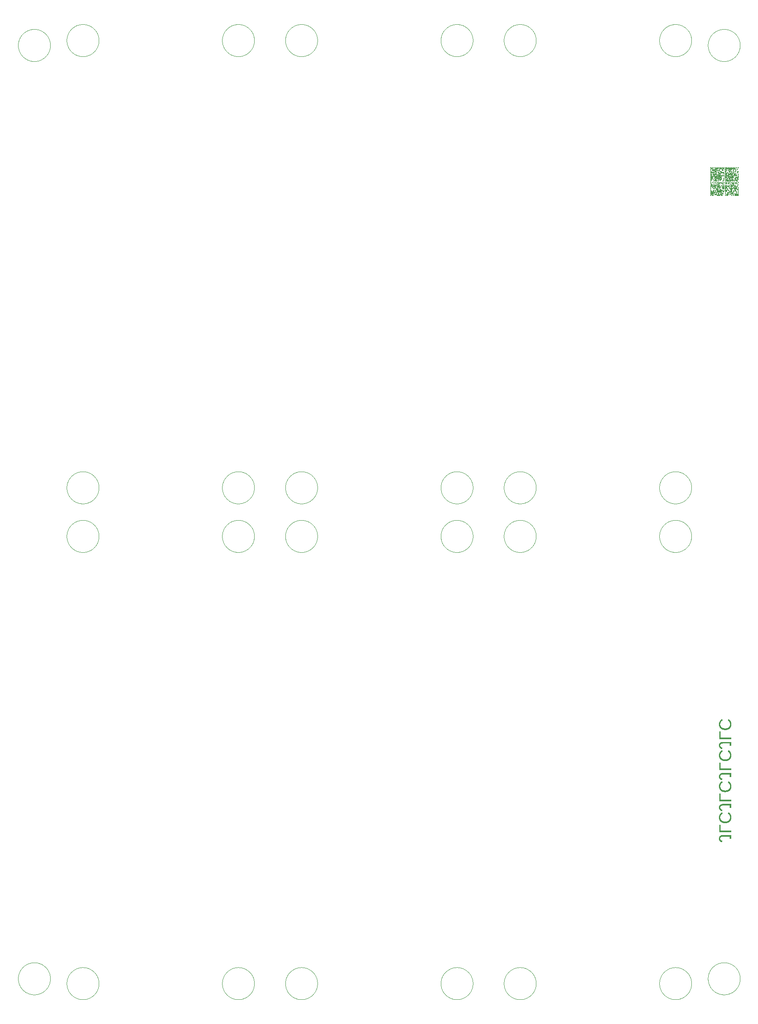
<source format=gbo>
G04 EAGLE Gerber RS-274X export*
G75*
%MOMM*%
%FSLAX34Y34*%
%LPD*%
%INSilkscreen Bottom*%
%IPPOS*%
%AMOC8*
5,1,8,0,0,1.08239X$1,22.5*%
G01*
G04 Define Apertures*
%ADD10C,0.050000*%
%ADD11R,0.830000X0.010000*%
%ADD12R,0.160000X0.010000*%
%ADD13R,0.170000X0.010000*%
%ADD14R,0.340000X0.010000*%
%ADD15R,0.330000X0.010000*%
%ADD16R,0.670000X0.010000*%
%ADD17R,0.500000X0.010000*%
%ADD18R,1.000000X0.010000*%
%ADD19R,0.660000X0.010000*%
%ADD20R,1.340000X0.010000*%
%ADD21R,0.840000X0.010000*%
%ADD22R,2.000000X0.010000*%
G36*
X1463194Y369773D02*
X1463903Y369811D01*
X1464591Y369873D01*
X1465260Y369960D01*
X1465908Y370072D01*
X1466537Y370210D01*
X1467145Y370372D01*
X1467734Y370559D01*
X1468303Y370770D01*
X1468851Y371007D01*
X1469380Y371269D01*
X1469888Y371556D01*
X1470377Y371867D01*
X1470845Y372204D01*
X1471294Y372565D01*
X1471723Y372952D01*
X1472128Y373360D01*
X1472507Y373788D01*
X1472861Y374235D01*
X1473188Y374701D01*
X1473488Y375186D01*
X1473763Y375690D01*
X1474012Y376214D01*
X1474234Y376756D01*
X1474430Y377318D01*
X1474600Y377899D01*
X1474744Y378499D01*
X1474862Y379119D01*
X1474954Y379757D01*
X1475019Y380415D01*
X1475058Y381092D01*
X1475071Y381788D01*
X1475065Y382276D01*
X1475047Y382754D01*
X1475017Y383222D01*
X1474975Y383679D01*
X1474921Y384127D01*
X1474854Y384564D01*
X1474776Y384991D01*
X1474686Y385408D01*
X1474469Y386212D01*
X1474203Y386975D01*
X1473890Y387698D01*
X1473528Y388380D01*
X1473119Y389020D01*
X1472664Y389616D01*
X1472162Y390169D01*
X1471613Y390677D01*
X1471018Y391142D01*
X1470376Y391562D01*
X1469687Y391939D01*
X1468952Y392272D01*
X1467901Y389099D01*
X1468424Y388868D01*
X1468915Y388604D01*
X1469375Y388308D01*
X1469803Y387979D01*
X1470199Y387618D01*
X1470563Y387224D01*
X1470896Y386797D01*
X1471197Y386338D01*
X1471464Y385851D01*
X1471695Y385342D01*
X1471891Y384811D01*
X1472051Y384258D01*
X1472176Y383683D01*
X1472265Y383085D01*
X1472318Y382465D01*
X1472336Y381823D01*
X1472326Y381317D01*
X1472295Y380826D01*
X1472243Y380349D01*
X1472171Y379886D01*
X1472079Y379437D01*
X1471965Y379003D01*
X1471831Y378582D01*
X1471677Y378176D01*
X1471501Y377785D01*
X1471306Y377407D01*
X1471089Y377044D01*
X1470852Y376695D01*
X1470594Y376360D01*
X1470316Y376040D01*
X1470017Y375733D01*
X1469698Y375441D01*
X1469360Y375165D01*
X1469007Y374907D01*
X1468639Y374667D01*
X1468256Y374444D01*
X1467858Y374239D01*
X1467444Y374052D01*
X1467015Y373883D01*
X1466570Y373732D01*
X1466111Y373598D01*
X1465636Y373483D01*
X1465146Y373385D01*
X1464640Y373305D01*
X1464119Y373242D01*
X1463583Y373198D01*
X1463032Y373171D01*
X1462465Y373162D01*
X1461905Y373171D01*
X1461358Y373199D01*
X1460825Y373246D01*
X1460306Y373311D01*
X1459801Y373394D01*
X1459310Y373496D01*
X1458833Y373617D01*
X1458370Y373756D01*
X1457920Y373914D01*
X1457485Y374090D01*
X1457063Y374285D01*
X1456655Y374498D01*
X1456261Y374730D01*
X1455881Y374981D01*
X1455515Y375250D01*
X1455163Y375538D01*
X1454829Y375841D01*
X1454516Y376158D01*
X1454225Y376487D01*
X1453955Y376830D01*
X1453707Y377186D01*
X1453481Y377555D01*
X1453276Y377937D01*
X1453092Y378332D01*
X1452930Y378740D01*
X1452790Y379161D01*
X1452672Y379596D01*
X1452575Y380043D01*
X1452499Y380504D01*
X1452445Y380977D01*
X1452413Y381464D01*
X1452402Y381963D01*
X1452422Y382602D01*
X1452482Y383221D01*
X1452583Y383819D01*
X1452723Y384397D01*
X1452904Y384955D01*
X1453124Y385493D01*
X1453385Y386011D01*
X1453686Y386509D01*
X1454027Y386986D01*
X1454409Y387444D01*
X1454830Y387881D01*
X1455291Y388298D01*
X1455793Y388695D01*
X1456335Y389072D01*
X1456917Y389429D01*
X1457539Y389765D01*
X1456171Y392500D01*
X1455397Y392100D01*
X1454671Y391660D01*
X1453993Y391183D01*
X1453362Y390666D01*
X1452779Y390111D01*
X1452243Y389517D01*
X1451755Y388885D01*
X1451315Y388214D01*
X1450925Y387509D01*
X1450586Y386778D01*
X1450300Y386018D01*
X1450066Y385231D01*
X1449968Y384827D01*
X1449884Y384416D01*
X1449812Y383998D01*
X1449753Y383574D01*
X1449708Y383142D01*
X1449675Y382703D01*
X1449656Y382258D01*
X1449649Y381806D01*
X1449655Y381343D01*
X1449674Y380888D01*
X1449704Y380441D01*
X1449746Y380001D01*
X1449868Y379147D01*
X1450037Y378323D01*
X1450255Y377531D01*
X1450522Y376771D01*
X1450837Y376042D01*
X1451201Y375345D01*
X1451610Y374684D01*
X1452060Y374063D01*
X1452552Y373483D01*
X1453086Y372943D01*
X1453661Y372444D01*
X1454278Y371985D01*
X1454936Y371567D01*
X1455637Y371190D01*
X1456374Y370855D01*
X1457145Y370565D01*
X1457949Y370319D01*
X1458786Y370118D01*
X1459656Y369962D01*
X1460559Y369850D01*
X1461496Y369783D01*
X1462465Y369761D01*
X1463194Y369773D01*
G37*
G36*
X1463194Y433648D02*
X1463903Y433686D01*
X1464591Y433748D01*
X1465260Y433835D01*
X1465908Y433947D01*
X1466537Y434085D01*
X1467145Y434247D01*
X1467734Y434434D01*
X1468303Y434645D01*
X1468851Y434882D01*
X1469380Y435144D01*
X1469888Y435431D01*
X1470377Y435742D01*
X1470845Y436079D01*
X1471294Y436440D01*
X1471723Y436827D01*
X1472128Y437235D01*
X1472507Y437663D01*
X1472861Y438110D01*
X1473188Y438576D01*
X1473488Y439061D01*
X1473763Y439565D01*
X1474012Y440089D01*
X1474234Y440631D01*
X1474430Y441193D01*
X1474600Y441774D01*
X1474744Y442374D01*
X1474862Y442994D01*
X1474954Y443632D01*
X1475019Y444290D01*
X1475058Y444967D01*
X1475071Y445663D01*
X1475065Y446151D01*
X1475047Y446629D01*
X1475017Y447097D01*
X1474975Y447554D01*
X1474921Y448002D01*
X1474854Y448439D01*
X1474776Y448866D01*
X1474686Y449283D01*
X1474469Y450087D01*
X1474203Y450850D01*
X1473890Y451573D01*
X1473528Y452255D01*
X1473119Y452895D01*
X1472664Y453491D01*
X1472162Y454044D01*
X1471613Y454552D01*
X1471018Y455017D01*
X1470376Y455437D01*
X1469687Y455814D01*
X1468952Y456147D01*
X1467901Y452974D01*
X1468424Y452743D01*
X1468915Y452479D01*
X1469375Y452183D01*
X1469803Y451854D01*
X1470199Y451493D01*
X1470563Y451099D01*
X1470896Y450672D01*
X1471197Y450213D01*
X1471464Y449726D01*
X1471695Y449217D01*
X1471891Y448686D01*
X1472051Y448133D01*
X1472176Y447558D01*
X1472265Y446960D01*
X1472318Y446340D01*
X1472336Y445698D01*
X1472326Y445192D01*
X1472295Y444701D01*
X1472243Y444224D01*
X1472171Y443761D01*
X1472079Y443312D01*
X1471965Y442878D01*
X1471831Y442457D01*
X1471677Y442051D01*
X1471501Y441660D01*
X1471306Y441282D01*
X1471089Y440919D01*
X1470852Y440570D01*
X1470594Y440235D01*
X1470316Y439915D01*
X1470017Y439608D01*
X1469698Y439316D01*
X1469360Y439040D01*
X1469007Y438782D01*
X1468639Y438542D01*
X1468256Y438319D01*
X1467858Y438114D01*
X1467444Y437927D01*
X1467015Y437758D01*
X1466570Y437607D01*
X1466111Y437473D01*
X1465636Y437358D01*
X1465146Y437260D01*
X1464640Y437180D01*
X1464119Y437117D01*
X1463583Y437073D01*
X1463032Y437046D01*
X1462465Y437037D01*
X1461905Y437046D01*
X1461358Y437074D01*
X1460825Y437121D01*
X1460306Y437186D01*
X1459801Y437269D01*
X1459310Y437371D01*
X1458833Y437492D01*
X1458370Y437631D01*
X1457920Y437789D01*
X1457485Y437965D01*
X1457063Y438160D01*
X1456655Y438373D01*
X1456261Y438605D01*
X1455881Y438856D01*
X1455515Y439125D01*
X1455163Y439413D01*
X1454829Y439716D01*
X1454516Y440033D01*
X1454225Y440362D01*
X1453955Y440705D01*
X1453707Y441061D01*
X1453481Y441430D01*
X1453276Y441812D01*
X1453092Y442207D01*
X1452930Y442615D01*
X1452790Y443036D01*
X1452672Y443471D01*
X1452575Y443918D01*
X1452499Y444379D01*
X1452445Y444852D01*
X1452413Y445339D01*
X1452402Y445838D01*
X1452422Y446477D01*
X1452482Y447096D01*
X1452583Y447694D01*
X1452723Y448272D01*
X1452904Y448830D01*
X1453124Y449368D01*
X1453385Y449886D01*
X1453686Y450384D01*
X1454027Y450861D01*
X1454409Y451319D01*
X1454830Y451756D01*
X1455291Y452173D01*
X1455793Y452570D01*
X1456335Y452947D01*
X1456917Y453304D01*
X1457539Y453640D01*
X1456171Y456375D01*
X1455397Y455975D01*
X1454671Y455535D01*
X1453993Y455058D01*
X1453362Y454541D01*
X1452779Y453986D01*
X1452243Y453392D01*
X1451755Y452760D01*
X1451315Y452089D01*
X1450925Y451384D01*
X1450586Y450653D01*
X1450300Y449893D01*
X1450066Y449106D01*
X1449968Y448702D01*
X1449884Y448291D01*
X1449812Y447873D01*
X1449753Y447449D01*
X1449708Y447017D01*
X1449675Y446578D01*
X1449656Y446133D01*
X1449649Y445681D01*
X1449655Y445218D01*
X1449674Y444763D01*
X1449704Y444316D01*
X1449746Y443876D01*
X1449868Y443022D01*
X1450037Y442198D01*
X1450255Y441406D01*
X1450522Y440646D01*
X1450837Y439917D01*
X1451201Y439220D01*
X1451610Y438559D01*
X1452060Y437938D01*
X1452552Y437358D01*
X1453086Y436818D01*
X1453661Y436319D01*
X1454278Y435860D01*
X1454936Y435442D01*
X1455637Y435065D01*
X1456374Y434730D01*
X1457145Y434440D01*
X1457949Y434194D01*
X1458786Y433993D01*
X1459656Y433837D01*
X1460559Y433725D01*
X1461496Y433658D01*
X1462465Y433636D01*
X1463194Y433648D01*
G37*
G36*
X1463194Y497523D02*
X1463903Y497561D01*
X1464591Y497623D01*
X1465260Y497710D01*
X1465908Y497822D01*
X1466537Y497960D01*
X1467145Y498122D01*
X1467734Y498309D01*
X1468303Y498520D01*
X1468851Y498757D01*
X1469380Y499019D01*
X1469888Y499306D01*
X1470377Y499617D01*
X1470845Y499954D01*
X1471294Y500315D01*
X1471723Y500702D01*
X1472128Y501110D01*
X1472507Y501538D01*
X1472861Y501985D01*
X1473188Y502451D01*
X1473488Y502936D01*
X1473763Y503440D01*
X1474012Y503964D01*
X1474234Y504506D01*
X1474430Y505068D01*
X1474600Y505649D01*
X1474744Y506249D01*
X1474862Y506869D01*
X1474954Y507507D01*
X1475019Y508165D01*
X1475058Y508842D01*
X1475071Y509538D01*
X1475065Y510026D01*
X1475047Y510504D01*
X1475017Y510972D01*
X1474975Y511429D01*
X1474921Y511877D01*
X1474854Y512314D01*
X1474776Y512741D01*
X1474686Y513158D01*
X1474469Y513962D01*
X1474203Y514725D01*
X1473890Y515448D01*
X1473528Y516130D01*
X1473119Y516770D01*
X1472664Y517366D01*
X1472162Y517919D01*
X1471613Y518427D01*
X1471018Y518892D01*
X1470376Y519312D01*
X1469687Y519689D01*
X1468952Y520022D01*
X1467901Y516849D01*
X1468424Y516618D01*
X1468915Y516354D01*
X1469375Y516058D01*
X1469803Y515729D01*
X1470199Y515368D01*
X1470563Y514974D01*
X1470896Y514547D01*
X1471197Y514088D01*
X1471464Y513601D01*
X1471695Y513092D01*
X1471891Y512561D01*
X1472051Y512008D01*
X1472176Y511433D01*
X1472265Y510835D01*
X1472318Y510215D01*
X1472336Y509573D01*
X1472326Y509067D01*
X1472295Y508576D01*
X1472243Y508099D01*
X1472171Y507636D01*
X1472079Y507187D01*
X1471965Y506753D01*
X1471831Y506332D01*
X1471677Y505926D01*
X1471501Y505535D01*
X1471306Y505157D01*
X1471089Y504794D01*
X1470852Y504445D01*
X1470594Y504110D01*
X1470316Y503790D01*
X1470017Y503483D01*
X1469698Y503191D01*
X1469360Y502915D01*
X1469007Y502657D01*
X1468639Y502417D01*
X1468256Y502194D01*
X1467858Y501989D01*
X1467444Y501802D01*
X1467015Y501633D01*
X1466570Y501482D01*
X1466111Y501348D01*
X1465636Y501233D01*
X1465146Y501135D01*
X1464640Y501055D01*
X1464119Y500992D01*
X1463583Y500948D01*
X1463032Y500921D01*
X1462465Y500912D01*
X1461905Y500921D01*
X1461358Y500949D01*
X1460825Y500996D01*
X1460306Y501061D01*
X1459801Y501144D01*
X1459310Y501246D01*
X1458833Y501367D01*
X1458370Y501506D01*
X1457920Y501664D01*
X1457485Y501840D01*
X1457063Y502035D01*
X1456655Y502248D01*
X1456261Y502480D01*
X1455881Y502731D01*
X1455515Y503000D01*
X1455163Y503288D01*
X1454829Y503591D01*
X1454516Y503908D01*
X1454225Y504237D01*
X1453955Y504580D01*
X1453707Y504936D01*
X1453481Y505305D01*
X1453276Y505687D01*
X1453092Y506082D01*
X1452930Y506490D01*
X1452790Y506911D01*
X1452672Y507346D01*
X1452575Y507793D01*
X1452499Y508254D01*
X1452445Y508727D01*
X1452413Y509214D01*
X1452402Y509713D01*
X1452422Y510352D01*
X1452482Y510971D01*
X1452583Y511569D01*
X1452723Y512147D01*
X1452904Y512705D01*
X1453124Y513243D01*
X1453385Y513761D01*
X1453686Y514259D01*
X1454027Y514736D01*
X1454409Y515194D01*
X1454830Y515631D01*
X1455291Y516048D01*
X1455793Y516445D01*
X1456335Y516822D01*
X1456917Y517179D01*
X1457539Y517515D01*
X1456171Y520250D01*
X1455397Y519850D01*
X1454671Y519410D01*
X1453993Y518933D01*
X1453362Y518416D01*
X1452779Y517861D01*
X1452243Y517267D01*
X1451755Y516635D01*
X1451315Y515964D01*
X1450925Y515259D01*
X1450586Y514528D01*
X1450300Y513768D01*
X1450066Y512981D01*
X1449968Y512577D01*
X1449884Y512166D01*
X1449812Y511748D01*
X1449753Y511324D01*
X1449708Y510892D01*
X1449675Y510453D01*
X1449656Y510008D01*
X1449649Y509556D01*
X1449655Y509093D01*
X1449674Y508638D01*
X1449704Y508191D01*
X1449746Y507751D01*
X1449868Y506897D01*
X1450037Y506073D01*
X1450255Y505281D01*
X1450522Y504521D01*
X1450837Y503792D01*
X1451201Y503095D01*
X1451610Y502434D01*
X1452060Y501813D01*
X1452552Y501233D01*
X1453086Y500693D01*
X1453661Y500194D01*
X1454278Y499735D01*
X1454936Y499317D01*
X1455637Y498940D01*
X1456374Y498605D01*
X1457145Y498315D01*
X1457949Y498069D01*
X1458786Y497868D01*
X1459656Y497712D01*
X1460559Y497600D01*
X1461496Y497533D01*
X1462465Y497511D01*
X1463194Y497523D01*
G37*
G36*
X1463194Y561398D02*
X1463903Y561436D01*
X1464591Y561498D01*
X1465260Y561585D01*
X1465908Y561697D01*
X1466537Y561835D01*
X1467145Y561997D01*
X1467734Y562184D01*
X1468303Y562395D01*
X1468851Y562632D01*
X1469380Y562894D01*
X1469888Y563181D01*
X1470377Y563492D01*
X1470845Y563829D01*
X1471294Y564190D01*
X1471723Y564577D01*
X1472128Y564985D01*
X1472507Y565413D01*
X1472861Y565860D01*
X1473188Y566326D01*
X1473488Y566811D01*
X1473763Y567315D01*
X1474012Y567839D01*
X1474234Y568381D01*
X1474430Y568943D01*
X1474600Y569524D01*
X1474744Y570124D01*
X1474862Y570744D01*
X1474954Y571382D01*
X1475019Y572040D01*
X1475058Y572717D01*
X1475071Y573413D01*
X1475065Y573901D01*
X1475047Y574379D01*
X1475017Y574847D01*
X1474975Y575304D01*
X1474921Y575752D01*
X1474854Y576189D01*
X1474776Y576616D01*
X1474686Y577033D01*
X1474469Y577837D01*
X1474203Y578600D01*
X1473890Y579323D01*
X1473528Y580005D01*
X1473119Y580645D01*
X1472664Y581241D01*
X1472162Y581794D01*
X1471613Y582302D01*
X1471018Y582767D01*
X1470376Y583187D01*
X1469687Y583564D01*
X1468952Y583897D01*
X1467901Y580724D01*
X1468424Y580493D01*
X1468915Y580229D01*
X1469375Y579933D01*
X1469803Y579604D01*
X1470199Y579243D01*
X1470563Y578849D01*
X1470896Y578422D01*
X1471197Y577963D01*
X1471464Y577476D01*
X1471695Y576967D01*
X1471891Y576436D01*
X1472051Y575883D01*
X1472176Y575308D01*
X1472265Y574710D01*
X1472318Y574090D01*
X1472336Y573448D01*
X1472326Y572942D01*
X1472295Y572451D01*
X1472243Y571974D01*
X1472171Y571511D01*
X1472079Y571062D01*
X1471965Y570628D01*
X1471831Y570207D01*
X1471677Y569801D01*
X1471501Y569410D01*
X1471306Y569032D01*
X1471089Y568669D01*
X1470852Y568320D01*
X1470594Y567985D01*
X1470316Y567665D01*
X1470017Y567358D01*
X1469698Y567066D01*
X1469360Y566790D01*
X1469007Y566532D01*
X1468639Y566292D01*
X1468256Y566069D01*
X1467858Y565864D01*
X1467444Y565677D01*
X1467015Y565508D01*
X1466570Y565357D01*
X1466111Y565223D01*
X1465636Y565108D01*
X1465146Y565010D01*
X1464640Y564930D01*
X1464119Y564867D01*
X1463583Y564823D01*
X1463032Y564796D01*
X1462465Y564787D01*
X1461905Y564796D01*
X1461358Y564824D01*
X1460825Y564871D01*
X1460306Y564936D01*
X1459801Y565019D01*
X1459310Y565121D01*
X1458833Y565242D01*
X1458370Y565381D01*
X1457920Y565539D01*
X1457485Y565715D01*
X1457063Y565910D01*
X1456655Y566123D01*
X1456261Y566355D01*
X1455881Y566606D01*
X1455515Y566875D01*
X1455163Y567163D01*
X1454829Y567466D01*
X1454516Y567783D01*
X1454225Y568112D01*
X1453955Y568455D01*
X1453707Y568811D01*
X1453481Y569180D01*
X1453276Y569562D01*
X1453092Y569957D01*
X1452930Y570365D01*
X1452790Y570786D01*
X1452672Y571221D01*
X1452575Y571668D01*
X1452499Y572129D01*
X1452445Y572602D01*
X1452413Y573089D01*
X1452402Y573588D01*
X1452422Y574227D01*
X1452482Y574846D01*
X1452583Y575444D01*
X1452723Y576022D01*
X1452904Y576580D01*
X1453124Y577118D01*
X1453385Y577636D01*
X1453686Y578134D01*
X1454027Y578611D01*
X1454409Y579069D01*
X1454830Y579506D01*
X1455291Y579923D01*
X1455793Y580320D01*
X1456335Y580697D01*
X1456917Y581054D01*
X1457539Y581390D01*
X1456171Y584125D01*
X1455397Y583725D01*
X1454671Y583285D01*
X1453993Y582808D01*
X1453362Y582291D01*
X1452779Y581736D01*
X1452243Y581142D01*
X1451755Y580510D01*
X1451315Y579839D01*
X1450925Y579134D01*
X1450586Y578403D01*
X1450300Y577643D01*
X1450066Y576856D01*
X1449968Y576452D01*
X1449884Y576041D01*
X1449812Y575623D01*
X1449753Y575199D01*
X1449708Y574767D01*
X1449675Y574328D01*
X1449656Y573883D01*
X1449649Y573431D01*
X1449655Y572968D01*
X1449674Y572513D01*
X1449704Y572066D01*
X1449746Y571626D01*
X1449868Y570772D01*
X1450037Y569948D01*
X1450255Y569156D01*
X1450522Y568396D01*
X1450837Y567667D01*
X1451201Y566970D01*
X1451610Y566309D01*
X1452060Y565688D01*
X1452552Y565108D01*
X1453086Y564568D01*
X1453661Y564069D01*
X1454278Y563610D01*
X1454936Y563192D01*
X1455637Y562815D01*
X1456374Y562480D01*
X1457145Y562190D01*
X1457949Y561944D01*
X1458786Y561743D01*
X1459656Y561587D01*
X1460559Y561475D01*
X1461496Y561408D01*
X1462465Y561386D01*
X1463194Y561398D01*
G37*
G36*
X1456680Y333840D02*
X1456185Y333931D01*
X1455719Y334047D01*
X1455280Y334187D01*
X1454870Y334352D01*
X1454487Y334542D01*
X1454132Y334757D01*
X1453805Y334996D01*
X1453506Y335260D01*
X1453239Y335545D01*
X1453008Y335847D01*
X1452812Y336167D01*
X1452652Y336505D01*
X1452527Y336860D01*
X1452438Y337232D01*
X1452385Y337622D01*
X1452367Y338030D01*
X1452386Y338474D01*
X1452445Y338893D01*
X1452543Y339289D01*
X1452680Y339660D01*
X1452857Y340008D01*
X1453072Y340331D01*
X1453327Y340630D01*
X1453620Y340905D01*
X1453952Y341152D01*
X1454320Y341365D01*
X1454725Y341546D01*
X1455165Y341694D01*
X1455643Y341809D01*
X1456157Y341891D01*
X1456707Y341941D01*
X1457293Y341957D01*
X1471968Y341957D01*
X1471968Y337206D01*
X1474703Y337206D01*
X1474703Y345288D01*
X1457364Y345288D01*
X1456920Y345281D01*
X1456489Y345258D01*
X1456070Y345220D01*
X1455662Y345167D01*
X1455267Y345098D01*
X1454884Y345015D01*
X1454512Y344916D01*
X1454153Y344802D01*
X1453806Y344672D01*
X1453470Y344528D01*
X1453147Y344368D01*
X1452835Y344194D01*
X1452536Y344003D01*
X1452248Y343798D01*
X1451973Y343578D01*
X1451709Y343342D01*
X1451460Y343093D01*
X1451227Y342833D01*
X1451009Y342562D01*
X1450808Y342279D01*
X1450623Y341985D01*
X1450454Y341680D01*
X1450301Y341364D01*
X1450164Y341037D01*
X1450044Y340698D01*
X1449939Y340348D01*
X1449851Y339987D01*
X1449778Y339614D01*
X1449722Y339231D01*
X1449682Y338836D01*
X1449657Y338430D01*
X1449649Y338012D01*
X1449656Y337625D01*
X1449675Y337248D01*
X1449706Y336880D01*
X1449751Y336523D01*
X1449808Y336175D01*
X1449877Y335838D01*
X1449960Y335510D01*
X1450055Y335193D01*
X1450162Y334885D01*
X1450283Y334588D01*
X1450416Y334300D01*
X1450562Y334022D01*
X1450891Y333497D01*
X1451271Y333011D01*
X1451702Y332565D01*
X1452183Y332159D01*
X1452715Y331793D01*
X1453298Y331467D01*
X1453932Y331181D01*
X1454616Y330934D01*
X1455351Y330728D01*
X1456136Y330561D01*
X1456680Y333840D01*
G37*
G36*
X1456680Y397715D02*
X1456185Y397806D01*
X1455719Y397922D01*
X1455280Y398062D01*
X1454870Y398227D01*
X1454487Y398417D01*
X1454132Y398632D01*
X1453805Y398871D01*
X1453506Y399135D01*
X1453239Y399420D01*
X1453008Y399722D01*
X1452812Y400042D01*
X1452652Y400380D01*
X1452527Y400735D01*
X1452438Y401107D01*
X1452385Y401497D01*
X1452367Y401905D01*
X1452386Y402349D01*
X1452445Y402768D01*
X1452543Y403164D01*
X1452680Y403535D01*
X1452857Y403883D01*
X1453072Y404206D01*
X1453327Y404505D01*
X1453620Y404780D01*
X1453952Y405027D01*
X1454320Y405240D01*
X1454725Y405421D01*
X1455165Y405569D01*
X1455643Y405684D01*
X1456157Y405766D01*
X1456707Y405816D01*
X1457293Y405832D01*
X1471968Y405832D01*
X1471968Y401081D01*
X1474703Y401081D01*
X1474703Y409163D01*
X1457364Y409163D01*
X1456920Y409156D01*
X1456489Y409133D01*
X1456070Y409095D01*
X1455662Y409042D01*
X1455267Y408973D01*
X1454884Y408890D01*
X1454512Y408791D01*
X1454153Y408677D01*
X1453806Y408547D01*
X1453470Y408403D01*
X1453147Y408243D01*
X1452835Y408069D01*
X1452536Y407878D01*
X1452248Y407673D01*
X1451973Y407453D01*
X1451709Y407217D01*
X1451460Y406968D01*
X1451227Y406708D01*
X1451009Y406437D01*
X1450808Y406154D01*
X1450623Y405860D01*
X1450454Y405555D01*
X1450301Y405239D01*
X1450164Y404912D01*
X1450044Y404573D01*
X1449939Y404223D01*
X1449851Y403862D01*
X1449778Y403489D01*
X1449722Y403106D01*
X1449682Y402711D01*
X1449657Y402305D01*
X1449649Y401887D01*
X1449656Y401500D01*
X1449675Y401123D01*
X1449706Y400755D01*
X1449751Y400398D01*
X1449808Y400050D01*
X1449877Y399713D01*
X1449960Y399385D01*
X1450055Y399068D01*
X1450162Y398760D01*
X1450283Y398463D01*
X1450416Y398175D01*
X1450562Y397897D01*
X1450891Y397372D01*
X1451271Y396886D01*
X1451702Y396440D01*
X1452183Y396034D01*
X1452715Y395668D01*
X1453298Y395342D01*
X1453932Y395056D01*
X1454616Y394809D01*
X1455351Y394603D01*
X1456136Y394436D01*
X1456680Y397715D01*
G37*
G36*
X1456680Y461590D02*
X1456185Y461681D01*
X1455719Y461797D01*
X1455280Y461937D01*
X1454870Y462102D01*
X1454487Y462292D01*
X1454132Y462507D01*
X1453805Y462746D01*
X1453506Y463010D01*
X1453239Y463295D01*
X1453008Y463597D01*
X1452812Y463917D01*
X1452652Y464255D01*
X1452527Y464610D01*
X1452438Y464982D01*
X1452385Y465372D01*
X1452367Y465780D01*
X1452386Y466224D01*
X1452445Y466643D01*
X1452543Y467039D01*
X1452680Y467410D01*
X1452857Y467758D01*
X1453072Y468081D01*
X1453327Y468380D01*
X1453620Y468655D01*
X1453952Y468902D01*
X1454320Y469115D01*
X1454725Y469296D01*
X1455165Y469444D01*
X1455643Y469559D01*
X1456157Y469641D01*
X1456707Y469691D01*
X1457293Y469707D01*
X1471968Y469707D01*
X1471968Y464956D01*
X1474703Y464956D01*
X1474703Y473038D01*
X1457364Y473038D01*
X1456920Y473031D01*
X1456489Y473008D01*
X1456070Y472970D01*
X1455662Y472917D01*
X1455267Y472848D01*
X1454884Y472765D01*
X1454512Y472666D01*
X1454153Y472552D01*
X1453806Y472422D01*
X1453470Y472278D01*
X1453147Y472118D01*
X1452835Y471944D01*
X1452536Y471753D01*
X1452248Y471548D01*
X1451973Y471328D01*
X1451709Y471092D01*
X1451460Y470843D01*
X1451227Y470583D01*
X1451009Y470312D01*
X1450808Y470029D01*
X1450623Y469735D01*
X1450454Y469430D01*
X1450301Y469114D01*
X1450164Y468787D01*
X1450044Y468448D01*
X1449939Y468098D01*
X1449851Y467737D01*
X1449778Y467364D01*
X1449722Y466981D01*
X1449682Y466586D01*
X1449657Y466180D01*
X1449649Y465762D01*
X1449656Y465375D01*
X1449675Y464998D01*
X1449706Y464630D01*
X1449751Y464273D01*
X1449808Y463925D01*
X1449877Y463588D01*
X1449960Y463260D01*
X1450055Y462943D01*
X1450162Y462635D01*
X1450283Y462338D01*
X1450416Y462050D01*
X1450562Y461772D01*
X1450891Y461247D01*
X1451271Y460761D01*
X1451702Y460315D01*
X1452183Y459909D01*
X1452715Y459543D01*
X1453298Y459217D01*
X1453932Y458931D01*
X1454616Y458684D01*
X1455351Y458478D01*
X1456136Y458311D01*
X1456680Y461590D01*
G37*
G36*
X1456680Y525465D02*
X1456185Y525556D01*
X1455719Y525672D01*
X1455280Y525812D01*
X1454870Y525977D01*
X1454487Y526167D01*
X1454132Y526382D01*
X1453805Y526621D01*
X1453506Y526885D01*
X1453239Y527170D01*
X1453008Y527472D01*
X1452812Y527792D01*
X1452652Y528130D01*
X1452527Y528485D01*
X1452438Y528857D01*
X1452385Y529247D01*
X1452367Y529655D01*
X1452386Y530099D01*
X1452445Y530518D01*
X1452543Y530914D01*
X1452680Y531285D01*
X1452857Y531633D01*
X1453072Y531956D01*
X1453327Y532255D01*
X1453620Y532530D01*
X1453952Y532777D01*
X1454320Y532990D01*
X1454725Y533171D01*
X1455165Y533319D01*
X1455643Y533434D01*
X1456157Y533516D01*
X1456707Y533566D01*
X1457293Y533582D01*
X1471968Y533582D01*
X1471968Y528831D01*
X1474703Y528831D01*
X1474703Y536913D01*
X1457364Y536913D01*
X1456920Y536906D01*
X1456489Y536883D01*
X1456070Y536845D01*
X1455662Y536792D01*
X1455267Y536723D01*
X1454884Y536640D01*
X1454512Y536541D01*
X1454153Y536427D01*
X1453806Y536297D01*
X1453470Y536153D01*
X1453147Y535993D01*
X1452835Y535819D01*
X1452536Y535628D01*
X1452248Y535423D01*
X1451973Y535203D01*
X1451709Y534967D01*
X1451460Y534718D01*
X1451227Y534458D01*
X1451009Y534187D01*
X1450808Y533904D01*
X1450623Y533610D01*
X1450454Y533305D01*
X1450301Y532989D01*
X1450164Y532662D01*
X1450044Y532323D01*
X1449939Y531973D01*
X1449851Y531612D01*
X1449778Y531239D01*
X1449722Y530856D01*
X1449682Y530461D01*
X1449657Y530055D01*
X1449649Y529637D01*
X1449656Y529250D01*
X1449675Y528873D01*
X1449706Y528505D01*
X1449751Y528148D01*
X1449808Y527800D01*
X1449877Y527463D01*
X1449960Y527135D01*
X1450055Y526818D01*
X1450162Y526510D01*
X1450283Y526213D01*
X1450416Y525925D01*
X1450562Y525647D01*
X1450891Y525122D01*
X1451271Y524636D01*
X1451702Y524190D01*
X1452183Y523784D01*
X1452715Y523418D01*
X1453298Y523092D01*
X1453932Y522806D01*
X1454616Y522559D01*
X1455351Y522353D01*
X1456136Y522186D01*
X1456680Y525465D01*
G37*
G36*
X1474703Y354263D02*
X1452735Y354263D01*
X1452735Y366746D01*
X1450000Y366746D01*
X1450000Y350914D01*
X1474703Y350914D01*
X1474703Y354263D01*
G37*
G36*
X1474703Y418138D02*
X1452735Y418138D01*
X1452735Y430621D01*
X1450000Y430621D01*
X1450000Y414789D01*
X1474703Y414789D01*
X1474703Y418138D01*
G37*
G36*
X1474703Y482013D02*
X1452735Y482013D01*
X1452735Y494496D01*
X1450000Y494496D01*
X1450000Y478664D01*
X1474703Y478664D01*
X1474703Y482013D01*
G37*
G36*
X1474703Y545888D02*
X1452735Y545888D01*
X1452735Y558371D01*
X1450000Y558371D01*
X1450000Y542539D01*
X1474703Y542539D01*
X1474703Y545888D01*
G37*
D10*
X6985Y1970000D02*
X6995Y1970810D01*
X7025Y1971620D01*
X7074Y1972429D01*
X7144Y1973236D01*
X7233Y1974041D01*
X7342Y1974844D01*
X7471Y1975644D01*
X7619Y1976441D01*
X7787Y1977234D01*
X7974Y1978022D01*
X8181Y1978806D01*
X8407Y1979584D01*
X8651Y1980356D01*
X8915Y1981122D01*
X9197Y1981882D01*
X9498Y1982634D01*
X9817Y1983379D01*
X10155Y1984116D01*
X10510Y1984844D01*
X10883Y1985563D01*
X11274Y1986273D01*
X11682Y1986973D01*
X12107Y1987663D01*
X12549Y1988342D01*
X13007Y1989010D01*
X13482Y1989667D01*
X13973Y1990312D01*
X14479Y1990944D01*
X15001Y1991565D01*
X15537Y1992172D01*
X16089Y1992765D01*
X16655Y1993345D01*
X17235Y1993911D01*
X17828Y1994463D01*
X18435Y1994999D01*
X19056Y1995521D01*
X19688Y1996027D01*
X20333Y1996518D01*
X20990Y1996993D01*
X21658Y1997451D01*
X22337Y1997893D01*
X23027Y1998318D01*
X23727Y1998726D01*
X24437Y1999117D01*
X25156Y1999490D01*
X25884Y1999845D01*
X26621Y2000183D01*
X27366Y2000502D01*
X28118Y2000803D01*
X28878Y2001085D01*
X29644Y2001349D01*
X30416Y2001593D01*
X31194Y2001819D01*
X31978Y2002026D01*
X32766Y2002213D01*
X33559Y2002381D01*
X34356Y2002529D01*
X35156Y2002658D01*
X35959Y2002767D01*
X36764Y2002856D01*
X37571Y2002926D01*
X38380Y2002975D01*
X39190Y2003005D01*
X40000Y2003015D01*
X40810Y2003005D01*
X41620Y2002975D01*
X42429Y2002926D01*
X43236Y2002856D01*
X44041Y2002767D01*
X44844Y2002658D01*
X45644Y2002529D01*
X46441Y2002381D01*
X47234Y2002213D01*
X48022Y2002026D01*
X48806Y2001819D01*
X49584Y2001593D01*
X50356Y2001349D01*
X51122Y2001085D01*
X51882Y2000803D01*
X52634Y2000502D01*
X53379Y2000183D01*
X54116Y1999845D01*
X54844Y1999490D01*
X55563Y1999117D01*
X56273Y1998726D01*
X56973Y1998318D01*
X57663Y1997893D01*
X58342Y1997451D01*
X59010Y1996993D01*
X59667Y1996518D01*
X60312Y1996027D01*
X60944Y1995521D01*
X61565Y1994999D01*
X62172Y1994463D01*
X62765Y1993911D01*
X63345Y1993345D01*
X63911Y1992765D01*
X64463Y1992172D01*
X64999Y1991565D01*
X65521Y1990944D01*
X66027Y1990312D01*
X66518Y1989667D01*
X66993Y1989010D01*
X67451Y1988342D01*
X67893Y1987663D01*
X68318Y1986973D01*
X68726Y1986273D01*
X69117Y1985563D01*
X69490Y1984844D01*
X69845Y1984116D01*
X70183Y1983379D01*
X70502Y1982634D01*
X70803Y1981882D01*
X71085Y1981122D01*
X71349Y1980356D01*
X71593Y1979584D01*
X71819Y1978806D01*
X72026Y1978022D01*
X72213Y1977234D01*
X72381Y1976441D01*
X72529Y1975644D01*
X72658Y1974844D01*
X72767Y1974041D01*
X72856Y1973236D01*
X72926Y1972429D01*
X72975Y1971620D01*
X73005Y1970810D01*
X73015Y1970000D01*
X73005Y1969190D01*
X72975Y1968380D01*
X72926Y1967571D01*
X72856Y1966764D01*
X72767Y1965959D01*
X72658Y1965156D01*
X72529Y1964356D01*
X72381Y1963559D01*
X72213Y1962766D01*
X72026Y1961978D01*
X71819Y1961194D01*
X71593Y1960416D01*
X71349Y1959644D01*
X71085Y1958878D01*
X70803Y1958118D01*
X70502Y1957366D01*
X70183Y1956621D01*
X69845Y1955884D01*
X69490Y1955156D01*
X69117Y1954437D01*
X68726Y1953727D01*
X68318Y1953027D01*
X67893Y1952337D01*
X67451Y1951658D01*
X66993Y1950990D01*
X66518Y1950333D01*
X66027Y1949688D01*
X65521Y1949056D01*
X64999Y1948435D01*
X64463Y1947828D01*
X63911Y1947235D01*
X63345Y1946655D01*
X62765Y1946089D01*
X62172Y1945537D01*
X61565Y1945001D01*
X60944Y1944479D01*
X60312Y1943973D01*
X59667Y1943482D01*
X59010Y1943007D01*
X58342Y1942549D01*
X57663Y1942107D01*
X56973Y1941682D01*
X56273Y1941274D01*
X55563Y1940883D01*
X54844Y1940510D01*
X54116Y1940155D01*
X53379Y1939817D01*
X52634Y1939498D01*
X51882Y1939197D01*
X51122Y1938915D01*
X50356Y1938651D01*
X49584Y1938407D01*
X48806Y1938181D01*
X48022Y1937974D01*
X47234Y1937787D01*
X46441Y1937619D01*
X45644Y1937471D01*
X44844Y1937342D01*
X44041Y1937233D01*
X43236Y1937144D01*
X42429Y1937074D01*
X41620Y1937025D01*
X40810Y1936995D01*
X40000Y1936985D01*
X39190Y1936995D01*
X38380Y1937025D01*
X37571Y1937074D01*
X36764Y1937144D01*
X35959Y1937233D01*
X35156Y1937342D01*
X34356Y1937471D01*
X33559Y1937619D01*
X32766Y1937787D01*
X31978Y1937974D01*
X31194Y1938181D01*
X30416Y1938407D01*
X29644Y1938651D01*
X28878Y1938915D01*
X28118Y1939197D01*
X27366Y1939498D01*
X26621Y1939817D01*
X25884Y1940155D01*
X25156Y1940510D01*
X24437Y1940883D01*
X23727Y1941274D01*
X23027Y1941682D01*
X22337Y1942107D01*
X21658Y1942549D01*
X20990Y1943007D01*
X20333Y1943482D01*
X19688Y1943973D01*
X19056Y1944479D01*
X18435Y1945001D01*
X17828Y1945537D01*
X17235Y1946089D01*
X16655Y1946655D01*
X16089Y1947235D01*
X15537Y1947828D01*
X15001Y1948435D01*
X14479Y1949056D01*
X13973Y1949688D01*
X13482Y1950333D01*
X13007Y1950990D01*
X12549Y1951658D01*
X12107Y1952337D01*
X11682Y1953027D01*
X11274Y1953727D01*
X10883Y1954437D01*
X10510Y1955156D01*
X10155Y1955884D01*
X9817Y1956621D01*
X9498Y1957366D01*
X9197Y1958118D01*
X8915Y1958878D01*
X8651Y1959644D01*
X8407Y1960416D01*
X8181Y1961194D01*
X7974Y1961978D01*
X7787Y1962766D01*
X7619Y1963559D01*
X7471Y1964356D01*
X7342Y1965156D01*
X7233Y1965959D01*
X7144Y1966764D01*
X7074Y1967571D01*
X7025Y1968380D01*
X6995Y1969190D01*
X6985Y1970000D01*
X1426985Y1970000D02*
X1426995Y1970810D01*
X1427025Y1971620D01*
X1427074Y1972429D01*
X1427144Y1973236D01*
X1427233Y1974041D01*
X1427342Y1974844D01*
X1427471Y1975644D01*
X1427619Y1976441D01*
X1427787Y1977234D01*
X1427974Y1978022D01*
X1428181Y1978806D01*
X1428407Y1979584D01*
X1428651Y1980356D01*
X1428915Y1981122D01*
X1429197Y1981882D01*
X1429498Y1982634D01*
X1429817Y1983379D01*
X1430155Y1984116D01*
X1430510Y1984844D01*
X1430883Y1985563D01*
X1431274Y1986273D01*
X1431682Y1986973D01*
X1432107Y1987663D01*
X1432549Y1988342D01*
X1433007Y1989010D01*
X1433482Y1989667D01*
X1433973Y1990312D01*
X1434479Y1990944D01*
X1435001Y1991565D01*
X1435537Y1992172D01*
X1436089Y1992765D01*
X1436655Y1993345D01*
X1437235Y1993911D01*
X1437828Y1994463D01*
X1438435Y1994999D01*
X1439056Y1995521D01*
X1439688Y1996027D01*
X1440333Y1996518D01*
X1440990Y1996993D01*
X1441658Y1997451D01*
X1442337Y1997893D01*
X1443027Y1998318D01*
X1443727Y1998726D01*
X1444437Y1999117D01*
X1445156Y1999490D01*
X1445884Y1999845D01*
X1446621Y2000183D01*
X1447366Y2000502D01*
X1448118Y2000803D01*
X1448878Y2001085D01*
X1449644Y2001349D01*
X1450416Y2001593D01*
X1451194Y2001819D01*
X1451978Y2002026D01*
X1452766Y2002213D01*
X1453559Y2002381D01*
X1454356Y2002529D01*
X1455156Y2002658D01*
X1455959Y2002767D01*
X1456764Y2002856D01*
X1457571Y2002926D01*
X1458380Y2002975D01*
X1459190Y2003005D01*
X1460000Y2003015D01*
X1460810Y2003005D01*
X1461620Y2002975D01*
X1462429Y2002926D01*
X1463236Y2002856D01*
X1464041Y2002767D01*
X1464844Y2002658D01*
X1465644Y2002529D01*
X1466441Y2002381D01*
X1467234Y2002213D01*
X1468022Y2002026D01*
X1468806Y2001819D01*
X1469584Y2001593D01*
X1470356Y2001349D01*
X1471122Y2001085D01*
X1471882Y2000803D01*
X1472634Y2000502D01*
X1473379Y2000183D01*
X1474116Y1999845D01*
X1474844Y1999490D01*
X1475563Y1999117D01*
X1476273Y1998726D01*
X1476973Y1998318D01*
X1477663Y1997893D01*
X1478342Y1997451D01*
X1479010Y1996993D01*
X1479667Y1996518D01*
X1480312Y1996027D01*
X1480944Y1995521D01*
X1481565Y1994999D01*
X1482172Y1994463D01*
X1482765Y1993911D01*
X1483345Y1993345D01*
X1483911Y1992765D01*
X1484463Y1992172D01*
X1484999Y1991565D01*
X1485521Y1990944D01*
X1486027Y1990312D01*
X1486518Y1989667D01*
X1486993Y1989010D01*
X1487451Y1988342D01*
X1487893Y1987663D01*
X1488318Y1986973D01*
X1488726Y1986273D01*
X1489117Y1985563D01*
X1489490Y1984844D01*
X1489845Y1984116D01*
X1490183Y1983379D01*
X1490502Y1982634D01*
X1490803Y1981882D01*
X1491085Y1981122D01*
X1491349Y1980356D01*
X1491593Y1979584D01*
X1491819Y1978806D01*
X1492026Y1978022D01*
X1492213Y1977234D01*
X1492381Y1976441D01*
X1492529Y1975644D01*
X1492658Y1974844D01*
X1492767Y1974041D01*
X1492856Y1973236D01*
X1492926Y1972429D01*
X1492975Y1971620D01*
X1493005Y1970810D01*
X1493015Y1970000D01*
X1493005Y1969190D01*
X1492975Y1968380D01*
X1492926Y1967571D01*
X1492856Y1966764D01*
X1492767Y1965959D01*
X1492658Y1965156D01*
X1492529Y1964356D01*
X1492381Y1963559D01*
X1492213Y1962766D01*
X1492026Y1961978D01*
X1491819Y1961194D01*
X1491593Y1960416D01*
X1491349Y1959644D01*
X1491085Y1958878D01*
X1490803Y1958118D01*
X1490502Y1957366D01*
X1490183Y1956621D01*
X1489845Y1955884D01*
X1489490Y1955156D01*
X1489117Y1954437D01*
X1488726Y1953727D01*
X1488318Y1953027D01*
X1487893Y1952337D01*
X1487451Y1951658D01*
X1486993Y1950990D01*
X1486518Y1950333D01*
X1486027Y1949688D01*
X1485521Y1949056D01*
X1484999Y1948435D01*
X1484463Y1947828D01*
X1483911Y1947235D01*
X1483345Y1946655D01*
X1482765Y1946089D01*
X1482172Y1945537D01*
X1481565Y1945001D01*
X1480944Y1944479D01*
X1480312Y1943973D01*
X1479667Y1943482D01*
X1479010Y1943007D01*
X1478342Y1942549D01*
X1477663Y1942107D01*
X1476973Y1941682D01*
X1476273Y1941274D01*
X1475563Y1940883D01*
X1474844Y1940510D01*
X1474116Y1940155D01*
X1473379Y1939817D01*
X1472634Y1939498D01*
X1471882Y1939197D01*
X1471122Y1938915D01*
X1470356Y1938651D01*
X1469584Y1938407D01*
X1468806Y1938181D01*
X1468022Y1937974D01*
X1467234Y1937787D01*
X1466441Y1937619D01*
X1465644Y1937471D01*
X1464844Y1937342D01*
X1464041Y1937233D01*
X1463236Y1937144D01*
X1462429Y1937074D01*
X1461620Y1937025D01*
X1460810Y1936995D01*
X1460000Y1936985D01*
X1459190Y1936995D01*
X1458380Y1937025D01*
X1457571Y1937074D01*
X1456764Y1937144D01*
X1455959Y1937233D01*
X1455156Y1937342D01*
X1454356Y1937471D01*
X1453559Y1937619D01*
X1452766Y1937787D01*
X1451978Y1937974D01*
X1451194Y1938181D01*
X1450416Y1938407D01*
X1449644Y1938651D01*
X1448878Y1938915D01*
X1448118Y1939197D01*
X1447366Y1939498D01*
X1446621Y1939817D01*
X1445884Y1940155D01*
X1445156Y1940510D01*
X1444437Y1940883D01*
X1443727Y1941274D01*
X1443027Y1941682D01*
X1442337Y1942107D01*
X1441658Y1942549D01*
X1440990Y1943007D01*
X1440333Y1943482D01*
X1439688Y1943973D01*
X1439056Y1944479D01*
X1438435Y1945001D01*
X1437828Y1945537D01*
X1437235Y1946089D01*
X1436655Y1946655D01*
X1436089Y1947235D01*
X1435537Y1947828D01*
X1435001Y1948435D01*
X1434479Y1949056D01*
X1433973Y1949688D01*
X1433482Y1950333D01*
X1433007Y1950990D01*
X1432549Y1951658D01*
X1432107Y1952337D01*
X1431682Y1953027D01*
X1431274Y1953727D01*
X1430883Y1954437D01*
X1430510Y1955156D01*
X1430155Y1955884D01*
X1429817Y1956621D01*
X1429498Y1957366D01*
X1429197Y1958118D01*
X1428915Y1958878D01*
X1428651Y1959644D01*
X1428407Y1960416D01*
X1428181Y1961194D01*
X1427974Y1961978D01*
X1427787Y1962766D01*
X1427619Y1963559D01*
X1427471Y1964356D01*
X1427342Y1965156D01*
X1427233Y1965959D01*
X1427144Y1966764D01*
X1427074Y1967571D01*
X1427025Y1968380D01*
X1426995Y1969190D01*
X1426985Y1970000D01*
X1426985Y50000D02*
X1426995Y50810D01*
X1427025Y51620D01*
X1427074Y52429D01*
X1427144Y53236D01*
X1427233Y54041D01*
X1427342Y54844D01*
X1427471Y55644D01*
X1427619Y56441D01*
X1427787Y57234D01*
X1427974Y58022D01*
X1428181Y58806D01*
X1428407Y59584D01*
X1428651Y60356D01*
X1428915Y61122D01*
X1429197Y61882D01*
X1429498Y62634D01*
X1429817Y63379D01*
X1430155Y64116D01*
X1430510Y64844D01*
X1430883Y65563D01*
X1431274Y66273D01*
X1431682Y66973D01*
X1432107Y67663D01*
X1432549Y68342D01*
X1433007Y69010D01*
X1433482Y69667D01*
X1433973Y70312D01*
X1434479Y70944D01*
X1435001Y71565D01*
X1435537Y72172D01*
X1436089Y72765D01*
X1436655Y73345D01*
X1437235Y73911D01*
X1437828Y74463D01*
X1438435Y74999D01*
X1439056Y75521D01*
X1439688Y76027D01*
X1440333Y76518D01*
X1440990Y76993D01*
X1441658Y77451D01*
X1442337Y77893D01*
X1443027Y78318D01*
X1443727Y78726D01*
X1444437Y79117D01*
X1445156Y79490D01*
X1445884Y79845D01*
X1446621Y80183D01*
X1447366Y80502D01*
X1448118Y80803D01*
X1448878Y81085D01*
X1449644Y81349D01*
X1450416Y81593D01*
X1451194Y81819D01*
X1451978Y82026D01*
X1452766Y82213D01*
X1453559Y82381D01*
X1454356Y82529D01*
X1455156Y82658D01*
X1455959Y82767D01*
X1456764Y82856D01*
X1457571Y82926D01*
X1458380Y82975D01*
X1459190Y83005D01*
X1460000Y83015D01*
X1460810Y83005D01*
X1461620Y82975D01*
X1462429Y82926D01*
X1463236Y82856D01*
X1464041Y82767D01*
X1464844Y82658D01*
X1465644Y82529D01*
X1466441Y82381D01*
X1467234Y82213D01*
X1468022Y82026D01*
X1468806Y81819D01*
X1469584Y81593D01*
X1470356Y81349D01*
X1471122Y81085D01*
X1471882Y80803D01*
X1472634Y80502D01*
X1473379Y80183D01*
X1474116Y79845D01*
X1474844Y79490D01*
X1475563Y79117D01*
X1476273Y78726D01*
X1476973Y78318D01*
X1477663Y77893D01*
X1478342Y77451D01*
X1479010Y76993D01*
X1479667Y76518D01*
X1480312Y76027D01*
X1480944Y75521D01*
X1481565Y74999D01*
X1482172Y74463D01*
X1482765Y73911D01*
X1483345Y73345D01*
X1483911Y72765D01*
X1484463Y72172D01*
X1484999Y71565D01*
X1485521Y70944D01*
X1486027Y70312D01*
X1486518Y69667D01*
X1486993Y69010D01*
X1487451Y68342D01*
X1487893Y67663D01*
X1488318Y66973D01*
X1488726Y66273D01*
X1489117Y65563D01*
X1489490Y64844D01*
X1489845Y64116D01*
X1490183Y63379D01*
X1490502Y62634D01*
X1490803Y61882D01*
X1491085Y61122D01*
X1491349Y60356D01*
X1491593Y59584D01*
X1491819Y58806D01*
X1492026Y58022D01*
X1492213Y57234D01*
X1492381Y56441D01*
X1492529Y55644D01*
X1492658Y54844D01*
X1492767Y54041D01*
X1492856Y53236D01*
X1492926Y52429D01*
X1492975Y51620D01*
X1493005Y50810D01*
X1493015Y50000D01*
X1493005Y49190D01*
X1492975Y48380D01*
X1492926Y47571D01*
X1492856Y46764D01*
X1492767Y45959D01*
X1492658Y45156D01*
X1492529Y44356D01*
X1492381Y43559D01*
X1492213Y42766D01*
X1492026Y41978D01*
X1491819Y41194D01*
X1491593Y40416D01*
X1491349Y39644D01*
X1491085Y38878D01*
X1490803Y38118D01*
X1490502Y37366D01*
X1490183Y36621D01*
X1489845Y35884D01*
X1489490Y35156D01*
X1489117Y34437D01*
X1488726Y33727D01*
X1488318Y33027D01*
X1487893Y32337D01*
X1487451Y31658D01*
X1486993Y30990D01*
X1486518Y30333D01*
X1486027Y29688D01*
X1485521Y29056D01*
X1484999Y28435D01*
X1484463Y27828D01*
X1483911Y27235D01*
X1483345Y26655D01*
X1482765Y26089D01*
X1482172Y25537D01*
X1481565Y25001D01*
X1480944Y24479D01*
X1480312Y23973D01*
X1479667Y23482D01*
X1479010Y23007D01*
X1478342Y22549D01*
X1477663Y22107D01*
X1476973Y21682D01*
X1476273Y21274D01*
X1475563Y20883D01*
X1474844Y20510D01*
X1474116Y20155D01*
X1473379Y19817D01*
X1472634Y19498D01*
X1471882Y19197D01*
X1471122Y18915D01*
X1470356Y18651D01*
X1469584Y18407D01*
X1468806Y18181D01*
X1468022Y17974D01*
X1467234Y17787D01*
X1466441Y17619D01*
X1465644Y17471D01*
X1464844Y17342D01*
X1464041Y17233D01*
X1463236Y17144D01*
X1462429Y17074D01*
X1461620Y17025D01*
X1460810Y16995D01*
X1460000Y16985D01*
X1459190Y16995D01*
X1458380Y17025D01*
X1457571Y17074D01*
X1456764Y17144D01*
X1455959Y17233D01*
X1455156Y17342D01*
X1454356Y17471D01*
X1453559Y17619D01*
X1452766Y17787D01*
X1451978Y17974D01*
X1451194Y18181D01*
X1450416Y18407D01*
X1449644Y18651D01*
X1448878Y18915D01*
X1448118Y19197D01*
X1447366Y19498D01*
X1446621Y19817D01*
X1445884Y20155D01*
X1445156Y20510D01*
X1444437Y20883D01*
X1443727Y21274D01*
X1443027Y21682D01*
X1442337Y22107D01*
X1441658Y22549D01*
X1440990Y23007D01*
X1440333Y23482D01*
X1439688Y23973D01*
X1439056Y24479D01*
X1438435Y25001D01*
X1437828Y25537D01*
X1437235Y26089D01*
X1436655Y26655D01*
X1436089Y27235D01*
X1435537Y27828D01*
X1435001Y28435D01*
X1434479Y29056D01*
X1433973Y29688D01*
X1433482Y30333D01*
X1433007Y30990D01*
X1432549Y31658D01*
X1432107Y32337D01*
X1431682Y33027D01*
X1431274Y33727D01*
X1430883Y34437D01*
X1430510Y35156D01*
X1430155Y35884D01*
X1429817Y36621D01*
X1429498Y37366D01*
X1429197Y38118D01*
X1428915Y38878D01*
X1428651Y39644D01*
X1428407Y40416D01*
X1428181Y41194D01*
X1427974Y41978D01*
X1427787Y42766D01*
X1427619Y43559D01*
X1427471Y44356D01*
X1427342Y45156D01*
X1427233Y45959D01*
X1427144Y46764D01*
X1427074Y47571D01*
X1427025Y48380D01*
X1426995Y49190D01*
X1426985Y50000D01*
X6985Y50000D02*
X6995Y50810D01*
X7025Y51620D01*
X7074Y52429D01*
X7144Y53236D01*
X7233Y54041D01*
X7342Y54844D01*
X7471Y55644D01*
X7619Y56441D01*
X7787Y57234D01*
X7974Y58022D01*
X8181Y58806D01*
X8407Y59584D01*
X8651Y60356D01*
X8915Y61122D01*
X9197Y61882D01*
X9498Y62634D01*
X9817Y63379D01*
X10155Y64116D01*
X10510Y64844D01*
X10883Y65563D01*
X11274Y66273D01*
X11682Y66973D01*
X12107Y67663D01*
X12549Y68342D01*
X13007Y69010D01*
X13482Y69667D01*
X13973Y70312D01*
X14479Y70944D01*
X15001Y71565D01*
X15537Y72172D01*
X16089Y72765D01*
X16655Y73345D01*
X17235Y73911D01*
X17828Y74463D01*
X18435Y74999D01*
X19056Y75521D01*
X19688Y76027D01*
X20333Y76518D01*
X20990Y76993D01*
X21658Y77451D01*
X22337Y77893D01*
X23027Y78318D01*
X23727Y78726D01*
X24437Y79117D01*
X25156Y79490D01*
X25884Y79845D01*
X26621Y80183D01*
X27366Y80502D01*
X28118Y80803D01*
X28878Y81085D01*
X29644Y81349D01*
X30416Y81593D01*
X31194Y81819D01*
X31978Y82026D01*
X32766Y82213D01*
X33559Y82381D01*
X34356Y82529D01*
X35156Y82658D01*
X35959Y82767D01*
X36764Y82856D01*
X37571Y82926D01*
X38380Y82975D01*
X39190Y83005D01*
X40000Y83015D01*
X40810Y83005D01*
X41620Y82975D01*
X42429Y82926D01*
X43236Y82856D01*
X44041Y82767D01*
X44844Y82658D01*
X45644Y82529D01*
X46441Y82381D01*
X47234Y82213D01*
X48022Y82026D01*
X48806Y81819D01*
X49584Y81593D01*
X50356Y81349D01*
X51122Y81085D01*
X51882Y80803D01*
X52634Y80502D01*
X53379Y80183D01*
X54116Y79845D01*
X54844Y79490D01*
X55563Y79117D01*
X56273Y78726D01*
X56973Y78318D01*
X57663Y77893D01*
X58342Y77451D01*
X59010Y76993D01*
X59667Y76518D01*
X60312Y76027D01*
X60944Y75521D01*
X61565Y74999D01*
X62172Y74463D01*
X62765Y73911D01*
X63345Y73345D01*
X63911Y72765D01*
X64463Y72172D01*
X64999Y71565D01*
X65521Y70944D01*
X66027Y70312D01*
X66518Y69667D01*
X66993Y69010D01*
X67451Y68342D01*
X67893Y67663D01*
X68318Y66973D01*
X68726Y66273D01*
X69117Y65563D01*
X69490Y64844D01*
X69845Y64116D01*
X70183Y63379D01*
X70502Y62634D01*
X70803Y61882D01*
X71085Y61122D01*
X71349Y60356D01*
X71593Y59584D01*
X71819Y58806D01*
X72026Y58022D01*
X72213Y57234D01*
X72381Y56441D01*
X72529Y55644D01*
X72658Y54844D01*
X72767Y54041D01*
X72856Y53236D01*
X72926Y52429D01*
X72975Y51620D01*
X73005Y50810D01*
X73015Y50000D01*
X73005Y49190D01*
X72975Y48380D01*
X72926Y47571D01*
X72856Y46764D01*
X72767Y45959D01*
X72658Y45156D01*
X72529Y44356D01*
X72381Y43559D01*
X72213Y42766D01*
X72026Y41978D01*
X71819Y41194D01*
X71593Y40416D01*
X71349Y39644D01*
X71085Y38878D01*
X70803Y38118D01*
X70502Y37366D01*
X70183Y36621D01*
X69845Y35884D01*
X69490Y35156D01*
X69117Y34437D01*
X68726Y33727D01*
X68318Y33027D01*
X67893Y32337D01*
X67451Y31658D01*
X66993Y30990D01*
X66518Y30333D01*
X66027Y29688D01*
X65521Y29056D01*
X64999Y28435D01*
X64463Y27828D01*
X63911Y27235D01*
X63345Y26655D01*
X62765Y26089D01*
X62172Y25537D01*
X61565Y25001D01*
X60944Y24479D01*
X60312Y23973D01*
X59667Y23482D01*
X59010Y23007D01*
X58342Y22549D01*
X57663Y22107D01*
X56973Y21682D01*
X56273Y21274D01*
X55563Y20883D01*
X54844Y20510D01*
X54116Y20155D01*
X53379Y19817D01*
X52634Y19498D01*
X51882Y19197D01*
X51122Y18915D01*
X50356Y18651D01*
X49584Y18407D01*
X48806Y18181D01*
X48022Y17974D01*
X47234Y17787D01*
X46441Y17619D01*
X45644Y17471D01*
X44844Y17342D01*
X44041Y17233D01*
X43236Y17144D01*
X42429Y17074D01*
X41620Y17025D01*
X40810Y16995D01*
X40000Y16985D01*
X39190Y16995D01*
X38380Y17025D01*
X37571Y17074D01*
X36764Y17144D01*
X35959Y17233D01*
X35156Y17342D01*
X34356Y17471D01*
X33559Y17619D01*
X32766Y17787D01*
X31978Y17974D01*
X31194Y18181D01*
X30416Y18407D01*
X29644Y18651D01*
X28878Y18915D01*
X28118Y19197D01*
X27366Y19498D01*
X26621Y19817D01*
X25884Y20155D01*
X25156Y20510D01*
X24437Y20883D01*
X23727Y21274D01*
X23027Y21682D01*
X22337Y22107D01*
X21658Y22549D01*
X20990Y23007D01*
X20333Y23482D01*
X19688Y23973D01*
X19056Y24479D01*
X18435Y25001D01*
X17828Y25537D01*
X17235Y26089D01*
X16655Y26655D01*
X16089Y27235D01*
X15537Y27828D01*
X15001Y28435D01*
X14479Y29056D01*
X13973Y29688D01*
X13482Y30333D01*
X13007Y30990D01*
X12549Y31658D01*
X12107Y32337D01*
X11682Y33027D01*
X11274Y33727D01*
X10883Y34437D01*
X10510Y35156D01*
X10155Y35884D01*
X9817Y36621D01*
X9498Y37366D01*
X9197Y38118D01*
X8915Y38878D01*
X8651Y39644D01*
X8407Y40416D01*
X8181Y41194D01*
X7974Y41978D01*
X7787Y42766D01*
X7619Y43559D01*
X7471Y44356D01*
X7342Y45156D01*
X7233Y45959D01*
X7144Y46764D01*
X7074Y47571D01*
X7025Y48380D01*
X6995Y49190D01*
X6985Y50000D01*
X426985Y960000D02*
X426995Y960810D01*
X427025Y961620D01*
X427074Y962429D01*
X427144Y963236D01*
X427233Y964041D01*
X427342Y964844D01*
X427471Y965644D01*
X427619Y966441D01*
X427787Y967234D01*
X427974Y968022D01*
X428181Y968806D01*
X428407Y969584D01*
X428651Y970356D01*
X428915Y971122D01*
X429197Y971882D01*
X429498Y972634D01*
X429817Y973379D01*
X430155Y974116D01*
X430510Y974844D01*
X430883Y975563D01*
X431274Y976273D01*
X431682Y976973D01*
X432107Y977663D01*
X432549Y978342D01*
X433007Y979010D01*
X433482Y979667D01*
X433973Y980312D01*
X434479Y980944D01*
X435001Y981565D01*
X435537Y982172D01*
X436089Y982765D01*
X436655Y983345D01*
X437235Y983911D01*
X437828Y984463D01*
X438435Y984999D01*
X439056Y985521D01*
X439688Y986027D01*
X440333Y986518D01*
X440990Y986993D01*
X441658Y987451D01*
X442337Y987893D01*
X443027Y988318D01*
X443727Y988726D01*
X444437Y989117D01*
X445156Y989490D01*
X445884Y989845D01*
X446621Y990183D01*
X447366Y990502D01*
X448118Y990803D01*
X448878Y991085D01*
X449644Y991349D01*
X450416Y991593D01*
X451194Y991819D01*
X451978Y992026D01*
X452766Y992213D01*
X453559Y992381D01*
X454356Y992529D01*
X455156Y992658D01*
X455959Y992767D01*
X456764Y992856D01*
X457571Y992926D01*
X458380Y992975D01*
X459190Y993005D01*
X460000Y993015D01*
X460810Y993005D01*
X461620Y992975D01*
X462429Y992926D01*
X463236Y992856D01*
X464041Y992767D01*
X464844Y992658D01*
X465644Y992529D01*
X466441Y992381D01*
X467234Y992213D01*
X468022Y992026D01*
X468806Y991819D01*
X469584Y991593D01*
X470356Y991349D01*
X471122Y991085D01*
X471882Y990803D01*
X472634Y990502D01*
X473379Y990183D01*
X474116Y989845D01*
X474844Y989490D01*
X475563Y989117D01*
X476273Y988726D01*
X476973Y988318D01*
X477663Y987893D01*
X478342Y987451D01*
X479010Y986993D01*
X479667Y986518D01*
X480312Y986027D01*
X480944Y985521D01*
X481565Y984999D01*
X482172Y984463D01*
X482765Y983911D01*
X483345Y983345D01*
X483911Y982765D01*
X484463Y982172D01*
X484999Y981565D01*
X485521Y980944D01*
X486027Y980312D01*
X486518Y979667D01*
X486993Y979010D01*
X487451Y978342D01*
X487893Y977663D01*
X488318Y976973D01*
X488726Y976273D01*
X489117Y975563D01*
X489490Y974844D01*
X489845Y974116D01*
X490183Y973379D01*
X490502Y972634D01*
X490803Y971882D01*
X491085Y971122D01*
X491349Y970356D01*
X491593Y969584D01*
X491819Y968806D01*
X492026Y968022D01*
X492213Y967234D01*
X492381Y966441D01*
X492529Y965644D01*
X492658Y964844D01*
X492767Y964041D01*
X492856Y963236D01*
X492926Y962429D01*
X492975Y961620D01*
X493005Y960810D01*
X493015Y960000D01*
X493005Y959190D01*
X492975Y958380D01*
X492926Y957571D01*
X492856Y956764D01*
X492767Y955959D01*
X492658Y955156D01*
X492529Y954356D01*
X492381Y953559D01*
X492213Y952766D01*
X492026Y951978D01*
X491819Y951194D01*
X491593Y950416D01*
X491349Y949644D01*
X491085Y948878D01*
X490803Y948118D01*
X490502Y947366D01*
X490183Y946621D01*
X489845Y945884D01*
X489490Y945156D01*
X489117Y944437D01*
X488726Y943727D01*
X488318Y943027D01*
X487893Y942337D01*
X487451Y941658D01*
X486993Y940990D01*
X486518Y940333D01*
X486027Y939688D01*
X485521Y939056D01*
X484999Y938435D01*
X484463Y937828D01*
X483911Y937235D01*
X483345Y936655D01*
X482765Y936089D01*
X482172Y935537D01*
X481565Y935001D01*
X480944Y934479D01*
X480312Y933973D01*
X479667Y933482D01*
X479010Y933007D01*
X478342Y932549D01*
X477663Y932107D01*
X476973Y931682D01*
X476273Y931274D01*
X475563Y930883D01*
X474844Y930510D01*
X474116Y930155D01*
X473379Y929817D01*
X472634Y929498D01*
X471882Y929197D01*
X471122Y928915D01*
X470356Y928651D01*
X469584Y928407D01*
X468806Y928181D01*
X468022Y927974D01*
X467234Y927787D01*
X466441Y927619D01*
X465644Y927471D01*
X464844Y927342D01*
X464041Y927233D01*
X463236Y927144D01*
X462429Y927074D01*
X461620Y927025D01*
X460810Y926995D01*
X460000Y926985D01*
X459190Y926995D01*
X458380Y927025D01*
X457571Y927074D01*
X456764Y927144D01*
X455959Y927233D01*
X455156Y927342D01*
X454356Y927471D01*
X453559Y927619D01*
X452766Y927787D01*
X451978Y927974D01*
X451194Y928181D01*
X450416Y928407D01*
X449644Y928651D01*
X448878Y928915D01*
X448118Y929197D01*
X447366Y929498D01*
X446621Y929817D01*
X445884Y930155D01*
X445156Y930510D01*
X444437Y930883D01*
X443727Y931274D01*
X443027Y931682D01*
X442337Y932107D01*
X441658Y932549D01*
X440990Y933007D01*
X440333Y933482D01*
X439688Y933973D01*
X439056Y934479D01*
X438435Y935001D01*
X437828Y935537D01*
X437235Y936089D01*
X436655Y936655D01*
X436089Y937235D01*
X435537Y937828D01*
X435001Y938435D01*
X434479Y939056D01*
X433973Y939688D01*
X433482Y940333D01*
X433007Y940990D01*
X432549Y941658D01*
X432107Y942337D01*
X431682Y943027D01*
X431274Y943727D01*
X430883Y944437D01*
X430510Y945156D01*
X430155Y945884D01*
X429817Y946621D01*
X429498Y947366D01*
X429197Y948118D01*
X428915Y948878D01*
X428651Y949644D01*
X428407Y950416D01*
X428181Y951194D01*
X427974Y951978D01*
X427787Y952766D01*
X427619Y953559D01*
X427471Y954356D01*
X427342Y955156D01*
X427233Y955959D01*
X427144Y956764D01*
X427074Y957571D01*
X427025Y958380D01*
X426995Y959190D01*
X426985Y960000D01*
X106985Y40000D02*
X106995Y40810D01*
X107025Y41620D01*
X107074Y42429D01*
X107144Y43236D01*
X107233Y44041D01*
X107342Y44844D01*
X107471Y45644D01*
X107619Y46441D01*
X107787Y47234D01*
X107974Y48022D01*
X108181Y48806D01*
X108407Y49584D01*
X108651Y50356D01*
X108915Y51122D01*
X109197Y51882D01*
X109498Y52634D01*
X109817Y53379D01*
X110155Y54116D01*
X110510Y54844D01*
X110883Y55563D01*
X111274Y56273D01*
X111682Y56973D01*
X112107Y57663D01*
X112549Y58342D01*
X113007Y59010D01*
X113482Y59667D01*
X113973Y60312D01*
X114479Y60944D01*
X115001Y61565D01*
X115537Y62172D01*
X116089Y62765D01*
X116655Y63345D01*
X117235Y63911D01*
X117828Y64463D01*
X118435Y64999D01*
X119056Y65521D01*
X119688Y66027D01*
X120333Y66518D01*
X120990Y66993D01*
X121658Y67451D01*
X122337Y67893D01*
X123027Y68318D01*
X123727Y68726D01*
X124437Y69117D01*
X125156Y69490D01*
X125884Y69845D01*
X126621Y70183D01*
X127366Y70502D01*
X128118Y70803D01*
X128878Y71085D01*
X129644Y71349D01*
X130416Y71593D01*
X131194Y71819D01*
X131978Y72026D01*
X132766Y72213D01*
X133559Y72381D01*
X134356Y72529D01*
X135156Y72658D01*
X135959Y72767D01*
X136764Y72856D01*
X137571Y72926D01*
X138380Y72975D01*
X139190Y73005D01*
X140000Y73015D01*
X140810Y73005D01*
X141620Y72975D01*
X142429Y72926D01*
X143236Y72856D01*
X144041Y72767D01*
X144844Y72658D01*
X145644Y72529D01*
X146441Y72381D01*
X147234Y72213D01*
X148022Y72026D01*
X148806Y71819D01*
X149584Y71593D01*
X150356Y71349D01*
X151122Y71085D01*
X151882Y70803D01*
X152634Y70502D01*
X153379Y70183D01*
X154116Y69845D01*
X154844Y69490D01*
X155563Y69117D01*
X156273Y68726D01*
X156973Y68318D01*
X157663Y67893D01*
X158342Y67451D01*
X159010Y66993D01*
X159667Y66518D01*
X160312Y66027D01*
X160944Y65521D01*
X161565Y64999D01*
X162172Y64463D01*
X162765Y63911D01*
X163345Y63345D01*
X163911Y62765D01*
X164463Y62172D01*
X164999Y61565D01*
X165521Y60944D01*
X166027Y60312D01*
X166518Y59667D01*
X166993Y59010D01*
X167451Y58342D01*
X167893Y57663D01*
X168318Y56973D01*
X168726Y56273D01*
X169117Y55563D01*
X169490Y54844D01*
X169845Y54116D01*
X170183Y53379D01*
X170502Y52634D01*
X170803Y51882D01*
X171085Y51122D01*
X171349Y50356D01*
X171593Y49584D01*
X171819Y48806D01*
X172026Y48022D01*
X172213Y47234D01*
X172381Y46441D01*
X172529Y45644D01*
X172658Y44844D01*
X172767Y44041D01*
X172856Y43236D01*
X172926Y42429D01*
X172975Y41620D01*
X173005Y40810D01*
X173015Y40000D01*
X173005Y39190D01*
X172975Y38380D01*
X172926Y37571D01*
X172856Y36764D01*
X172767Y35959D01*
X172658Y35156D01*
X172529Y34356D01*
X172381Y33559D01*
X172213Y32766D01*
X172026Y31978D01*
X171819Y31194D01*
X171593Y30416D01*
X171349Y29644D01*
X171085Y28878D01*
X170803Y28118D01*
X170502Y27366D01*
X170183Y26621D01*
X169845Y25884D01*
X169490Y25156D01*
X169117Y24437D01*
X168726Y23727D01*
X168318Y23027D01*
X167893Y22337D01*
X167451Y21658D01*
X166993Y20990D01*
X166518Y20333D01*
X166027Y19688D01*
X165521Y19056D01*
X164999Y18435D01*
X164463Y17828D01*
X163911Y17235D01*
X163345Y16655D01*
X162765Y16089D01*
X162172Y15537D01*
X161565Y15001D01*
X160944Y14479D01*
X160312Y13973D01*
X159667Y13482D01*
X159010Y13007D01*
X158342Y12549D01*
X157663Y12107D01*
X156973Y11682D01*
X156273Y11274D01*
X155563Y10883D01*
X154844Y10510D01*
X154116Y10155D01*
X153379Y9817D01*
X152634Y9498D01*
X151882Y9197D01*
X151122Y8915D01*
X150356Y8651D01*
X149584Y8407D01*
X148806Y8181D01*
X148022Y7974D01*
X147234Y7787D01*
X146441Y7619D01*
X145644Y7471D01*
X144844Y7342D01*
X144041Y7233D01*
X143236Y7144D01*
X142429Y7074D01*
X141620Y7025D01*
X140810Y6995D01*
X140000Y6985D01*
X139190Y6995D01*
X138380Y7025D01*
X137571Y7074D01*
X136764Y7144D01*
X135959Y7233D01*
X135156Y7342D01*
X134356Y7471D01*
X133559Y7619D01*
X132766Y7787D01*
X131978Y7974D01*
X131194Y8181D01*
X130416Y8407D01*
X129644Y8651D01*
X128878Y8915D01*
X128118Y9197D01*
X127366Y9498D01*
X126621Y9817D01*
X125884Y10155D01*
X125156Y10510D01*
X124437Y10883D01*
X123727Y11274D01*
X123027Y11682D01*
X122337Y12107D01*
X121658Y12549D01*
X120990Y13007D01*
X120333Y13482D01*
X119688Y13973D01*
X119056Y14479D01*
X118435Y15001D01*
X117828Y15537D01*
X117235Y16089D01*
X116655Y16655D01*
X116089Y17235D01*
X115537Y17828D01*
X115001Y18435D01*
X114479Y19056D01*
X113973Y19688D01*
X113482Y20333D01*
X113007Y20990D01*
X112549Y21658D01*
X112107Y22337D01*
X111682Y23027D01*
X111274Y23727D01*
X110883Y24437D01*
X110510Y25156D01*
X110155Y25884D01*
X109817Y26621D01*
X109498Y27366D01*
X109197Y28118D01*
X108915Y28878D01*
X108651Y29644D01*
X108407Y30416D01*
X108181Y31194D01*
X107974Y31978D01*
X107787Y32766D01*
X107619Y33559D01*
X107471Y34356D01*
X107342Y35156D01*
X107233Y35959D01*
X107144Y36764D01*
X107074Y37571D01*
X107025Y38380D01*
X106995Y39190D01*
X106985Y40000D01*
X426985Y40000D02*
X426995Y40810D01*
X427025Y41620D01*
X427074Y42429D01*
X427144Y43236D01*
X427233Y44041D01*
X427342Y44844D01*
X427471Y45644D01*
X427619Y46441D01*
X427787Y47234D01*
X427974Y48022D01*
X428181Y48806D01*
X428407Y49584D01*
X428651Y50356D01*
X428915Y51122D01*
X429197Y51882D01*
X429498Y52634D01*
X429817Y53379D01*
X430155Y54116D01*
X430510Y54844D01*
X430883Y55563D01*
X431274Y56273D01*
X431682Y56973D01*
X432107Y57663D01*
X432549Y58342D01*
X433007Y59010D01*
X433482Y59667D01*
X433973Y60312D01*
X434479Y60944D01*
X435001Y61565D01*
X435537Y62172D01*
X436089Y62765D01*
X436655Y63345D01*
X437235Y63911D01*
X437828Y64463D01*
X438435Y64999D01*
X439056Y65521D01*
X439688Y66027D01*
X440333Y66518D01*
X440990Y66993D01*
X441658Y67451D01*
X442337Y67893D01*
X443027Y68318D01*
X443727Y68726D01*
X444437Y69117D01*
X445156Y69490D01*
X445884Y69845D01*
X446621Y70183D01*
X447366Y70502D01*
X448118Y70803D01*
X448878Y71085D01*
X449644Y71349D01*
X450416Y71593D01*
X451194Y71819D01*
X451978Y72026D01*
X452766Y72213D01*
X453559Y72381D01*
X454356Y72529D01*
X455156Y72658D01*
X455959Y72767D01*
X456764Y72856D01*
X457571Y72926D01*
X458380Y72975D01*
X459190Y73005D01*
X460000Y73015D01*
X460810Y73005D01*
X461620Y72975D01*
X462429Y72926D01*
X463236Y72856D01*
X464041Y72767D01*
X464844Y72658D01*
X465644Y72529D01*
X466441Y72381D01*
X467234Y72213D01*
X468022Y72026D01*
X468806Y71819D01*
X469584Y71593D01*
X470356Y71349D01*
X471122Y71085D01*
X471882Y70803D01*
X472634Y70502D01*
X473379Y70183D01*
X474116Y69845D01*
X474844Y69490D01*
X475563Y69117D01*
X476273Y68726D01*
X476973Y68318D01*
X477663Y67893D01*
X478342Y67451D01*
X479010Y66993D01*
X479667Y66518D01*
X480312Y66027D01*
X480944Y65521D01*
X481565Y64999D01*
X482172Y64463D01*
X482765Y63911D01*
X483345Y63345D01*
X483911Y62765D01*
X484463Y62172D01*
X484999Y61565D01*
X485521Y60944D01*
X486027Y60312D01*
X486518Y59667D01*
X486993Y59010D01*
X487451Y58342D01*
X487893Y57663D01*
X488318Y56973D01*
X488726Y56273D01*
X489117Y55563D01*
X489490Y54844D01*
X489845Y54116D01*
X490183Y53379D01*
X490502Y52634D01*
X490803Y51882D01*
X491085Y51122D01*
X491349Y50356D01*
X491593Y49584D01*
X491819Y48806D01*
X492026Y48022D01*
X492213Y47234D01*
X492381Y46441D01*
X492529Y45644D01*
X492658Y44844D01*
X492767Y44041D01*
X492856Y43236D01*
X492926Y42429D01*
X492975Y41620D01*
X493005Y40810D01*
X493015Y40000D01*
X493005Y39190D01*
X492975Y38380D01*
X492926Y37571D01*
X492856Y36764D01*
X492767Y35959D01*
X492658Y35156D01*
X492529Y34356D01*
X492381Y33559D01*
X492213Y32766D01*
X492026Y31978D01*
X491819Y31194D01*
X491593Y30416D01*
X491349Y29644D01*
X491085Y28878D01*
X490803Y28118D01*
X490502Y27366D01*
X490183Y26621D01*
X489845Y25884D01*
X489490Y25156D01*
X489117Y24437D01*
X488726Y23727D01*
X488318Y23027D01*
X487893Y22337D01*
X487451Y21658D01*
X486993Y20990D01*
X486518Y20333D01*
X486027Y19688D01*
X485521Y19056D01*
X484999Y18435D01*
X484463Y17828D01*
X483911Y17235D01*
X483345Y16655D01*
X482765Y16089D01*
X482172Y15537D01*
X481565Y15001D01*
X480944Y14479D01*
X480312Y13973D01*
X479667Y13482D01*
X479010Y13007D01*
X478342Y12549D01*
X477663Y12107D01*
X476973Y11682D01*
X476273Y11274D01*
X475563Y10883D01*
X474844Y10510D01*
X474116Y10155D01*
X473379Y9817D01*
X472634Y9498D01*
X471882Y9197D01*
X471122Y8915D01*
X470356Y8651D01*
X469584Y8407D01*
X468806Y8181D01*
X468022Y7974D01*
X467234Y7787D01*
X466441Y7619D01*
X465644Y7471D01*
X464844Y7342D01*
X464041Y7233D01*
X463236Y7144D01*
X462429Y7074D01*
X461620Y7025D01*
X460810Y6995D01*
X460000Y6985D01*
X459190Y6995D01*
X458380Y7025D01*
X457571Y7074D01*
X456764Y7144D01*
X455959Y7233D01*
X455156Y7342D01*
X454356Y7471D01*
X453559Y7619D01*
X452766Y7787D01*
X451978Y7974D01*
X451194Y8181D01*
X450416Y8407D01*
X449644Y8651D01*
X448878Y8915D01*
X448118Y9197D01*
X447366Y9498D01*
X446621Y9817D01*
X445884Y10155D01*
X445156Y10510D01*
X444437Y10883D01*
X443727Y11274D01*
X443027Y11682D01*
X442337Y12107D01*
X441658Y12549D01*
X440990Y13007D01*
X440333Y13482D01*
X439688Y13973D01*
X439056Y14479D01*
X438435Y15001D01*
X437828Y15537D01*
X437235Y16089D01*
X436655Y16655D01*
X436089Y17235D01*
X435537Y17828D01*
X435001Y18435D01*
X434479Y19056D01*
X433973Y19688D01*
X433482Y20333D01*
X433007Y20990D01*
X432549Y21658D01*
X432107Y22337D01*
X431682Y23027D01*
X431274Y23727D01*
X430883Y24437D01*
X430510Y25156D01*
X430155Y25884D01*
X429817Y26621D01*
X429498Y27366D01*
X429197Y28118D01*
X428915Y28878D01*
X428651Y29644D01*
X428407Y30416D01*
X428181Y31194D01*
X427974Y31978D01*
X427787Y32766D01*
X427619Y33559D01*
X427471Y34356D01*
X427342Y35156D01*
X427233Y35959D01*
X427144Y36764D01*
X427074Y37571D01*
X427025Y38380D01*
X426995Y39190D01*
X426985Y40000D01*
X106985Y960000D02*
X106995Y960810D01*
X107025Y961620D01*
X107074Y962429D01*
X107144Y963236D01*
X107233Y964041D01*
X107342Y964844D01*
X107471Y965644D01*
X107619Y966441D01*
X107787Y967234D01*
X107974Y968022D01*
X108181Y968806D01*
X108407Y969584D01*
X108651Y970356D01*
X108915Y971122D01*
X109197Y971882D01*
X109498Y972634D01*
X109817Y973379D01*
X110155Y974116D01*
X110510Y974844D01*
X110883Y975563D01*
X111274Y976273D01*
X111682Y976973D01*
X112107Y977663D01*
X112549Y978342D01*
X113007Y979010D01*
X113482Y979667D01*
X113973Y980312D01*
X114479Y980944D01*
X115001Y981565D01*
X115537Y982172D01*
X116089Y982765D01*
X116655Y983345D01*
X117235Y983911D01*
X117828Y984463D01*
X118435Y984999D01*
X119056Y985521D01*
X119688Y986027D01*
X120333Y986518D01*
X120990Y986993D01*
X121658Y987451D01*
X122337Y987893D01*
X123027Y988318D01*
X123727Y988726D01*
X124437Y989117D01*
X125156Y989490D01*
X125884Y989845D01*
X126621Y990183D01*
X127366Y990502D01*
X128118Y990803D01*
X128878Y991085D01*
X129644Y991349D01*
X130416Y991593D01*
X131194Y991819D01*
X131978Y992026D01*
X132766Y992213D01*
X133559Y992381D01*
X134356Y992529D01*
X135156Y992658D01*
X135959Y992767D01*
X136764Y992856D01*
X137571Y992926D01*
X138380Y992975D01*
X139190Y993005D01*
X140000Y993015D01*
X140810Y993005D01*
X141620Y992975D01*
X142429Y992926D01*
X143236Y992856D01*
X144041Y992767D01*
X144844Y992658D01*
X145644Y992529D01*
X146441Y992381D01*
X147234Y992213D01*
X148022Y992026D01*
X148806Y991819D01*
X149584Y991593D01*
X150356Y991349D01*
X151122Y991085D01*
X151882Y990803D01*
X152634Y990502D01*
X153379Y990183D01*
X154116Y989845D01*
X154844Y989490D01*
X155563Y989117D01*
X156273Y988726D01*
X156973Y988318D01*
X157663Y987893D01*
X158342Y987451D01*
X159010Y986993D01*
X159667Y986518D01*
X160312Y986027D01*
X160944Y985521D01*
X161565Y984999D01*
X162172Y984463D01*
X162765Y983911D01*
X163345Y983345D01*
X163911Y982765D01*
X164463Y982172D01*
X164999Y981565D01*
X165521Y980944D01*
X166027Y980312D01*
X166518Y979667D01*
X166993Y979010D01*
X167451Y978342D01*
X167893Y977663D01*
X168318Y976973D01*
X168726Y976273D01*
X169117Y975563D01*
X169490Y974844D01*
X169845Y974116D01*
X170183Y973379D01*
X170502Y972634D01*
X170803Y971882D01*
X171085Y971122D01*
X171349Y970356D01*
X171593Y969584D01*
X171819Y968806D01*
X172026Y968022D01*
X172213Y967234D01*
X172381Y966441D01*
X172529Y965644D01*
X172658Y964844D01*
X172767Y964041D01*
X172856Y963236D01*
X172926Y962429D01*
X172975Y961620D01*
X173005Y960810D01*
X173015Y960000D01*
X173005Y959190D01*
X172975Y958380D01*
X172926Y957571D01*
X172856Y956764D01*
X172767Y955959D01*
X172658Y955156D01*
X172529Y954356D01*
X172381Y953559D01*
X172213Y952766D01*
X172026Y951978D01*
X171819Y951194D01*
X171593Y950416D01*
X171349Y949644D01*
X171085Y948878D01*
X170803Y948118D01*
X170502Y947366D01*
X170183Y946621D01*
X169845Y945884D01*
X169490Y945156D01*
X169117Y944437D01*
X168726Y943727D01*
X168318Y943027D01*
X167893Y942337D01*
X167451Y941658D01*
X166993Y940990D01*
X166518Y940333D01*
X166027Y939688D01*
X165521Y939056D01*
X164999Y938435D01*
X164463Y937828D01*
X163911Y937235D01*
X163345Y936655D01*
X162765Y936089D01*
X162172Y935537D01*
X161565Y935001D01*
X160944Y934479D01*
X160312Y933973D01*
X159667Y933482D01*
X159010Y933007D01*
X158342Y932549D01*
X157663Y932107D01*
X156973Y931682D01*
X156273Y931274D01*
X155563Y930883D01*
X154844Y930510D01*
X154116Y930155D01*
X153379Y929817D01*
X152634Y929498D01*
X151882Y929197D01*
X151122Y928915D01*
X150356Y928651D01*
X149584Y928407D01*
X148806Y928181D01*
X148022Y927974D01*
X147234Y927787D01*
X146441Y927619D01*
X145644Y927471D01*
X144844Y927342D01*
X144041Y927233D01*
X143236Y927144D01*
X142429Y927074D01*
X141620Y927025D01*
X140810Y926995D01*
X140000Y926985D01*
X139190Y926995D01*
X138380Y927025D01*
X137571Y927074D01*
X136764Y927144D01*
X135959Y927233D01*
X135156Y927342D01*
X134356Y927471D01*
X133559Y927619D01*
X132766Y927787D01*
X131978Y927974D01*
X131194Y928181D01*
X130416Y928407D01*
X129644Y928651D01*
X128878Y928915D01*
X128118Y929197D01*
X127366Y929498D01*
X126621Y929817D01*
X125884Y930155D01*
X125156Y930510D01*
X124437Y930883D01*
X123727Y931274D01*
X123027Y931682D01*
X122337Y932107D01*
X121658Y932549D01*
X120990Y933007D01*
X120333Y933482D01*
X119688Y933973D01*
X119056Y934479D01*
X118435Y935001D01*
X117828Y935537D01*
X117235Y936089D01*
X116655Y936655D01*
X116089Y937235D01*
X115537Y937828D01*
X115001Y938435D01*
X114479Y939056D01*
X113973Y939688D01*
X113482Y940333D01*
X113007Y940990D01*
X112549Y941658D01*
X112107Y942337D01*
X111682Y943027D01*
X111274Y943727D01*
X110883Y944437D01*
X110510Y945156D01*
X110155Y945884D01*
X109817Y946621D01*
X109498Y947366D01*
X109197Y948118D01*
X108915Y948878D01*
X108651Y949644D01*
X108407Y950416D01*
X108181Y951194D01*
X107974Y951978D01*
X107787Y952766D01*
X107619Y953559D01*
X107471Y954356D01*
X107342Y955156D01*
X107233Y955959D01*
X107144Y956764D01*
X107074Y957571D01*
X107025Y958380D01*
X106995Y959190D01*
X106985Y960000D01*
X876985Y960000D02*
X876995Y960810D01*
X877025Y961620D01*
X877074Y962429D01*
X877144Y963236D01*
X877233Y964041D01*
X877342Y964844D01*
X877471Y965644D01*
X877619Y966441D01*
X877787Y967234D01*
X877974Y968022D01*
X878181Y968806D01*
X878407Y969584D01*
X878651Y970356D01*
X878915Y971122D01*
X879197Y971882D01*
X879498Y972634D01*
X879817Y973379D01*
X880155Y974116D01*
X880510Y974844D01*
X880883Y975563D01*
X881274Y976273D01*
X881682Y976973D01*
X882107Y977663D01*
X882549Y978342D01*
X883007Y979010D01*
X883482Y979667D01*
X883973Y980312D01*
X884479Y980944D01*
X885001Y981565D01*
X885537Y982172D01*
X886089Y982765D01*
X886655Y983345D01*
X887235Y983911D01*
X887828Y984463D01*
X888435Y984999D01*
X889056Y985521D01*
X889688Y986027D01*
X890333Y986518D01*
X890990Y986993D01*
X891658Y987451D01*
X892337Y987893D01*
X893027Y988318D01*
X893727Y988726D01*
X894437Y989117D01*
X895156Y989490D01*
X895884Y989845D01*
X896621Y990183D01*
X897366Y990502D01*
X898118Y990803D01*
X898878Y991085D01*
X899644Y991349D01*
X900416Y991593D01*
X901194Y991819D01*
X901978Y992026D01*
X902766Y992213D01*
X903559Y992381D01*
X904356Y992529D01*
X905156Y992658D01*
X905959Y992767D01*
X906764Y992856D01*
X907571Y992926D01*
X908380Y992975D01*
X909190Y993005D01*
X910000Y993015D01*
X910810Y993005D01*
X911620Y992975D01*
X912429Y992926D01*
X913236Y992856D01*
X914041Y992767D01*
X914844Y992658D01*
X915644Y992529D01*
X916441Y992381D01*
X917234Y992213D01*
X918022Y992026D01*
X918806Y991819D01*
X919584Y991593D01*
X920356Y991349D01*
X921122Y991085D01*
X921882Y990803D01*
X922634Y990502D01*
X923379Y990183D01*
X924116Y989845D01*
X924844Y989490D01*
X925563Y989117D01*
X926273Y988726D01*
X926973Y988318D01*
X927663Y987893D01*
X928342Y987451D01*
X929010Y986993D01*
X929667Y986518D01*
X930312Y986027D01*
X930944Y985521D01*
X931565Y984999D01*
X932172Y984463D01*
X932765Y983911D01*
X933345Y983345D01*
X933911Y982765D01*
X934463Y982172D01*
X934999Y981565D01*
X935521Y980944D01*
X936027Y980312D01*
X936518Y979667D01*
X936993Y979010D01*
X937451Y978342D01*
X937893Y977663D01*
X938318Y976973D01*
X938726Y976273D01*
X939117Y975563D01*
X939490Y974844D01*
X939845Y974116D01*
X940183Y973379D01*
X940502Y972634D01*
X940803Y971882D01*
X941085Y971122D01*
X941349Y970356D01*
X941593Y969584D01*
X941819Y968806D01*
X942026Y968022D01*
X942213Y967234D01*
X942381Y966441D01*
X942529Y965644D01*
X942658Y964844D01*
X942767Y964041D01*
X942856Y963236D01*
X942926Y962429D01*
X942975Y961620D01*
X943005Y960810D01*
X943015Y960000D01*
X943005Y959190D01*
X942975Y958380D01*
X942926Y957571D01*
X942856Y956764D01*
X942767Y955959D01*
X942658Y955156D01*
X942529Y954356D01*
X942381Y953559D01*
X942213Y952766D01*
X942026Y951978D01*
X941819Y951194D01*
X941593Y950416D01*
X941349Y949644D01*
X941085Y948878D01*
X940803Y948118D01*
X940502Y947366D01*
X940183Y946621D01*
X939845Y945884D01*
X939490Y945156D01*
X939117Y944437D01*
X938726Y943727D01*
X938318Y943027D01*
X937893Y942337D01*
X937451Y941658D01*
X936993Y940990D01*
X936518Y940333D01*
X936027Y939688D01*
X935521Y939056D01*
X934999Y938435D01*
X934463Y937828D01*
X933911Y937235D01*
X933345Y936655D01*
X932765Y936089D01*
X932172Y935537D01*
X931565Y935001D01*
X930944Y934479D01*
X930312Y933973D01*
X929667Y933482D01*
X929010Y933007D01*
X928342Y932549D01*
X927663Y932107D01*
X926973Y931682D01*
X926273Y931274D01*
X925563Y930883D01*
X924844Y930510D01*
X924116Y930155D01*
X923379Y929817D01*
X922634Y929498D01*
X921882Y929197D01*
X921122Y928915D01*
X920356Y928651D01*
X919584Y928407D01*
X918806Y928181D01*
X918022Y927974D01*
X917234Y927787D01*
X916441Y927619D01*
X915644Y927471D01*
X914844Y927342D01*
X914041Y927233D01*
X913236Y927144D01*
X912429Y927074D01*
X911620Y927025D01*
X910810Y926995D01*
X910000Y926985D01*
X909190Y926995D01*
X908380Y927025D01*
X907571Y927074D01*
X906764Y927144D01*
X905959Y927233D01*
X905156Y927342D01*
X904356Y927471D01*
X903559Y927619D01*
X902766Y927787D01*
X901978Y927974D01*
X901194Y928181D01*
X900416Y928407D01*
X899644Y928651D01*
X898878Y928915D01*
X898118Y929197D01*
X897366Y929498D01*
X896621Y929817D01*
X895884Y930155D01*
X895156Y930510D01*
X894437Y930883D01*
X893727Y931274D01*
X893027Y931682D01*
X892337Y932107D01*
X891658Y932549D01*
X890990Y933007D01*
X890333Y933482D01*
X889688Y933973D01*
X889056Y934479D01*
X888435Y935001D01*
X887828Y935537D01*
X887235Y936089D01*
X886655Y936655D01*
X886089Y937235D01*
X885537Y937828D01*
X885001Y938435D01*
X884479Y939056D01*
X883973Y939688D01*
X883482Y940333D01*
X883007Y940990D01*
X882549Y941658D01*
X882107Y942337D01*
X881682Y943027D01*
X881274Y943727D01*
X880883Y944437D01*
X880510Y945156D01*
X880155Y945884D01*
X879817Y946621D01*
X879498Y947366D01*
X879197Y948118D01*
X878915Y948878D01*
X878651Y949644D01*
X878407Y950416D01*
X878181Y951194D01*
X877974Y951978D01*
X877787Y952766D01*
X877619Y953559D01*
X877471Y954356D01*
X877342Y955156D01*
X877233Y955959D01*
X877144Y956764D01*
X877074Y957571D01*
X877025Y958380D01*
X876995Y959190D01*
X876985Y960000D01*
X556985Y40000D02*
X556995Y40810D01*
X557025Y41620D01*
X557074Y42429D01*
X557144Y43236D01*
X557233Y44041D01*
X557342Y44844D01*
X557471Y45644D01*
X557619Y46441D01*
X557787Y47234D01*
X557974Y48022D01*
X558181Y48806D01*
X558407Y49584D01*
X558651Y50356D01*
X558915Y51122D01*
X559197Y51882D01*
X559498Y52634D01*
X559817Y53379D01*
X560155Y54116D01*
X560510Y54844D01*
X560883Y55563D01*
X561274Y56273D01*
X561682Y56973D01*
X562107Y57663D01*
X562549Y58342D01*
X563007Y59010D01*
X563482Y59667D01*
X563973Y60312D01*
X564479Y60944D01*
X565001Y61565D01*
X565537Y62172D01*
X566089Y62765D01*
X566655Y63345D01*
X567235Y63911D01*
X567828Y64463D01*
X568435Y64999D01*
X569056Y65521D01*
X569688Y66027D01*
X570333Y66518D01*
X570990Y66993D01*
X571658Y67451D01*
X572337Y67893D01*
X573027Y68318D01*
X573727Y68726D01*
X574437Y69117D01*
X575156Y69490D01*
X575884Y69845D01*
X576621Y70183D01*
X577366Y70502D01*
X578118Y70803D01*
X578878Y71085D01*
X579644Y71349D01*
X580416Y71593D01*
X581194Y71819D01*
X581978Y72026D01*
X582766Y72213D01*
X583559Y72381D01*
X584356Y72529D01*
X585156Y72658D01*
X585959Y72767D01*
X586764Y72856D01*
X587571Y72926D01*
X588380Y72975D01*
X589190Y73005D01*
X590000Y73015D01*
X590810Y73005D01*
X591620Y72975D01*
X592429Y72926D01*
X593236Y72856D01*
X594041Y72767D01*
X594844Y72658D01*
X595644Y72529D01*
X596441Y72381D01*
X597234Y72213D01*
X598022Y72026D01*
X598806Y71819D01*
X599584Y71593D01*
X600356Y71349D01*
X601122Y71085D01*
X601882Y70803D01*
X602634Y70502D01*
X603379Y70183D01*
X604116Y69845D01*
X604844Y69490D01*
X605563Y69117D01*
X606273Y68726D01*
X606973Y68318D01*
X607663Y67893D01*
X608342Y67451D01*
X609010Y66993D01*
X609667Y66518D01*
X610312Y66027D01*
X610944Y65521D01*
X611565Y64999D01*
X612172Y64463D01*
X612765Y63911D01*
X613345Y63345D01*
X613911Y62765D01*
X614463Y62172D01*
X614999Y61565D01*
X615521Y60944D01*
X616027Y60312D01*
X616518Y59667D01*
X616993Y59010D01*
X617451Y58342D01*
X617893Y57663D01*
X618318Y56973D01*
X618726Y56273D01*
X619117Y55563D01*
X619490Y54844D01*
X619845Y54116D01*
X620183Y53379D01*
X620502Y52634D01*
X620803Y51882D01*
X621085Y51122D01*
X621349Y50356D01*
X621593Y49584D01*
X621819Y48806D01*
X622026Y48022D01*
X622213Y47234D01*
X622381Y46441D01*
X622529Y45644D01*
X622658Y44844D01*
X622767Y44041D01*
X622856Y43236D01*
X622926Y42429D01*
X622975Y41620D01*
X623005Y40810D01*
X623015Y40000D01*
X623005Y39190D01*
X622975Y38380D01*
X622926Y37571D01*
X622856Y36764D01*
X622767Y35959D01*
X622658Y35156D01*
X622529Y34356D01*
X622381Y33559D01*
X622213Y32766D01*
X622026Y31978D01*
X621819Y31194D01*
X621593Y30416D01*
X621349Y29644D01*
X621085Y28878D01*
X620803Y28118D01*
X620502Y27366D01*
X620183Y26621D01*
X619845Y25884D01*
X619490Y25156D01*
X619117Y24437D01*
X618726Y23727D01*
X618318Y23027D01*
X617893Y22337D01*
X617451Y21658D01*
X616993Y20990D01*
X616518Y20333D01*
X616027Y19688D01*
X615521Y19056D01*
X614999Y18435D01*
X614463Y17828D01*
X613911Y17235D01*
X613345Y16655D01*
X612765Y16089D01*
X612172Y15537D01*
X611565Y15001D01*
X610944Y14479D01*
X610312Y13973D01*
X609667Y13482D01*
X609010Y13007D01*
X608342Y12549D01*
X607663Y12107D01*
X606973Y11682D01*
X606273Y11274D01*
X605563Y10883D01*
X604844Y10510D01*
X604116Y10155D01*
X603379Y9817D01*
X602634Y9498D01*
X601882Y9197D01*
X601122Y8915D01*
X600356Y8651D01*
X599584Y8407D01*
X598806Y8181D01*
X598022Y7974D01*
X597234Y7787D01*
X596441Y7619D01*
X595644Y7471D01*
X594844Y7342D01*
X594041Y7233D01*
X593236Y7144D01*
X592429Y7074D01*
X591620Y7025D01*
X590810Y6995D01*
X590000Y6985D01*
X589190Y6995D01*
X588380Y7025D01*
X587571Y7074D01*
X586764Y7144D01*
X585959Y7233D01*
X585156Y7342D01*
X584356Y7471D01*
X583559Y7619D01*
X582766Y7787D01*
X581978Y7974D01*
X581194Y8181D01*
X580416Y8407D01*
X579644Y8651D01*
X578878Y8915D01*
X578118Y9197D01*
X577366Y9498D01*
X576621Y9817D01*
X575884Y10155D01*
X575156Y10510D01*
X574437Y10883D01*
X573727Y11274D01*
X573027Y11682D01*
X572337Y12107D01*
X571658Y12549D01*
X570990Y13007D01*
X570333Y13482D01*
X569688Y13973D01*
X569056Y14479D01*
X568435Y15001D01*
X567828Y15537D01*
X567235Y16089D01*
X566655Y16655D01*
X566089Y17235D01*
X565537Y17828D01*
X565001Y18435D01*
X564479Y19056D01*
X563973Y19688D01*
X563482Y20333D01*
X563007Y20990D01*
X562549Y21658D01*
X562107Y22337D01*
X561682Y23027D01*
X561274Y23727D01*
X560883Y24437D01*
X560510Y25156D01*
X560155Y25884D01*
X559817Y26621D01*
X559498Y27366D01*
X559197Y28118D01*
X558915Y28878D01*
X558651Y29644D01*
X558407Y30416D01*
X558181Y31194D01*
X557974Y31978D01*
X557787Y32766D01*
X557619Y33559D01*
X557471Y34356D01*
X557342Y35156D01*
X557233Y35959D01*
X557144Y36764D01*
X557074Y37571D01*
X557025Y38380D01*
X556995Y39190D01*
X556985Y40000D01*
X876985Y40000D02*
X876995Y40810D01*
X877025Y41620D01*
X877074Y42429D01*
X877144Y43236D01*
X877233Y44041D01*
X877342Y44844D01*
X877471Y45644D01*
X877619Y46441D01*
X877787Y47234D01*
X877974Y48022D01*
X878181Y48806D01*
X878407Y49584D01*
X878651Y50356D01*
X878915Y51122D01*
X879197Y51882D01*
X879498Y52634D01*
X879817Y53379D01*
X880155Y54116D01*
X880510Y54844D01*
X880883Y55563D01*
X881274Y56273D01*
X881682Y56973D01*
X882107Y57663D01*
X882549Y58342D01*
X883007Y59010D01*
X883482Y59667D01*
X883973Y60312D01*
X884479Y60944D01*
X885001Y61565D01*
X885537Y62172D01*
X886089Y62765D01*
X886655Y63345D01*
X887235Y63911D01*
X887828Y64463D01*
X888435Y64999D01*
X889056Y65521D01*
X889688Y66027D01*
X890333Y66518D01*
X890990Y66993D01*
X891658Y67451D01*
X892337Y67893D01*
X893027Y68318D01*
X893727Y68726D01*
X894437Y69117D01*
X895156Y69490D01*
X895884Y69845D01*
X896621Y70183D01*
X897366Y70502D01*
X898118Y70803D01*
X898878Y71085D01*
X899644Y71349D01*
X900416Y71593D01*
X901194Y71819D01*
X901978Y72026D01*
X902766Y72213D01*
X903559Y72381D01*
X904356Y72529D01*
X905156Y72658D01*
X905959Y72767D01*
X906764Y72856D01*
X907571Y72926D01*
X908380Y72975D01*
X909190Y73005D01*
X910000Y73015D01*
X910810Y73005D01*
X911620Y72975D01*
X912429Y72926D01*
X913236Y72856D01*
X914041Y72767D01*
X914844Y72658D01*
X915644Y72529D01*
X916441Y72381D01*
X917234Y72213D01*
X918022Y72026D01*
X918806Y71819D01*
X919584Y71593D01*
X920356Y71349D01*
X921122Y71085D01*
X921882Y70803D01*
X922634Y70502D01*
X923379Y70183D01*
X924116Y69845D01*
X924844Y69490D01*
X925563Y69117D01*
X926273Y68726D01*
X926973Y68318D01*
X927663Y67893D01*
X928342Y67451D01*
X929010Y66993D01*
X929667Y66518D01*
X930312Y66027D01*
X930944Y65521D01*
X931565Y64999D01*
X932172Y64463D01*
X932765Y63911D01*
X933345Y63345D01*
X933911Y62765D01*
X934463Y62172D01*
X934999Y61565D01*
X935521Y60944D01*
X936027Y60312D01*
X936518Y59667D01*
X936993Y59010D01*
X937451Y58342D01*
X937893Y57663D01*
X938318Y56973D01*
X938726Y56273D01*
X939117Y55563D01*
X939490Y54844D01*
X939845Y54116D01*
X940183Y53379D01*
X940502Y52634D01*
X940803Y51882D01*
X941085Y51122D01*
X941349Y50356D01*
X941593Y49584D01*
X941819Y48806D01*
X942026Y48022D01*
X942213Y47234D01*
X942381Y46441D01*
X942529Y45644D01*
X942658Y44844D01*
X942767Y44041D01*
X942856Y43236D01*
X942926Y42429D01*
X942975Y41620D01*
X943005Y40810D01*
X943015Y40000D01*
X943005Y39190D01*
X942975Y38380D01*
X942926Y37571D01*
X942856Y36764D01*
X942767Y35959D01*
X942658Y35156D01*
X942529Y34356D01*
X942381Y33559D01*
X942213Y32766D01*
X942026Y31978D01*
X941819Y31194D01*
X941593Y30416D01*
X941349Y29644D01*
X941085Y28878D01*
X940803Y28118D01*
X940502Y27366D01*
X940183Y26621D01*
X939845Y25884D01*
X939490Y25156D01*
X939117Y24437D01*
X938726Y23727D01*
X938318Y23027D01*
X937893Y22337D01*
X937451Y21658D01*
X936993Y20990D01*
X936518Y20333D01*
X936027Y19688D01*
X935521Y19056D01*
X934999Y18435D01*
X934463Y17828D01*
X933911Y17235D01*
X933345Y16655D01*
X932765Y16089D01*
X932172Y15537D01*
X931565Y15001D01*
X930944Y14479D01*
X930312Y13973D01*
X929667Y13482D01*
X929010Y13007D01*
X928342Y12549D01*
X927663Y12107D01*
X926973Y11682D01*
X926273Y11274D01*
X925563Y10883D01*
X924844Y10510D01*
X924116Y10155D01*
X923379Y9817D01*
X922634Y9498D01*
X921882Y9197D01*
X921122Y8915D01*
X920356Y8651D01*
X919584Y8407D01*
X918806Y8181D01*
X918022Y7974D01*
X917234Y7787D01*
X916441Y7619D01*
X915644Y7471D01*
X914844Y7342D01*
X914041Y7233D01*
X913236Y7144D01*
X912429Y7074D01*
X911620Y7025D01*
X910810Y6995D01*
X910000Y6985D01*
X909190Y6995D01*
X908380Y7025D01*
X907571Y7074D01*
X906764Y7144D01*
X905959Y7233D01*
X905156Y7342D01*
X904356Y7471D01*
X903559Y7619D01*
X902766Y7787D01*
X901978Y7974D01*
X901194Y8181D01*
X900416Y8407D01*
X899644Y8651D01*
X898878Y8915D01*
X898118Y9197D01*
X897366Y9498D01*
X896621Y9817D01*
X895884Y10155D01*
X895156Y10510D01*
X894437Y10883D01*
X893727Y11274D01*
X893027Y11682D01*
X892337Y12107D01*
X891658Y12549D01*
X890990Y13007D01*
X890333Y13482D01*
X889688Y13973D01*
X889056Y14479D01*
X888435Y15001D01*
X887828Y15537D01*
X887235Y16089D01*
X886655Y16655D01*
X886089Y17235D01*
X885537Y17828D01*
X885001Y18435D01*
X884479Y19056D01*
X883973Y19688D01*
X883482Y20333D01*
X883007Y20990D01*
X882549Y21658D01*
X882107Y22337D01*
X881682Y23027D01*
X881274Y23727D01*
X880883Y24437D01*
X880510Y25156D01*
X880155Y25884D01*
X879817Y26621D01*
X879498Y27366D01*
X879197Y28118D01*
X878915Y28878D01*
X878651Y29644D01*
X878407Y30416D01*
X878181Y31194D01*
X877974Y31978D01*
X877787Y32766D01*
X877619Y33559D01*
X877471Y34356D01*
X877342Y35156D01*
X877233Y35959D01*
X877144Y36764D01*
X877074Y37571D01*
X877025Y38380D01*
X876995Y39190D01*
X876985Y40000D01*
X556985Y960000D02*
X556995Y960810D01*
X557025Y961620D01*
X557074Y962429D01*
X557144Y963236D01*
X557233Y964041D01*
X557342Y964844D01*
X557471Y965644D01*
X557619Y966441D01*
X557787Y967234D01*
X557974Y968022D01*
X558181Y968806D01*
X558407Y969584D01*
X558651Y970356D01*
X558915Y971122D01*
X559197Y971882D01*
X559498Y972634D01*
X559817Y973379D01*
X560155Y974116D01*
X560510Y974844D01*
X560883Y975563D01*
X561274Y976273D01*
X561682Y976973D01*
X562107Y977663D01*
X562549Y978342D01*
X563007Y979010D01*
X563482Y979667D01*
X563973Y980312D01*
X564479Y980944D01*
X565001Y981565D01*
X565537Y982172D01*
X566089Y982765D01*
X566655Y983345D01*
X567235Y983911D01*
X567828Y984463D01*
X568435Y984999D01*
X569056Y985521D01*
X569688Y986027D01*
X570333Y986518D01*
X570990Y986993D01*
X571658Y987451D01*
X572337Y987893D01*
X573027Y988318D01*
X573727Y988726D01*
X574437Y989117D01*
X575156Y989490D01*
X575884Y989845D01*
X576621Y990183D01*
X577366Y990502D01*
X578118Y990803D01*
X578878Y991085D01*
X579644Y991349D01*
X580416Y991593D01*
X581194Y991819D01*
X581978Y992026D01*
X582766Y992213D01*
X583559Y992381D01*
X584356Y992529D01*
X585156Y992658D01*
X585959Y992767D01*
X586764Y992856D01*
X587571Y992926D01*
X588380Y992975D01*
X589190Y993005D01*
X590000Y993015D01*
X590810Y993005D01*
X591620Y992975D01*
X592429Y992926D01*
X593236Y992856D01*
X594041Y992767D01*
X594844Y992658D01*
X595644Y992529D01*
X596441Y992381D01*
X597234Y992213D01*
X598022Y992026D01*
X598806Y991819D01*
X599584Y991593D01*
X600356Y991349D01*
X601122Y991085D01*
X601882Y990803D01*
X602634Y990502D01*
X603379Y990183D01*
X604116Y989845D01*
X604844Y989490D01*
X605563Y989117D01*
X606273Y988726D01*
X606973Y988318D01*
X607663Y987893D01*
X608342Y987451D01*
X609010Y986993D01*
X609667Y986518D01*
X610312Y986027D01*
X610944Y985521D01*
X611565Y984999D01*
X612172Y984463D01*
X612765Y983911D01*
X613345Y983345D01*
X613911Y982765D01*
X614463Y982172D01*
X614999Y981565D01*
X615521Y980944D01*
X616027Y980312D01*
X616518Y979667D01*
X616993Y979010D01*
X617451Y978342D01*
X617893Y977663D01*
X618318Y976973D01*
X618726Y976273D01*
X619117Y975563D01*
X619490Y974844D01*
X619845Y974116D01*
X620183Y973379D01*
X620502Y972634D01*
X620803Y971882D01*
X621085Y971122D01*
X621349Y970356D01*
X621593Y969584D01*
X621819Y968806D01*
X622026Y968022D01*
X622213Y967234D01*
X622381Y966441D01*
X622529Y965644D01*
X622658Y964844D01*
X622767Y964041D01*
X622856Y963236D01*
X622926Y962429D01*
X622975Y961620D01*
X623005Y960810D01*
X623015Y960000D01*
X623005Y959190D01*
X622975Y958380D01*
X622926Y957571D01*
X622856Y956764D01*
X622767Y955959D01*
X622658Y955156D01*
X622529Y954356D01*
X622381Y953559D01*
X622213Y952766D01*
X622026Y951978D01*
X621819Y951194D01*
X621593Y950416D01*
X621349Y949644D01*
X621085Y948878D01*
X620803Y948118D01*
X620502Y947366D01*
X620183Y946621D01*
X619845Y945884D01*
X619490Y945156D01*
X619117Y944437D01*
X618726Y943727D01*
X618318Y943027D01*
X617893Y942337D01*
X617451Y941658D01*
X616993Y940990D01*
X616518Y940333D01*
X616027Y939688D01*
X615521Y939056D01*
X614999Y938435D01*
X614463Y937828D01*
X613911Y937235D01*
X613345Y936655D01*
X612765Y936089D01*
X612172Y935537D01*
X611565Y935001D01*
X610944Y934479D01*
X610312Y933973D01*
X609667Y933482D01*
X609010Y933007D01*
X608342Y932549D01*
X607663Y932107D01*
X606973Y931682D01*
X606273Y931274D01*
X605563Y930883D01*
X604844Y930510D01*
X604116Y930155D01*
X603379Y929817D01*
X602634Y929498D01*
X601882Y929197D01*
X601122Y928915D01*
X600356Y928651D01*
X599584Y928407D01*
X598806Y928181D01*
X598022Y927974D01*
X597234Y927787D01*
X596441Y927619D01*
X595644Y927471D01*
X594844Y927342D01*
X594041Y927233D01*
X593236Y927144D01*
X592429Y927074D01*
X591620Y927025D01*
X590810Y926995D01*
X590000Y926985D01*
X589190Y926995D01*
X588380Y927025D01*
X587571Y927074D01*
X586764Y927144D01*
X585959Y927233D01*
X585156Y927342D01*
X584356Y927471D01*
X583559Y927619D01*
X582766Y927787D01*
X581978Y927974D01*
X581194Y928181D01*
X580416Y928407D01*
X579644Y928651D01*
X578878Y928915D01*
X578118Y929197D01*
X577366Y929498D01*
X576621Y929817D01*
X575884Y930155D01*
X575156Y930510D01*
X574437Y930883D01*
X573727Y931274D01*
X573027Y931682D01*
X572337Y932107D01*
X571658Y932549D01*
X570990Y933007D01*
X570333Y933482D01*
X569688Y933973D01*
X569056Y934479D01*
X568435Y935001D01*
X567828Y935537D01*
X567235Y936089D01*
X566655Y936655D01*
X566089Y937235D01*
X565537Y937828D01*
X565001Y938435D01*
X564479Y939056D01*
X563973Y939688D01*
X563482Y940333D01*
X563007Y940990D01*
X562549Y941658D01*
X562107Y942337D01*
X561682Y943027D01*
X561274Y943727D01*
X560883Y944437D01*
X560510Y945156D01*
X560155Y945884D01*
X559817Y946621D01*
X559498Y947366D01*
X559197Y948118D01*
X558915Y948878D01*
X558651Y949644D01*
X558407Y950416D01*
X558181Y951194D01*
X557974Y951978D01*
X557787Y952766D01*
X557619Y953559D01*
X557471Y954356D01*
X557342Y955156D01*
X557233Y955959D01*
X557144Y956764D01*
X557074Y957571D01*
X557025Y958380D01*
X556995Y959190D01*
X556985Y960000D01*
X1326985Y960000D02*
X1326995Y960810D01*
X1327025Y961620D01*
X1327074Y962429D01*
X1327144Y963236D01*
X1327233Y964041D01*
X1327342Y964844D01*
X1327471Y965644D01*
X1327619Y966441D01*
X1327787Y967234D01*
X1327974Y968022D01*
X1328181Y968806D01*
X1328407Y969584D01*
X1328651Y970356D01*
X1328915Y971122D01*
X1329197Y971882D01*
X1329498Y972634D01*
X1329817Y973379D01*
X1330155Y974116D01*
X1330510Y974844D01*
X1330883Y975563D01*
X1331274Y976273D01*
X1331682Y976973D01*
X1332107Y977663D01*
X1332549Y978342D01*
X1333007Y979010D01*
X1333482Y979667D01*
X1333973Y980312D01*
X1334479Y980944D01*
X1335001Y981565D01*
X1335537Y982172D01*
X1336089Y982765D01*
X1336655Y983345D01*
X1337235Y983911D01*
X1337828Y984463D01*
X1338435Y984999D01*
X1339056Y985521D01*
X1339688Y986027D01*
X1340333Y986518D01*
X1340990Y986993D01*
X1341658Y987451D01*
X1342337Y987893D01*
X1343027Y988318D01*
X1343727Y988726D01*
X1344437Y989117D01*
X1345156Y989490D01*
X1345884Y989845D01*
X1346621Y990183D01*
X1347366Y990502D01*
X1348118Y990803D01*
X1348878Y991085D01*
X1349644Y991349D01*
X1350416Y991593D01*
X1351194Y991819D01*
X1351978Y992026D01*
X1352766Y992213D01*
X1353559Y992381D01*
X1354356Y992529D01*
X1355156Y992658D01*
X1355959Y992767D01*
X1356764Y992856D01*
X1357571Y992926D01*
X1358380Y992975D01*
X1359190Y993005D01*
X1360000Y993015D01*
X1360810Y993005D01*
X1361620Y992975D01*
X1362429Y992926D01*
X1363236Y992856D01*
X1364041Y992767D01*
X1364844Y992658D01*
X1365644Y992529D01*
X1366441Y992381D01*
X1367234Y992213D01*
X1368022Y992026D01*
X1368806Y991819D01*
X1369584Y991593D01*
X1370356Y991349D01*
X1371122Y991085D01*
X1371882Y990803D01*
X1372634Y990502D01*
X1373379Y990183D01*
X1374116Y989845D01*
X1374844Y989490D01*
X1375563Y989117D01*
X1376273Y988726D01*
X1376973Y988318D01*
X1377663Y987893D01*
X1378342Y987451D01*
X1379010Y986993D01*
X1379667Y986518D01*
X1380312Y986027D01*
X1380944Y985521D01*
X1381565Y984999D01*
X1382172Y984463D01*
X1382765Y983911D01*
X1383345Y983345D01*
X1383911Y982765D01*
X1384463Y982172D01*
X1384999Y981565D01*
X1385521Y980944D01*
X1386027Y980312D01*
X1386518Y979667D01*
X1386993Y979010D01*
X1387451Y978342D01*
X1387893Y977663D01*
X1388318Y976973D01*
X1388726Y976273D01*
X1389117Y975563D01*
X1389490Y974844D01*
X1389845Y974116D01*
X1390183Y973379D01*
X1390502Y972634D01*
X1390803Y971882D01*
X1391085Y971122D01*
X1391349Y970356D01*
X1391593Y969584D01*
X1391819Y968806D01*
X1392026Y968022D01*
X1392213Y967234D01*
X1392381Y966441D01*
X1392529Y965644D01*
X1392658Y964844D01*
X1392767Y964041D01*
X1392856Y963236D01*
X1392926Y962429D01*
X1392975Y961620D01*
X1393005Y960810D01*
X1393015Y960000D01*
X1393005Y959190D01*
X1392975Y958380D01*
X1392926Y957571D01*
X1392856Y956764D01*
X1392767Y955959D01*
X1392658Y955156D01*
X1392529Y954356D01*
X1392381Y953559D01*
X1392213Y952766D01*
X1392026Y951978D01*
X1391819Y951194D01*
X1391593Y950416D01*
X1391349Y949644D01*
X1391085Y948878D01*
X1390803Y948118D01*
X1390502Y947366D01*
X1390183Y946621D01*
X1389845Y945884D01*
X1389490Y945156D01*
X1389117Y944437D01*
X1388726Y943727D01*
X1388318Y943027D01*
X1387893Y942337D01*
X1387451Y941658D01*
X1386993Y940990D01*
X1386518Y940333D01*
X1386027Y939688D01*
X1385521Y939056D01*
X1384999Y938435D01*
X1384463Y937828D01*
X1383911Y937235D01*
X1383345Y936655D01*
X1382765Y936089D01*
X1382172Y935537D01*
X1381565Y935001D01*
X1380944Y934479D01*
X1380312Y933973D01*
X1379667Y933482D01*
X1379010Y933007D01*
X1378342Y932549D01*
X1377663Y932107D01*
X1376973Y931682D01*
X1376273Y931274D01*
X1375563Y930883D01*
X1374844Y930510D01*
X1374116Y930155D01*
X1373379Y929817D01*
X1372634Y929498D01*
X1371882Y929197D01*
X1371122Y928915D01*
X1370356Y928651D01*
X1369584Y928407D01*
X1368806Y928181D01*
X1368022Y927974D01*
X1367234Y927787D01*
X1366441Y927619D01*
X1365644Y927471D01*
X1364844Y927342D01*
X1364041Y927233D01*
X1363236Y927144D01*
X1362429Y927074D01*
X1361620Y927025D01*
X1360810Y926995D01*
X1360000Y926985D01*
X1359190Y926995D01*
X1358380Y927025D01*
X1357571Y927074D01*
X1356764Y927144D01*
X1355959Y927233D01*
X1355156Y927342D01*
X1354356Y927471D01*
X1353559Y927619D01*
X1352766Y927787D01*
X1351978Y927974D01*
X1351194Y928181D01*
X1350416Y928407D01*
X1349644Y928651D01*
X1348878Y928915D01*
X1348118Y929197D01*
X1347366Y929498D01*
X1346621Y929817D01*
X1345884Y930155D01*
X1345156Y930510D01*
X1344437Y930883D01*
X1343727Y931274D01*
X1343027Y931682D01*
X1342337Y932107D01*
X1341658Y932549D01*
X1340990Y933007D01*
X1340333Y933482D01*
X1339688Y933973D01*
X1339056Y934479D01*
X1338435Y935001D01*
X1337828Y935537D01*
X1337235Y936089D01*
X1336655Y936655D01*
X1336089Y937235D01*
X1335537Y937828D01*
X1335001Y938435D01*
X1334479Y939056D01*
X1333973Y939688D01*
X1333482Y940333D01*
X1333007Y940990D01*
X1332549Y941658D01*
X1332107Y942337D01*
X1331682Y943027D01*
X1331274Y943727D01*
X1330883Y944437D01*
X1330510Y945156D01*
X1330155Y945884D01*
X1329817Y946621D01*
X1329498Y947366D01*
X1329197Y948118D01*
X1328915Y948878D01*
X1328651Y949644D01*
X1328407Y950416D01*
X1328181Y951194D01*
X1327974Y951978D01*
X1327787Y952766D01*
X1327619Y953559D01*
X1327471Y954356D01*
X1327342Y955156D01*
X1327233Y955959D01*
X1327144Y956764D01*
X1327074Y957571D01*
X1327025Y958380D01*
X1326995Y959190D01*
X1326985Y960000D01*
X1006985Y40000D02*
X1006995Y40810D01*
X1007025Y41620D01*
X1007074Y42429D01*
X1007144Y43236D01*
X1007233Y44041D01*
X1007342Y44844D01*
X1007471Y45644D01*
X1007619Y46441D01*
X1007787Y47234D01*
X1007974Y48022D01*
X1008181Y48806D01*
X1008407Y49584D01*
X1008651Y50356D01*
X1008915Y51122D01*
X1009197Y51882D01*
X1009498Y52634D01*
X1009817Y53379D01*
X1010155Y54116D01*
X1010510Y54844D01*
X1010883Y55563D01*
X1011274Y56273D01*
X1011682Y56973D01*
X1012107Y57663D01*
X1012549Y58342D01*
X1013007Y59010D01*
X1013482Y59667D01*
X1013973Y60312D01*
X1014479Y60944D01*
X1015001Y61565D01*
X1015537Y62172D01*
X1016089Y62765D01*
X1016655Y63345D01*
X1017235Y63911D01*
X1017828Y64463D01*
X1018435Y64999D01*
X1019056Y65521D01*
X1019688Y66027D01*
X1020333Y66518D01*
X1020990Y66993D01*
X1021658Y67451D01*
X1022337Y67893D01*
X1023027Y68318D01*
X1023727Y68726D01*
X1024437Y69117D01*
X1025156Y69490D01*
X1025884Y69845D01*
X1026621Y70183D01*
X1027366Y70502D01*
X1028118Y70803D01*
X1028878Y71085D01*
X1029644Y71349D01*
X1030416Y71593D01*
X1031194Y71819D01*
X1031978Y72026D01*
X1032766Y72213D01*
X1033559Y72381D01*
X1034356Y72529D01*
X1035156Y72658D01*
X1035959Y72767D01*
X1036764Y72856D01*
X1037571Y72926D01*
X1038380Y72975D01*
X1039190Y73005D01*
X1040000Y73015D01*
X1040810Y73005D01*
X1041620Y72975D01*
X1042429Y72926D01*
X1043236Y72856D01*
X1044041Y72767D01*
X1044844Y72658D01*
X1045644Y72529D01*
X1046441Y72381D01*
X1047234Y72213D01*
X1048022Y72026D01*
X1048806Y71819D01*
X1049584Y71593D01*
X1050356Y71349D01*
X1051122Y71085D01*
X1051882Y70803D01*
X1052634Y70502D01*
X1053379Y70183D01*
X1054116Y69845D01*
X1054844Y69490D01*
X1055563Y69117D01*
X1056273Y68726D01*
X1056973Y68318D01*
X1057663Y67893D01*
X1058342Y67451D01*
X1059010Y66993D01*
X1059667Y66518D01*
X1060312Y66027D01*
X1060944Y65521D01*
X1061565Y64999D01*
X1062172Y64463D01*
X1062765Y63911D01*
X1063345Y63345D01*
X1063911Y62765D01*
X1064463Y62172D01*
X1064999Y61565D01*
X1065521Y60944D01*
X1066027Y60312D01*
X1066518Y59667D01*
X1066993Y59010D01*
X1067451Y58342D01*
X1067893Y57663D01*
X1068318Y56973D01*
X1068726Y56273D01*
X1069117Y55563D01*
X1069490Y54844D01*
X1069845Y54116D01*
X1070183Y53379D01*
X1070502Y52634D01*
X1070803Y51882D01*
X1071085Y51122D01*
X1071349Y50356D01*
X1071593Y49584D01*
X1071819Y48806D01*
X1072026Y48022D01*
X1072213Y47234D01*
X1072381Y46441D01*
X1072529Y45644D01*
X1072658Y44844D01*
X1072767Y44041D01*
X1072856Y43236D01*
X1072926Y42429D01*
X1072975Y41620D01*
X1073005Y40810D01*
X1073015Y40000D01*
X1073005Y39190D01*
X1072975Y38380D01*
X1072926Y37571D01*
X1072856Y36764D01*
X1072767Y35959D01*
X1072658Y35156D01*
X1072529Y34356D01*
X1072381Y33559D01*
X1072213Y32766D01*
X1072026Y31978D01*
X1071819Y31194D01*
X1071593Y30416D01*
X1071349Y29644D01*
X1071085Y28878D01*
X1070803Y28118D01*
X1070502Y27366D01*
X1070183Y26621D01*
X1069845Y25884D01*
X1069490Y25156D01*
X1069117Y24437D01*
X1068726Y23727D01*
X1068318Y23027D01*
X1067893Y22337D01*
X1067451Y21658D01*
X1066993Y20990D01*
X1066518Y20333D01*
X1066027Y19688D01*
X1065521Y19056D01*
X1064999Y18435D01*
X1064463Y17828D01*
X1063911Y17235D01*
X1063345Y16655D01*
X1062765Y16089D01*
X1062172Y15537D01*
X1061565Y15001D01*
X1060944Y14479D01*
X1060312Y13973D01*
X1059667Y13482D01*
X1059010Y13007D01*
X1058342Y12549D01*
X1057663Y12107D01*
X1056973Y11682D01*
X1056273Y11274D01*
X1055563Y10883D01*
X1054844Y10510D01*
X1054116Y10155D01*
X1053379Y9817D01*
X1052634Y9498D01*
X1051882Y9197D01*
X1051122Y8915D01*
X1050356Y8651D01*
X1049584Y8407D01*
X1048806Y8181D01*
X1048022Y7974D01*
X1047234Y7787D01*
X1046441Y7619D01*
X1045644Y7471D01*
X1044844Y7342D01*
X1044041Y7233D01*
X1043236Y7144D01*
X1042429Y7074D01*
X1041620Y7025D01*
X1040810Y6995D01*
X1040000Y6985D01*
X1039190Y6995D01*
X1038380Y7025D01*
X1037571Y7074D01*
X1036764Y7144D01*
X1035959Y7233D01*
X1035156Y7342D01*
X1034356Y7471D01*
X1033559Y7619D01*
X1032766Y7787D01*
X1031978Y7974D01*
X1031194Y8181D01*
X1030416Y8407D01*
X1029644Y8651D01*
X1028878Y8915D01*
X1028118Y9197D01*
X1027366Y9498D01*
X1026621Y9817D01*
X1025884Y10155D01*
X1025156Y10510D01*
X1024437Y10883D01*
X1023727Y11274D01*
X1023027Y11682D01*
X1022337Y12107D01*
X1021658Y12549D01*
X1020990Y13007D01*
X1020333Y13482D01*
X1019688Y13973D01*
X1019056Y14479D01*
X1018435Y15001D01*
X1017828Y15537D01*
X1017235Y16089D01*
X1016655Y16655D01*
X1016089Y17235D01*
X1015537Y17828D01*
X1015001Y18435D01*
X1014479Y19056D01*
X1013973Y19688D01*
X1013482Y20333D01*
X1013007Y20990D01*
X1012549Y21658D01*
X1012107Y22337D01*
X1011682Y23027D01*
X1011274Y23727D01*
X1010883Y24437D01*
X1010510Y25156D01*
X1010155Y25884D01*
X1009817Y26621D01*
X1009498Y27366D01*
X1009197Y28118D01*
X1008915Y28878D01*
X1008651Y29644D01*
X1008407Y30416D01*
X1008181Y31194D01*
X1007974Y31978D01*
X1007787Y32766D01*
X1007619Y33559D01*
X1007471Y34356D01*
X1007342Y35156D01*
X1007233Y35959D01*
X1007144Y36764D01*
X1007074Y37571D01*
X1007025Y38380D01*
X1006995Y39190D01*
X1006985Y40000D01*
X1326985Y40000D02*
X1326995Y40810D01*
X1327025Y41620D01*
X1327074Y42429D01*
X1327144Y43236D01*
X1327233Y44041D01*
X1327342Y44844D01*
X1327471Y45644D01*
X1327619Y46441D01*
X1327787Y47234D01*
X1327974Y48022D01*
X1328181Y48806D01*
X1328407Y49584D01*
X1328651Y50356D01*
X1328915Y51122D01*
X1329197Y51882D01*
X1329498Y52634D01*
X1329817Y53379D01*
X1330155Y54116D01*
X1330510Y54844D01*
X1330883Y55563D01*
X1331274Y56273D01*
X1331682Y56973D01*
X1332107Y57663D01*
X1332549Y58342D01*
X1333007Y59010D01*
X1333482Y59667D01*
X1333973Y60312D01*
X1334479Y60944D01*
X1335001Y61565D01*
X1335537Y62172D01*
X1336089Y62765D01*
X1336655Y63345D01*
X1337235Y63911D01*
X1337828Y64463D01*
X1338435Y64999D01*
X1339056Y65521D01*
X1339688Y66027D01*
X1340333Y66518D01*
X1340990Y66993D01*
X1341658Y67451D01*
X1342337Y67893D01*
X1343027Y68318D01*
X1343727Y68726D01*
X1344437Y69117D01*
X1345156Y69490D01*
X1345884Y69845D01*
X1346621Y70183D01*
X1347366Y70502D01*
X1348118Y70803D01*
X1348878Y71085D01*
X1349644Y71349D01*
X1350416Y71593D01*
X1351194Y71819D01*
X1351978Y72026D01*
X1352766Y72213D01*
X1353559Y72381D01*
X1354356Y72529D01*
X1355156Y72658D01*
X1355959Y72767D01*
X1356764Y72856D01*
X1357571Y72926D01*
X1358380Y72975D01*
X1359190Y73005D01*
X1360000Y73015D01*
X1360810Y73005D01*
X1361620Y72975D01*
X1362429Y72926D01*
X1363236Y72856D01*
X1364041Y72767D01*
X1364844Y72658D01*
X1365644Y72529D01*
X1366441Y72381D01*
X1367234Y72213D01*
X1368022Y72026D01*
X1368806Y71819D01*
X1369584Y71593D01*
X1370356Y71349D01*
X1371122Y71085D01*
X1371882Y70803D01*
X1372634Y70502D01*
X1373379Y70183D01*
X1374116Y69845D01*
X1374844Y69490D01*
X1375563Y69117D01*
X1376273Y68726D01*
X1376973Y68318D01*
X1377663Y67893D01*
X1378342Y67451D01*
X1379010Y66993D01*
X1379667Y66518D01*
X1380312Y66027D01*
X1380944Y65521D01*
X1381565Y64999D01*
X1382172Y64463D01*
X1382765Y63911D01*
X1383345Y63345D01*
X1383911Y62765D01*
X1384463Y62172D01*
X1384999Y61565D01*
X1385521Y60944D01*
X1386027Y60312D01*
X1386518Y59667D01*
X1386993Y59010D01*
X1387451Y58342D01*
X1387893Y57663D01*
X1388318Y56973D01*
X1388726Y56273D01*
X1389117Y55563D01*
X1389490Y54844D01*
X1389845Y54116D01*
X1390183Y53379D01*
X1390502Y52634D01*
X1390803Y51882D01*
X1391085Y51122D01*
X1391349Y50356D01*
X1391593Y49584D01*
X1391819Y48806D01*
X1392026Y48022D01*
X1392213Y47234D01*
X1392381Y46441D01*
X1392529Y45644D01*
X1392658Y44844D01*
X1392767Y44041D01*
X1392856Y43236D01*
X1392926Y42429D01*
X1392975Y41620D01*
X1393005Y40810D01*
X1393015Y40000D01*
X1393005Y39190D01*
X1392975Y38380D01*
X1392926Y37571D01*
X1392856Y36764D01*
X1392767Y35959D01*
X1392658Y35156D01*
X1392529Y34356D01*
X1392381Y33559D01*
X1392213Y32766D01*
X1392026Y31978D01*
X1391819Y31194D01*
X1391593Y30416D01*
X1391349Y29644D01*
X1391085Y28878D01*
X1390803Y28118D01*
X1390502Y27366D01*
X1390183Y26621D01*
X1389845Y25884D01*
X1389490Y25156D01*
X1389117Y24437D01*
X1388726Y23727D01*
X1388318Y23027D01*
X1387893Y22337D01*
X1387451Y21658D01*
X1386993Y20990D01*
X1386518Y20333D01*
X1386027Y19688D01*
X1385521Y19056D01*
X1384999Y18435D01*
X1384463Y17828D01*
X1383911Y17235D01*
X1383345Y16655D01*
X1382765Y16089D01*
X1382172Y15537D01*
X1381565Y15001D01*
X1380944Y14479D01*
X1380312Y13973D01*
X1379667Y13482D01*
X1379010Y13007D01*
X1378342Y12549D01*
X1377663Y12107D01*
X1376973Y11682D01*
X1376273Y11274D01*
X1375563Y10883D01*
X1374844Y10510D01*
X1374116Y10155D01*
X1373379Y9817D01*
X1372634Y9498D01*
X1371882Y9197D01*
X1371122Y8915D01*
X1370356Y8651D01*
X1369584Y8407D01*
X1368806Y8181D01*
X1368022Y7974D01*
X1367234Y7787D01*
X1366441Y7619D01*
X1365644Y7471D01*
X1364844Y7342D01*
X1364041Y7233D01*
X1363236Y7144D01*
X1362429Y7074D01*
X1361620Y7025D01*
X1360810Y6995D01*
X1360000Y6985D01*
X1359190Y6995D01*
X1358380Y7025D01*
X1357571Y7074D01*
X1356764Y7144D01*
X1355959Y7233D01*
X1355156Y7342D01*
X1354356Y7471D01*
X1353559Y7619D01*
X1352766Y7787D01*
X1351978Y7974D01*
X1351194Y8181D01*
X1350416Y8407D01*
X1349644Y8651D01*
X1348878Y8915D01*
X1348118Y9197D01*
X1347366Y9498D01*
X1346621Y9817D01*
X1345884Y10155D01*
X1345156Y10510D01*
X1344437Y10883D01*
X1343727Y11274D01*
X1343027Y11682D01*
X1342337Y12107D01*
X1341658Y12549D01*
X1340990Y13007D01*
X1340333Y13482D01*
X1339688Y13973D01*
X1339056Y14479D01*
X1338435Y15001D01*
X1337828Y15537D01*
X1337235Y16089D01*
X1336655Y16655D01*
X1336089Y17235D01*
X1335537Y17828D01*
X1335001Y18435D01*
X1334479Y19056D01*
X1333973Y19688D01*
X1333482Y20333D01*
X1333007Y20990D01*
X1332549Y21658D01*
X1332107Y22337D01*
X1331682Y23027D01*
X1331274Y23727D01*
X1330883Y24437D01*
X1330510Y25156D01*
X1330155Y25884D01*
X1329817Y26621D01*
X1329498Y27366D01*
X1329197Y28118D01*
X1328915Y28878D01*
X1328651Y29644D01*
X1328407Y30416D01*
X1328181Y31194D01*
X1327974Y31978D01*
X1327787Y32766D01*
X1327619Y33559D01*
X1327471Y34356D01*
X1327342Y35156D01*
X1327233Y35959D01*
X1327144Y36764D01*
X1327074Y37571D01*
X1327025Y38380D01*
X1326995Y39190D01*
X1326985Y40000D01*
X1006985Y960000D02*
X1006995Y960810D01*
X1007025Y961620D01*
X1007074Y962429D01*
X1007144Y963236D01*
X1007233Y964041D01*
X1007342Y964844D01*
X1007471Y965644D01*
X1007619Y966441D01*
X1007787Y967234D01*
X1007974Y968022D01*
X1008181Y968806D01*
X1008407Y969584D01*
X1008651Y970356D01*
X1008915Y971122D01*
X1009197Y971882D01*
X1009498Y972634D01*
X1009817Y973379D01*
X1010155Y974116D01*
X1010510Y974844D01*
X1010883Y975563D01*
X1011274Y976273D01*
X1011682Y976973D01*
X1012107Y977663D01*
X1012549Y978342D01*
X1013007Y979010D01*
X1013482Y979667D01*
X1013973Y980312D01*
X1014479Y980944D01*
X1015001Y981565D01*
X1015537Y982172D01*
X1016089Y982765D01*
X1016655Y983345D01*
X1017235Y983911D01*
X1017828Y984463D01*
X1018435Y984999D01*
X1019056Y985521D01*
X1019688Y986027D01*
X1020333Y986518D01*
X1020990Y986993D01*
X1021658Y987451D01*
X1022337Y987893D01*
X1023027Y988318D01*
X1023727Y988726D01*
X1024437Y989117D01*
X1025156Y989490D01*
X1025884Y989845D01*
X1026621Y990183D01*
X1027366Y990502D01*
X1028118Y990803D01*
X1028878Y991085D01*
X1029644Y991349D01*
X1030416Y991593D01*
X1031194Y991819D01*
X1031978Y992026D01*
X1032766Y992213D01*
X1033559Y992381D01*
X1034356Y992529D01*
X1035156Y992658D01*
X1035959Y992767D01*
X1036764Y992856D01*
X1037571Y992926D01*
X1038380Y992975D01*
X1039190Y993005D01*
X1040000Y993015D01*
X1040810Y993005D01*
X1041620Y992975D01*
X1042429Y992926D01*
X1043236Y992856D01*
X1044041Y992767D01*
X1044844Y992658D01*
X1045644Y992529D01*
X1046441Y992381D01*
X1047234Y992213D01*
X1048022Y992026D01*
X1048806Y991819D01*
X1049584Y991593D01*
X1050356Y991349D01*
X1051122Y991085D01*
X1051882Y990803D01*
X1052634Y990502D01*
X1053379Y990183D01*
X1054116Y989845D01*
X1054844Y989490D01*
X1055563Y989117D01*
X1056273Y988726D01*
X1056973Y988318D01*
X1057663Y987893D01*
X1058342Y987451D01*
X1059010Y986993D01*
X1059667Y986518D01*
X1060312Y986027D01*
X1060944Y985521D01*
X1061565Y984999D01*
X1062172Y984463D01*
X1062765Y983911D01*
X1063345Y983345D01*
X1063911Y982765D01*
X1064463Y982172D01*
X1064999Y981565D01*
X1065521Y980944D01*
X1066027Y980312D01*
X1066518Y979667D01*
X1066993Y979010D01*
X1067451Y978342D01*
X1067893Y977663D01*
X1068318Y976973D01*
X1068726Y976273D01*
X1069117Y975563D01*
X1069490Y974844D01*
X1069845Y974116D01*
X1070183Y973379D01*
X1070502Y972634D01*
X1070803Y971882D01*
X1071085Y971122D01*
X1071349Y970356D01*
X1071593Y969584D01*
X1071819Y968806D01*
X1072026Y968022D01*
X1072213Y967234D01*
X1072381Y966441D01*
X1072529Y965644D01*
X1072658Y964844D01*
X1072767Y964041D01*
X1072856Y963236D01*
X1072926Y962429D01*
X1072975Y961620D01*
X1073005Y960810D01*
X1073015Y960000D01*
X1073005Y959190D01*
X1072975Y958380D01*
X1072926Y957571D01*
X1072856Y956764D01*
X1072767Y955959D01*
X1072658Y955156D01*
X1072529Y954356D01*
X1072381Y953559D01*
X1072213Y952766D01*
X1072026Y951978D01*
X1071819Y951194D01*
X1071593Y950416D01*
X1071349Y949644D01*
X1071085Y948878D01*
X1070803Y948118D01*
X1070502Y947366D01*
X1070183Y946621D01*
X1069845Y945884D01*
X1069490Y945156D01*
X1069117Y944437D01*
X1068726Y943727D01*
X1068318Y943027D01*
X1067893Y942337D01*
X1067451Y941658D01*
X1066993Y940990D01*
X1066518Y940333D01*
X1066027Y939688D01*
X1065521Y939056D01*
X1064999Y938435D01*
X1064463Y937828D01*
X1063911Y937235D01*
X1063345Y936655D01*
X1062765Y936089D01*
X1062172Y935537D01*
X1061565Y935001D01*
X1060944Y934479D01*
X1060312Y933973D01*
X1059667Y933482D01*
X1059010Y933007D01*
X1058342Y932549D01*
X1057663Y932107D01*
X1056973Y931682D01*
X1056273Y931274D01*
X1055563Y930883D01*
X1054844Y930510D01*
X1054116Y930155D01*
X1053379Y929817D01*
X1052634Y929498D01*
X1051882Y929197D01*
X1051122Y928915D01*
X1050356Y928651D01*
X1049584Y928407D01*
X1048806Y928181D01*
X1048022Y927974D01*
X1047234Y927787D01*
X1046441Y927619D01*
X1045644Y927471D01*
X1044844Y927342D01*
X1044041Y927233D01*
X1043236Y927144D01*
X1042429Y927074D01*
X1041620Y927025D01*
X1040810Y926995D01*
X1040000Y926985D01*
X1039190Y926995D01*
X1038380Y927025D01*
X1037571Y927074D01*
X1036764Y927144D01*
X1035959Y927233D01*
X1035156Y927342D01*
X1034356Y927471D01*
X1033559Y927619D01*
X1032766Y927787D01*
X1031978Y927974D01*
X1031194Y928181D01*
X1030416Y928407D01*
X1029644Y928651D01*
X1028878Y928915D01*
X1028118Y929197D01*
X1027366Y929498D01*
X1026621Y929817D01*
X1025884Y930155D01*
X1025156Y930510D01*
X1024437Y930883D01*
X1023727Y931274D01*
X1023027Y931682D01*
X1022337Y932107D01*
X1021658Y932549D01*
X1020990Y933007D01*
X1020333Y933482D01*
X1019688Y933973D01*
X1019056Y934479D01*
X1018435Y935001D01*
X1017828Y935537D01*
X1017235Y936089D01*
X1016655Y936655D01*
X1016089Y937235D01*
X1015537Y937828D01*
X1015001Y938435D01*
X1014479Y939056D01*
X1013973Y939688D01*
X1013482Y940333D01*
X1013007Y940990D01*
X1012549Y941658D01*
X1012107Y942337D01*
X1011682Y943027D01*
X1011274Y943727D01*
X1010883Y944437D01*
X1010510Y945156D01*
X1010155Y945884D01*
X1009817Y946621D01*
X1009498Y947366D01*
X1009197Y948118D01*
X1008915Y948878D01*
X1008651Y949644D01*
X1008407Y950416D01*
X1008181Y951194D01*
X1007974Y951978D01*
X1007787Y952766D01*
X1007619Y953559D01*
X1007471Y954356D01*
X1007342Y955156D01*
X1007233Y955959D01*
X1007144Y956764D01*
X1007074Y957571D01*
X1007025Y958380D01*
X1006995Y959190D01*
X1006985Y960000D01*
X426985Y1980000D02*
X426995Y1980810D01*
X427025Y1981620D01*
X427074Y1982429D01*
X427144Y1983236D01*
X427233Y1984041D01*
X427342Y1984844D01*
X427471Y1985644D01*
X427619Y1986441D01*
X427787Y1987234D01*
X427974Y1988022D01*
X428181Y1988806D01*
X428407Y1989584D01*
X428651Y1990356D01*
X428915Y1991122D01*
X429197Y1991882D01*
X429498Y1992634D01*
X429817Y1993379D01*
X430155Y1994116D01*
X430510Y1994844D01*
X430883Y1995563D01*
X431274Y1996273D01*
X431682Y1996973D01*
X432107Y1997663D01*
X432549Y1998342D01*
X433007Y1999010D01*
X433482Y1999667D01*
X433973Y2000312D01*
X434479Y2000944D01*
X435001Y2001565D01*
X435537Y2002172D01*
X436089Y2002765D01*
X436655Y2003345D01*
X437235Y2003911D01*
X437828Y2004463D01*
X438435Y2004999D01*
X439056Y2005521D01*
X439688Y2006027D01*
X440333Y2006518D01*
X440990Y2006993D01*
X441658Y2007451D01*
X442337Y2007893D01*
X443027Y2008318D01*
X443727Y2008726D01*
X444437Y2009117D01*
X445156Y2009490D01*
X445884Y2009845D01*
X446621Y2010183D01*
X447366Y2010502D01*
X448118Y2010803D01*
X448878Y2011085D01*
X449644Y2011349D01*
X450416Y2011593D01*
X451194Y2011819D01*
X451978Y2012026D01*
X452766Y2012213D01*
X453559Y2012381D01*
X454356Y2012529D01*
X455156Y2012658D01*
X455959Y2012767D01*
X456764Y2012856D01*
X457571Y2012926D01*
X458380Y2012975D01*
X459190Y2013005D01*
X460000Y2013015D01*
X460810Y2013005D01*
X461620Y2012975D01*
X462429Y2012926D01*
X463236Y2012856D01*
X464041Y2012767D01*
X464844Y2012658D01*
X465644Y2012529D01*
X466441Y2012381D01*
X467234Y2012213D01*
X468022Y2012026D01*
X468806Y2011819D01*
X469584Y2011593D01*
X470356Y2011349D01*
X471122Y2011085D01*
X471882Y2010803D01*
X472634Y2010502D01*
X473379Y2010183D01*
X474116Y2009845D01*
X474844Y2009490D01*
X475563Y2009117D01*
X476273Y2008726D01*
X476973Y2008318D01*
X477663Y2007893D01*
X478342Y2007451D01*
X479010Y2006993D01*
X479667Y2006518D01*
X480312Y2006027D01*
X480944Y2005521D01*
X481565Y2004999D01*
X482172Y2004463D01*
X482765Y2003911D01*
X483345Y2003345D01*
X483911Y2002765D01*
X484463Y2002172D01*
X484999Y2001565D01*
X485521Y2000944D01*
X486027Y2000312D01*
X486518Y1999667D01*
X486993Y1999010D01*
X487451Y1998342D01*
X487893Y1997663D01*
X488318Y1996973D01*
X488726Y1996273D01*
X489117Y1995563D01*
X489490Y1994844D01*
X489845Y1994116D01*
X490183Y1993379D01*
X490502Y1992634D01*
X490803Y1991882D01*
X491085Y1991122D01*
X491349Y1990356D01*
X491593Y1989584D01*
X491819Y1988806D01*
X492026Y1988022D01*
X492213Y1987234D01*
X492381Y1986441D01*
X492529Y1985644D01*
X492658Y1984844D01*
X492767Y1984041D01*
X492856Y1983236D01*
X492926Y1982429D01*
X492975Y1981620D01*
X493005Y1980810D01*
X493015Y1980000D01*
X493005Y1979190D01*
X492975Y1978380D01*
X492926Y1977571D01*
X492856Y1976764D01*
X492767Y1975959D01*
X492658Y1975156D01*
X492529Y1974356D01*
X492381Y1973559D01*
X492213Y1972766D01*
X492026Y1971978D01*
X491819Y1971194D01*
X491593Y1970416D01*
X491349Y1969644D01*
X491085Y1968878D01*
X490803Y1968118D01*
X490502Y1967366D01*
X490183Y1966621D01*
X489845Y1965884D01*
X489490Y1965156D01*
X489117Y1964437D01*
X488726Y1963727D01*
X488318Y1963027D01*
X487893Y1962337D01*
X487451Y1961658D01*
X486993Y1960990D01*
X486518Y1960333D01*
X486027Y1959688D01*
X485521Y1959056D01*
X484999Y1958435D01*
X484463Y1957828D01*
X483911Y1957235D01*
X483345Y1956655D01*
X482765Y1956089D01*
X482172Y1955537D01*
X481565Y1955001D01*
X480944Y1954479D01*
X480312Y1953973D01*
X479667Y1953482D01*
X479010Y1953007D01*
X478342Y1952549D01*
X477663Y1952107D01*
X476973Y1951682D01*
X476273Y1951274D01*
X475563Y1950883D01*
X474844Y1950510D01*
X474116Y1950155D01*
X473379Y1949817D01*
X472634Y1949498D01*
X471882Y1949197D01*
X471122Y1948915D01*
X470356Y1948651D01*
X469584Y1948407D01*
X468806Y1948181D01*
X468022Y1947974D01*
X467234Y1947787D01*
X466441Y1947619D01*
X465644Y1947471D01*
X464844Y1947342D01*
X464041Y1947233D01*
X463236Y1947144D01*
X462429Y1947074D01*
X461620Y1947025D01*
X460810Y1946995D01*
X460000Y1946985D01*
X459190Y1946995D01*
X458380Y1947025D01*
X457571Y1947074D01*
X456764Y1947144D01*
X455959Y1947233D01*
X455156Y1947342D01*
X454356Y1947471D01*
X453559Y1947619D01*
X452766Y1947787D01*
X451978Y1947974D01*
X451194Y1948181D01*
X450416Y1948407D01*
X449644Y1948651D01*
X448878Y1948915D01*
X448118Y1949197D01*
X447366Y1949498D01*
X446621Y1949817D01*
X445884Y1950155D01*
X445156Y1950510D01*
X444437Y1950883D01*
X443727Y1951274D01*
X443027Y1951682D01*
X442337Y1952107D01*
X441658Y1952549D01*
X440990Y1953007D01*
X440333Y1953482D01*
X439688Y1953973D01*
X439056Y1954479D01*
X438435Y1955001D01*
X437828Y1955537D01*
X437235Y1956089D01*
X436655Y1956655D01*
X436089Y1957235D01*
X435537Y1957828D01*
X435001Y1958435D01*
X434479Y1959056D01*
X433973Y1959688D01*
X433482Y1960333D01*
X433007Y1960990D01*
X432549Y1961658D01*
X432107Y1962337D01*
X431682Y1963027D01*
X431274Y1963727D01*
X430883Y1964437D01*
X430510Y1965156D01*
X430155Y1965884D01*
X429817Y1966621D01*
X429498Y1967366D01*
X429197Y1968118D01*
X428915Y1968878D01*
X428651Y1969644D01*
X428407Y1970416D01*
X428181Y1971194D01*
X427974Y1971978D01*
X427787Y1972766D01*
X427619Y1973559D01*
X427471Y1974356D01*
X427342Y1975156D01*
X427233Y1975959D01*
X427144Y1976764D01*
X427074Y1977571D01*
X427025Y1978380D01*
X426995Y1979190D01*
X426985Y1980000D01*
X106985Y1060000D02*
X106995Y1060810D01*
X107025Y1061620D01*
X107074Y1062429D01*
X107144Y1063236D01*
X107233Y1064041D01*
X107342Y1064844D01*
X107471Y1065644D01*
X107619Y1066441D01*
X107787Y1067234D01*
X107974Y1068022D01*
X108181Y1068806D01*
X108407Y1069584D01*
X108651Y1070356D01*
X108915Y1071122D01*
X109197Y1071882D01*
X109498Y1072634D01*
X109817Y1073379D01*
X110155Y1074116D01*
X110510Y1074844D01*
X110883Y1075563D01*
X111274Y1076273D01*
X111682Y1076973D01*
X112107Y1077663D01*
X112549Y1078342D01*
X113007Y1079010D01*
X113482Y1079667D01*
X113973Y1080312D01*
X114479Y1080944D01*
X115001Y1081565D01*
X115537Y1082172D01*
X116089Y1082765D01*
X116655Y1083345D01*
X117235Y1083911D01*
X117828Y1084463D01*
X118435Y1084999D01*
X119056Y1085521D01*
X119688Y1086027D01*
X120333Y1086518D01*
X120990Y1086993D01*
X121658Y1087451D01*
X122337Y1087893D01*
X123027Y1088318D01*
X123727Y1088726D01*
X124437Y1089117D01*
X125156Y1089490D01*
X125884Y1089845D01*
X126621Y1090183D01*
X127366Y1090502D01*
X128118Y1090803D01*
X128878Y1091085D01*
X129644Y1091349D01*
X130416Y1091593D01*
X131194Y1091819D01*
X131978Y1092026D01*
X132766Y1092213D01*
X133559Y1092381D01*
X134356Y1092529D01*
X135156Y1092658D01*
X135959Y1092767D01*
X136764Y1092856D01*
X137571Y1092926D01*
X138380Y1092975D01*
X139190Y1093005D01*
X140000Y1093015D01*
X140810Y1093005D01*
X141620Y1092975D01*
X142429Y1092926D01*
X143236Y1092856D01*
X144041Y1092767D01*
X144844Y1092658D01*
X145644Y1092529D01*
X146441Y1092381D01*
X147234Y1092213D01*
X148022Y1092026D01*
X148806Y1091819D01*
X149584Y1091593D01*
X150356Y1091349D01*
X151122Y1091085D01*
X151882Y1090803D01*
X152634Y1090502D01*
X153379Y1090183D01*
X154116Y1089845D01*
X154844Y1089490D01*
X155563Y1089117D01*
X156273Y1088726D01*
X156973Y1088318D01*
X157663Y1087893D01*
X158342Y1087451D01*
X159010Y1086993D01*
X159667Y1086518D01*
X160312Y1086027D01*
X160944Y1085521D01*
X161565Y1084999D01*
X162172Y1084463D01*
X162765Y1083911D01*
X163345Y1083345D01*
X163911Y1082765D01*
X164463Y1082172D01*
X164999Y1081565D01*
X165521Y1080944D01*
X166027Y1080312D01*
X166518Y1079667D01*
X166993Y1079010D01*
X167451Y1078342D01*
X167893Y1077663D01*
X168318Y1076973D01*
X168726Y1076273D01*
X169117Y1075563D01*
X169490Y1074844D01*
X169845Y1074116D01*
X170183Y1073379D01*
X170502Y1072634D01*
X170803Y1071882D01*
X171085Y1071122D01*
X171349Y1070356D01*
X171593Y1069584D01*
X171819Y1068806D01*
X172026Y1068022D01*
X172213Y1067234D01*
X172381Y1066441D01*
X172529Y1065644D01*
X172658Y1064844D01*
X172767Y1064041D01*
X172856Y1063236D01*
X172926Y1062429D01*
X172975Y1061620D01*
X173005Y1060810D01*
X173015Y1060000D01*
X173005Y1059190D01*
X172975Y1058380D01*
X172926Y1057571D01*
X172856Y1056764D01*
X172767Y1055959D01*
X172658Y1055156D01*
X172529Y1054356D01*
X172381Y1053559D01*
X172213Y1052766D01*
X172026Y1051978D01*
X171819Y1051194D01*
X171593Y1050416D01*
X171349Y1049644D01*
X171085Y1048878D01*
X170803Y1048118D01*
X170502Y1047366D01*
X170183Y1046621D01*
X169845Y1045884D01*
X169490Y1045156D01*
X169117Y1044437D01*
X168726Y1043727D01*
X168318Y1043027D01*
X167893Y1042337D01*
X167451Y1041658D01*
X166993Y1040990D01*
X166518Y1040333D01*
X166027Y1039688D01*
X165521Y1039056D01*
X164999Y1038435D01*
X164463Y1037828D01*
X163911Y1037235D01*
X163345Y1036655D01*
X162765Y1036089D01*
X162172Y1035537D01*
X161565Y1035001D01*
X160944Y1034479D01*
X160312Y1033973D01*
X159667Y1033482D01*
X159010Y1033007D01*
X158342Y1032549D01*
X157663Y1032107D01*
X156973Y1031682D01*
X156273Y1031274D01*
X155563Y1030883D01*
X154844Y1030510D01*
X154116Y1030155D01*
X153379Y1029817D01*
X152634Y1029498D01*
X151882Y1029197D01*
X151122Y1028915D01*
X150356Y1028651D01*
X149584Y1028407D01*
X148806Y1028181D01*
X148022Y1027974D01*
X147234Y1027787D01*
X146441Y1027619D01*
X145644Y1027471D01*
X144844Y1027342D01*
X144041Y1027233D01*
X143236Y1027144D01*
X142429Y1027074D01*
X141620Y1027025D01*
X140810Y1026995D01*
X140000Y1026985D01*
X139190Y1026995D01*
X138380Y1027025D01*
X137571Y1027074D01*
X136764Y1027144D01*
X135959Y1027233D01*
X135156Y1027342D01*
X134356Y1027471D01*
X133559Y1027619D01*
X132766Y1027787D01*
X131978Y1027974D01*
X131194Y1028181D01*
X130416Y1028407D01*
X129644Y1028651D01*
X128878Y1028915D01*
X128118Y1029197D01*
X127366Y1029498D01*
X126621Y1029817D01*
X125884Y1030155D01*
X125156Y1030510D01*
X124437Y1030883D01*
X123727Y1031274D01*
X123027Y1031682D01*
X122337Y1032107D01*
X121658Y1032549D01*
X120990Y1033007D01*
X120333Y1033482D01*
X119688Y1033973D01*
X119056Y1034479D01*
X118435Y1035001D01*
X117828Y1035537D01*
X117235Y1036089D01*
X116655Y1036655D01*
X116089Y1037235D01*
X115537Y1037828D01*
X115001Y1038435D01*
X114479Y1039056D01*
X113973Y1039688D01*
X113482Y1040333D01*
X113007Y1040990D01*
X112549Y1041658D01*
X112107Y1042337D01*
X111682Y1043027D01*
X111274Y1043727D01*
X110883Y1044437D01*
X110510Y1045156D01*
X110155Y1045884D01*
X109817Y1046621D01*
X109498Y1047366D01*
X109197Y1048118D01*
X108915Y1048878D01*
X108651Y1049644D01*
X108407Y1050416D01*
X108181Y1051194D01*
X107974Y1051978D01*
X107787Y1052766D01*
X107619Y1053559D01*
X107471Y1054356D01*
X107342Y1055156D01*
X107233Y1055959D01*
X107144Y1056764D01*
X107074Y1057571D01*
X107025Y1058380D01*
X106995Y1059190D01*
X106985Y1060000D01*
X426985Y1060000D02*
X426995Y1060810D01*
X427025Y1061620D01*
X427074Y1062429D01*
X427144Y1063236D01*
X427233Y1064041D01*
X427342Y1064844D01*
X427471Y1065644D01*
X427619Y1066441D01*
X427787Y1067234D01*
X427974Y1068022D01*
X428181Y1068806D01*
X428407Y1069584D01*
X428651Y1070356D01*
X428915Y1071122D01*
X429197Y1071882D01*
X429498Y1072634D01*
X429817Y1073379D01*
X430155Y1074116D01*
X430510Y1074844D01*
X430883Y1075563D01*
X431274Y1076273D01*
X431682Y1076973D01*
X432107Y1077663D01*
X432549Y1078342D01*
X433007Y1079010D01*
X433482Y1079667D01*
X433973Y1080312D01*
X434479Y1080944D01*
X435001Y1081565D01*
X435537Y1082172D01*
X436089Y1082765D01*
X436655Y1083345D01*
X437235Y1083911D01*
X437828Y1084463D01*
X438435Y1084999D01*
X439056Y1085521D01*
X439688Y1086027D01*
X440333Y1086518D01*
X440990Y1086993D01*
X441658Y1087451D01*
X442337Y1087893D01*
X443027Y1088318D01*
X443727Y1088726D01*
X444437Y1089117D01*
X445156Y1089490D01*
X445884Y1089845D01*
X446621Y1090183D01*
X447366Y1090502D01*
X448118Y1090803D01*
X448878Y1091085D01*
X449644Y1091349D01*
X450416Y1091593D01*
X451194Y1091819D01*
X451978Y1092026D01*
X452766Y1092213D01*
X453559Y1092381D01*
X454356Y1092529D01*
X455156Y1092658D01*
X455959Y1092767D01*
X456764Y1092856D01*
X457571Y1092926D01*
X458380Y1092975D01*
X459190Y1093005D01*
X460000Y1093015D01*
X460810Y1093005D01*
X461620Y1092975D01*
X462429Y1092926D01*
X463236Y1092856D01*
X464041Y1092767D01*
X464844Y1092658D01*
X465644Y1092529D01*
X466441Y1092381D01*
X467234Y1092213D01*
X468022Y1092026D01*
X468806Y1091819D01*
X469584Y1091593D01*
X470356Y1091349D01*
X471122Y1091085D01*
X471882Y1090803D01*
X472634Y1090502D01*
X473379Y1090183D01*
X474116Y1089845D01*
X474844Y1089490D01*
X475563Y1089117D01*
X476273Y1088726D01*
X476973Y1088318D01*
X477663Y1087893D01*
X478342Y1087451D01*
X479010Y1086993D01*
X479667Y1086518D01*
X480312Y1086027D01*
X480944Y1085521D01*
X481565Y1084999D01*
X482172Y1084463D01*
X482765Y1083911D01*
X483345Y1083345D01*
X483911Y1082765D01*
X484463Y1082172D01*
X484999Y1081565D01*
X485521Y1080944D01*
X486027Y1080312D01*
X486518Y1079667D01*
X486993Y1079010D01*
X487451Y1078342D01*
X487893Y1077663D01*
X488318Y1076973D01*
X488726Y1076273D01*
X489117Y1075563D01*
X489490Y1074844D01*
X489845Y1074116D01*
X490183Y1073379D01*
X490502Y1072634D01*
X490803Y1071882D01*
X491085Y1071122D01*
X491349Y1070356D01*
X491593Y1069584D01*
X491819Y1068806D01*
X492026Y1068022D01*
X492213Y1067234D01*
X492381Y1066441D01*
X492529Y1065644D01*
X492658Y1064844D01*
X492767Y1064041D01*
X492856Y1063236D01*
X492926Y1062429D01*
X492975Y1061620D01*
X493005Y1060810D01*
X493015Y1060000D01*
X493005Y1059190D01*
X492975Y1058380D01*
X492926Y1057571D01*
X492856Y1056764D01*
X492767Y1055959D01*
X492658Y1055156D01*
X492529Y1054356D01*
X492381Y1053559D01*
X492213Y1052766D01*
X492026Y1051978D01*
X491819Y1051194D01*
X491593Y1050416D01*
X491349Y1049644D01*
X491085Y1048878D01*
X490803Y1048118D01*
X490502Y1047366D01*
X490183Y1046621D01*
X489845Y1045884D01*
X489490Y1045156D01*
X489117Y1044437D01*
X488726Y1043727D01*
X488318Y1043027D01*
X487893Y1042337D01*
X487451Y1041658D01*
X486993Y1040990D01*
X486518Y1040333D01*
X486027Y1039688D01*
X485521Y1039056D01*
X484999Y1038435D01*
X484463Y1037828D01*
X483911Y1037235D01*
X483345Y1036655D01*
X482765Y1036089D01*
X482172Y1035537D01*
X481565Y1035001D01*
X480944Y1034479D01*
X480312Y1033973D01*
X479667Y1033482D01*
X479010Y1033007D01*
X478342Y1032549D01*
X477663Y1032107D01*
X476973Y1031682D01*
X476273Y1031274D01*
X475563Y1030883D01*
X474844Y1030510D01*
X474116Y1030155D01*
X473379Y1029817D01*
X472634Y1029498D01*
X471882Y1029197D01*
X471122Y1028915D01*
X470356Y1028651D01*
X469584Y1028407D01*
X468806Y1028181D01*
X468022Y1027974D01*
X467234Y1027787D01*
X466441Y1027619D01*
X465644Y1027471D01*
X464844Y1027342D01*
X464041Y1027233D01*
X463236Y1027144D01*
X462429Y1027074D01*
X461620Y1027025D01*
X460810Y1026995D01*
X460000Y1026985D01*
X459190Y1026995D01*
X458380Y1027025D01*
X457571Y1027074D01*
X456764Y1027144D01*
X455959Y1027233D01*
X455156Y1027342D01*
X454356Y1027471D01*
X453559Y1027619D01*
X452766Y1027787D01*
X451978Y1027974D01*
X451194Y1028181D01*
X450416Y1028407D01*
X449644Y1028651D01*
X448878Y1028915D01*
X448118Y1029197D01*
X447366Y1029498D01*
X446621Y1029817D01*
X445884Y1030155D01*
X445156Y1030510D01*
X444437Y1030883D01*
X443727Y1031274D01*
X443027Y1031682D01*
X442337Y1032107D01*
X441658Y1032549D01*
X440990Y1033007D01*
X440333Y1033482D01*
X439688Y1033973D01*
X439056Y1034479D01*
X438435Y1035001D01*
X437828Y1035537D01*
X437235Y1036089D01*
X436655Y1036655D01*
X436089Y1037235D01*
X435537Y1037828D01*
X435001Y1038435D01*
X434479Y1039056D01*
X433973Y1039688D01*
X433482Y1040333D01*
X433007Y1040990D01*
X432549Y1041658D01*
X432107Y1042337D01*
X431682Y1043027D01*
X431274Y1043727D01*
X430883Y1044437D01*
X430510Y1045156D01*
X430155Y1045884D01*
X429817Y1046621D01*
X429498Y1047366D01*
X429197Y1048118D01*
X428915Y1048878D01*
X428651Y1049644D01*
X428407Y1050416D01*
X428181Y1051194D01*
X427974Y1051978D01*
X427787Y1052766D01*
X427619Y1053559D01*
X427471Y1054356D01*
X427342Y1055156D01*
X427233Y1055959D01*
X427144Y1056764D01*
X427074Y1057571D01*
X427025Y1058380D01*
X426995Y1059190D01*
X426985Y1060000D01*
X106985Y1980000D02*
X106995Y1980810D01*
X107025Y1981620D01*
X107074Y1982429D01*
X107144Y1983236D01*
X107233Y1984041D01*
X107342Y1984844D01*
X107471Y1985644D01*
X107619Y1986441D01*
X107787Y1987234D01*
X107974Y1988022D01*
X108181Y1988806D01*
X108407Y1989584D01*
X108651Y1990356D01*
X108915Y1991122D01*
X109197Y1991882D01*
X109498Y1992634D01*
X109817Y1993379D01*
X110155Y1994116D01*
X110510Y1994844D01*
X110883Y1995563D01*
X111274Y1996273D01*
X111682Y1996973D01*
X112107Y1997663D01*
X112549Y1998342D01*
X113007Y1999010D01*
X113482Y1999667D01*
X113973Y2000312D01*
X114479Y2000944D01*
X115001Y2001565D01*
X115537Y2002172D01*
X116089Y2002765D01*
X116655Y2003345D01*
X117235Y2003911D01*
X117828Y2004463D01*
X118435Y2004999D01*
X119056Y2005521D01*
X119688Y2006027D01*
X120333Y2006518D01*
X120990Y2006993D01*
X121658Y2007451D01*
X122337Y2007893D01*
X123027Y2008318D01*
X123727Y2008726D01*
X124437Y2009117D01*
X125156Y2009490D01*
X125884Y2009845D01*
X126621Y2010183D01*
X127366Y2010502D01*
X128118Y2010803D01*
X128878Y2011085D01*
X129644Y2011349D01*
X130416Y2011593D01*
X131194Y2011819D01*
X131978Y2012026D01*
X132766Y2012213D01*
X133559Y2012381D01*
X134356Y2012529D01*
X135156Y2012658D01*
X135959Y2012767D01*
X136764Y2012856D01*
X137571Y2012926D01*
X138380Y2012975D01*
X139190Y2013005D01*
X140000Y2013015D01*
X140810Y2013005D01*
X141620Y2012975D01*
X142429Y2012926D01*
X143236Y2012856D01*
X144041Y2012767D01*
X144844Y2012658D01*
X145644Y2012529D01*
X146441Y2012381D01*
X147234Y2012213D01*
X148022Y2012026D01*
X148806Y2011819D01*
X149584Y2011593D01*
X150356Y2011349D01*
X151122Y2011085D01*
X151882Y2010803D01*
X152634Y2010502D01*
X153379Y2010183D01*
X154116Y2009845D01*
X154844Y2009490D01*
X155563Y2009117D01*
X156273Y2008726D01*
X156973Y2008318D01*
X157663Y2007893D01*
X158342Y2007451D01*
X159010Y2006993D01*
X159667Y2006518D01*
X160312Y2006027D01*
X160944Y2005521D01*
X161565Y2004999D01*
X162172Y2004463D01*
X162765Y2003911D01*
X163345Y2003345D01*
X163911Y2002765D01*
X164463Y2002172D01*
X164999Y2001565D01*
X165521Y2000944D01*
X166027Y2000312D01*
X166518Y1999667D01*
X166993Y1999010D01*
X167451Y1998342D01*
X167893Y1997663D01*
X168318Y1996973D01*
X168726Y1996273D01*
X169117Y1995563D01*
X169490Y1994844D01*
X169845Y1994116D01*
X170183Y1993379D01*
X170502Y1992634D01*
X170803Y1991882D01*
X171085Y1991122D01*
X171349Y1990356D01*
X171593Y1989584D01*
X171819Y1988806D01*
X172026Y1988022D01*
X172213Y1987234D01*
X172381Y1986441D01*
X172529Y1985644D01*
X172658Y1984844D01*
X172767Y1984041D01*
X172856Y1983236D01*
X172926Y1982429D01*
X172975Y1981620D01*
X173005Y1980810D01*
X173015Y1980000D01*
X173005Y1979190D01*
X172975Y1978380D01*
X172926Y1977571D01*
X172856Y1976764D01*
X172767Y1975959D01*
X172658Y1975156D01*
X172529Y1974356D01*
X172381Y1973559D01*
X172213Y1972766D01*
X172026Y1971978D01*
X171819Y1971194D01*
X171593Y1970416D01*
X171349Y1969644D01*
X171085Y1968878D01*
X170803Y1968118D01*
X170502Y1967366D01*
X170183Y1966621D01*
X169845Y1965884D01*
X169490Y1965156D01*
X169117Y1964437D01*
X168726Y1963727D01*
X168318Y1963027D01*
X167893Y1962337D01*
X167451Y1961658D01*
X166993Y1960990D01*
X166518Y1960333D01*
X166027Y1959688D01*
X165521Y1959056D01*
X164999Y1958435D01*
X164463Y1957828D01*
X163911Y1957235D01*
X163345Y1956655D01*
X162765Y1956089D01*
X162172Y1955537D01*
X161565Y1955001D01*
X160944Y1954479D01*
X160312Y1953973D01*
X159667Y1953482D01*
X159010Y1953007D01*
X158342Y1952549D01*
X157663Y1952107D01*
X156973Y1951682D01*
X156273Y1951274D01*
X155563Y1950883D01*
X154844Y1950510D01*
X154116Y1950155D01*
X153379Y1949817D01*
X152634Y1949498D01*
X151882Y1949197D01*
X151122Y1948915D01*
X150356Y1948651D01*
X149584Y1948407D01*
X148806Y1948181D01*
X148022Y1947974D01*
X147234Y1947787D01*
X146441Y1947619D01*
X145644Y1947471D01*
X144844Y1947342D01*
X144041Y1947233D01*
X143236Y1947144D01*
X142429Y1947074D01*
X141620Y1947025D01*
X140810Y1946995D01*
X140000Y1946985D01*
X139190Y1946995D01*
X138380Y1947025D01*
X137571Y1947074D01*
X136764Y1947144D01*
X135959Y1947233D01*
X135156Y1947342D01*
X134356Y1947471D01*
X133559Y1947619D01*
X132766Y1947787D01*
X131978Y1947974D01*
X131194Y1948181D01*
X130416Y1948407D01*
X129644Y1948651D01*
X128878Y1948915D01*
X128118Y1949197D01*
X127366Y1949498D01*
X126621Y1949817D01*
X125884Y1950155D01*
X125156Y1950510D01*
X124437Y1950883D01*
X123727Y1951274D01*
X123027Y1951682D01*
X122337Y1952107D01*
X121658Y1952549D01*
X120990Y1953007D01*
X120333Y1953482D01*
X119688Y1953973D01*
X119056Y1954479D01*
X118435Y1955001D01*
X117828Y1955537D01*
X117235Y1956089D01*
X116655Y1956655D01*
X116089Y1957235D01*
X115537Y1957828D01*
X115001Y1958435D01*
X114479Y1959056D01*
X113973Y1959688D01*
X113482Y1960333D01*
X113007Y1960990D01*
X112549Y1961658D01*
X112107Y1962337D01*
X111682Y1963027D01*
X111274Y1963727D01*
X110883Y1964437D01*
X110510Y1965156D01*
X110155Y1965884D01*
X109817Y1966621D01*
X109498Y1967366D01*
X109197Y1968118D01*
X108915Y1968878D01*
X108651Y1969644D01*
X108407Y1970416D01*
X108181Y1971194D01*
X107974Y1971978D01*
X107787Y1972766D01*
X107619Y1973559D01*
X107471Y1974356D01*
X107342Y1975156D01*
X107233Y1975959D01*
X107144Y1976764D01*
X107074Y1977571D01*
X107025Y1978380D01*
X106995Y1979190D01*
X106985Y1980000D01*
X876985Y1980000D02*
X876995Y1980810D01*
X877025Y1981620D01*
X877074Y1982429D01*
X877144Y1983236D01*
X877233Y1984041D01*
X877342Y1984844D01*
X877471Y1985644D01*
X877619Y1986441D01*
X877787Y1987234D01*
X877974Y1988022D01*
X878181Y1988806D01*
X878407Y1989584D01*
X878651Y1990356D01*
X878915Y1991122D01*
X879197Y1991882D01*
X879498Y1992634D01*
X879817Y1993379D01*
X880155Y1994116D01*
X880510Y1994844D01*
X880883Y1995563D01*
X881274Y1996273D01*
X881682Y1996973D01*
X882107Y1997663D01*
X882549Y1998342D01*
X883007Y1999010D01*
X883482Y1999667D01*
X883973Y2000312D01*
X884479Y2000944D01*
X885001Y2001565D01*
X885537Y2002172D01*
X886089Y2002765D01*
X886655Y2003345D01*
X887235Y2003911D01*
X887828Y2004463D01*
X888435Y2004999D01*
X889056Y2005521D01*
X889688Y2006027D01*
X890333Y2006518D01*
X890990Y2006993D01*
X891658Y2007451D01*
X892337Y2007893D01*
X893027Y2008318D01*
X893727Y2008726D01*
X894437Y2009117D01*
X895156Y2009490D01*
X895884Y2009845D01*
X896621Y2010183D01*
X897366Y2010502D01*
X898118Y2010803D01*
X898878Y2011085D01*
X899644Y2011349D01*
X900416Y2011593D01*
X901194Y2011819D01*
X901978Y2012026D01*
X902766Y2012213D01*
X903559Y2012381D01*
X904356Y2012529D01*
X905156Y2012658D01*
X905959Y2012767D01*
X906764Y2012856D01*
X907571Y2012926D01*
X908380Y2012975D01*
X909190Y2013005D01*
X910000Y2013015D01*
X910810Y2013005D01*
X911620Y2012975D01*
X912429Y2012926D01*
X913236Y2012856D01*
X914041Y2012767D01*
X914844Y2012658D01*
X915644Y2012529D01*
X916441Y2012381D01*
X917234Y2012213D01*
X918022Y2012026D01*
X918806Y2011819D01*
X919584Y2011593D01*
X920356Y2011349D01*
X921122Y2011085D01*
X921882Y2010803D01*
X922634Y2010502D01*
X923379Y2010183D01*
X924116Y2009845D01*
X924844Y2009490D01*
X925563Y2009117D01*
X926273Y2008726D01*
X926973Y2008318D01*
X927663Y2007893D01*
X928342Y2007451D01*
X929010Y2006993D01*
X929667Y2006518D01*
X930312Y2006027D01*
X930944Y2005521D01*
X931565Y2004999D01*
X932172Y2004463D01*
X932765Y2003911D01*
X933345Y2003345D01*
X933911Y2002765D01*
X934463Y2002172D01*
X934999Y2001565D01*
X935521Y2000944D01*
X936027Y2000312D01*
X936518Y1999667D01*
X936993Y1999010D01*
X937451Y1998342D01*
X937893Y1997663D01*
X938318Y1996973D01*
X938726Y1996273D01*
X939117Y1995563D01*
X939490Y1994844D01*
X939845Y1994116D01*
X940183Y1993379D01*
X940502Y1992634D01*
X940803Y1991882D01*
X941085Y1991122D01*
X941349Y1990356D01*
X941593Y1989584D01*
X941819Y1988806D01*
X942026Y1988022D01*
X942213Y1987234D01*
X942381Y1986441D01*
X942529Y1985644D01*
X942658Y1984844D01*
X942767Y1984041D01*
X942856Y1983236D01*
X942926Y1982429D01*
X942975Y1981620D01*
X943005Y1980810D01*
X943015Y1980000D01*
X943005Y1979190D01*
X942975Y1978380D01*
X942926Y1977571D01*
X942856Y1976764D01*
X942767Y1975959D01*
X942658Y1975156D01*
X942529Y1974356D01*
X942381Y1973559D01*
X942213Y1972766D01*
X942026Y1971978D01*
X941819Y1971194D01*
X941593Y1970416D01*
X941349Y1969644D01*
X941085Y1968878D01*
X940803Y1968118D01*
X940502Y1967366D01*
X940183Y1966621D01*
X939845Y1965884D01*
X939490Y1965156D01*
X939117Y1964437D01*
X938726Y1963727D01*
X938318Y1963027D01*
X937893Y1962337D01*
X937451Y1961658D01*
X936993Y1960990D01*
X936518Y1960333D01*
X936027Y1959688D01*
X935521Y1959056D01*
X934999Y1958435D01*
X934463Y1957828D01*
X933911Y1957235D01*
X933345Y1956655D01*
X932765Y1956089D01*
X932172Y1955537D01*
X931565Y1955001D01*
X930944Y1954479D01*
X930312Y1953973D01*
X929667Y1953482D01*
X929010Y1953007D01*
X928342Y1952549D01*
X927663Y1952107D01*
X926973Y1951682D01*
X926273Y1951274D01*
X925563Y1950883D01*
X924844Y1950510D01*
X924116Y1950155D01*
X923379Y1949817D01*
X922634Y1949498D01*
X921882Y1949197D01*
X921122Y1948915D01*
X920356Y1948651D01*
X919584Y1948407D01*
X918806Y1948181D01*
X918022Y1947974D01*
X917234Y1947787D01*
X916441Y1947619D01*
X915644Y1947471D01*
X914844Y1947342D01*
X914041Y1947233D01*
X913236Y1947144D01*
X912429Y1947074D01*
X911620Y1947025D01*
X910810Y1946995D01*
X910000Y1946985D01*
X909190Y1946995D01*
X908380Y1947025D01*
X907571Y1947074D01*
X906764Y1947144D01*
X905959Y1947233D01*
X905156Y1947342D01*
X904356Y1947471D01*
X903559Y1947619D01*
X902766Y1947787D01*
X901978Y1947974D01*
X901194Y1948181D01*
X900416Y1948407D01*
X899644Y1948651D01*
X898878Y1948915D01*
X898118Y1949197D01*
X897366Y1949498D01*
X896621Y1949817D01*
X895884Y1950155D01*
X895156Y1950510D01*
X894437Y1950883D01*
X893727Y1951274D01*
X893027Y1951682D01*
X892337Y1952107D01*
X891658Y1952549D01*
X890990Y1953007D01*
X890333Y1953482D01*
X889688Y1953973D01*
X889056Y1954479D01*
X888435Y1955001D01*
X887828Y1955537D01*
X887235Y1956089D01*
X886655Y1956655D01*
X886089Y1957235D01*
X885537Y1957828D01*
X885001Y1958435D01*
X884479Y1959056D01*
X883973Y1959688D01*
X883482Y1960333D01*
X883007Y1960990D01*
X882549Y1961658D01*
X882107Y1962337D01*
X881682Y1963027D01*
X881274Y1963727D01*
X880883Y1964437D01*
X880510Y1965156D01*
X880155Y1965884D01*
X879817Y1966621D01*
X879498Y1967366D01*
X879197Y1968118D01*
X878915Y1968878D01*
X878651Y1969644D01*
X878407Y1970416D01*
X878181Y1971194D01*
X877974Y1971978D01*
X877787Y1972766D01*
X877619Y1973559D01*
X877471Y1974356D01*
X877342Y1975156D01*
X877233Y1975959D01*
X877144Y1976764D01*
X877074Y1977571D01*
X877025Y1978380D01*
X876995Y1979190D01*
X876985Y1980000D01*
X556985Y1060000D02*
X556995Y1060810D01*
X557025Y1061620D01*
X557074Y1062429D01*
X557144Y1063236D01*
X557233Y1064041D01*
X557342Y1064844D01*
X557471Y1065644D01*
X557619Y1066441D01*
X557787Y1067234D01*
X557974Y1068022D01*
X558181Y1068806D01*
X558407Y1069584D01*
X558651Y1070356D01*
X558915Y1071122D01*
X559197Y1071882D01*
X559498Y1072634D01*
X559817Y1073379D01*
X560155Y1074116D01*
X560510Y1074844D01*
X560883Y1075563D01*
X561274Y1076273D01*
X561682Y1076973D01*
X562107Y1077663D01*
X562549Y1078342D01*
X563007Y1079010D01*
X563482Y1079667D01*
X563973Y1080312D01*
X564479Y1080944D01*
X565001Y1081565D01*
X565537Y1082172D01*
X566089Y1082765D01*
X566655Y1083345D01*
X567235Y1083911D01*
X567828Y1084463D01*
X568435Y1084999D01*
X569056Y1085521D01*
X569688Y1086027D01*
X570333Y1086518D01*
X570990Y1086993D01*
X571658Y1087451D01*
X572337Y1087893D01*
X573027Y1088318D01*
X573727Y1088726D01*
X574437Y1089117D01*
X575156Y1089490D01*
X575884Y1089845D01*
X576621Y1090183D01*
X577366Y1090502D01*
X578118Y1090803D01*
X578878Y1091085D01*
X579644Y1091349D01*
X580416Y1091593D01*
X581194Y1091819D01*
X581978Y1092026D01*
X582766Y1092213D01*
X583559Y1092381D01*
X584356Y1092529D01*
X585156Y1092658D01*
X585959Y1092767D01*
X586764Y1092856D01*
X587571Y1092926D01*
X588380Y1092975D01*
X589190Y1093005D01*
X590000Y1093015D01*
X590810Y1093005D01*
X591620Y1092975D01*
X592429Y1092926D01*
X593236Y1092856D01*
X594041Y1092767D01*
X594844Y1092658D01*
X595644Y1092529D01*
X596441Y1092381D01*
X597234Y1092213D01*
X598022Y1092026D01*
X598806Y1091819D01*
X599584Y1091593D01*
X600356Y1091349D01*
X601122Y1091085D01*
X601882Y1090803D01*
X602634Y1090502D01*
X603379Y1090183D01*
X604116Y1089845D01*
X604844Y1089490D01*
X605563Y1089117D01*
X606273Y1088726D01*
X606973Y1088318D01*
X607663Y1087893D01*
X608342Y1087451D01*
X609010Y1086993D01*
X609667Y1086518D01*
X610312Y1086027D01*
X610944Y1085521D01*
X611565Y1084999D01*
X612172Y1084463D01*
X612765Y1083911D01*
X613345Y1083345D01*
X613911Y1082765D01*
X614463Y1082172D01*
X614999Y1081565D01*
X615521Y1080944D01*
X616027Y1080312D01*
X616518Y1079667D01*
X616993Y1079010D01*
X617451Y1078342D01*
X617893Y1077663D01*
X618318Y1076973D01*
X618726Y1076273D01*
X619117Y1075563D01*
X619490Y1074844D01*
X619845Y1074116D01*
X620183Y1073379D01*
X620502Y1072634D01*
X620803Y1071882D01*
X621085Y1071122D01*
X621349Y1070356D01*
X621593Y1069584D01*
X621819Y1068806D01*
X622026Y1068022D01*
X622213Y1067234D01*
X622381Y1066441D01*
X622529Y1065644D01*
X622658Y1064844D01*
X622767Y1064041D01*
X622856Y1063236D01*
X622926Y1062429D01*
X622975Y1061620D01*
X623005Y1060810D01*
X623015Y1060000D01*
X623005Y1059190D01*
X622975Y1058380D01*
X622926Y1057571D01*
X622856Y1056764D01*
X622767Y1055959D01*
X622658Y1055156D01*
X622529Y1054356D01*
X622381Y1053559D01*
X622213Y1052766D01*
X622026Y1051978D01*
X621819Y1051194D01*
X621593Y1050416D01*
X621349Y1049644D01*
X621085Y1048878D01*
X620803Y1048118D01*
X620502Y1047366D01*
X620183Y1046621D01*
X619845Y1045884D01*
X619490Y1045156D01*
X619117Y1044437D01*
X618726Y1043727D01*
X618318Y1043027D01*
X617893Y1042337D01*
X617451Y1041658D01*
X616993Y1040990D01*
X616518Y1040333D01*
X616027Y1039688D01*
X615521Y1039056D01*
X614999Y1038435D01*
X614463Y1037828D01*
X613911Y1037235D01*
X613345Y1036655D01*
X612765Y1036089D01*
X612172Y1035537D01*
X611565Y1035001D01*
X610944Y1034479D01*
X610312Y1033973D01*
X609667Y1033482D01*
X609010Y1033007D01*
X608342Y1032549D01*
X607663Y1032107D01*
X606973Y1031682D01*
X606273Y1031274D01*
X605563Y1030883D01*
X604844Y1030510D01*
X604116Y1030155D01*
X603379Y1029817D01*
X602634Y1029498D01*
X601882Y1029197D01*
X601122Y1028915D01*
X600356Y1028651D01*
X599584Y1028407D01*
X598806Y1028181D01*
X598022Y1027974D01*
X597234Y1027787D01*
X596441Y1027619D01*
X595644Y1027471D01*
X594844Y1027342D01*
X594041Y1027233D01*
X593236Y1027144D01*
X592429Y1027074D01*
X591620Y1027025D01*
X590810Y1026995D01*
X590000Y1026985D01*
X589190Y1026995D01*
X588380Y1027025D01*
X587571Y1027074D01*
X586764Y1027144D01*
X585959Y1027233D01*
X585156Y1027342D01*
X584356Y1027471D01*
X583559Y1027619D01*
X582766Y1027787D01*
X581978Y1027974D01*
X581194Y1028181D01*
X580416Y1028407D01*
X579644Y1028651D01*
X578878Y1028915D01*
X578118Y1029197D01*
X577366Y1029498D01*
X576621Y1029817D01*
X575884Y1030155D01*
X575156Y1030510D01*
X574437Y1030883D01*
X573727Y1031274D01*
X573027Y1031682D01*
X572337Y1032107D01*
X571658Y1032549D01*
X570990Y1033007D01*
X570333Y1033482D01*
X569688Y1033973D01*
X569056Y1034479D01*
X568435Y1035001D01*
X567828Y1035537D01*
X567235Y1036089D01*
X566655Y1036655D01*
X566089Y1037235D01*
X565537Y1037828D01*
X565001Y1038435D01*
X564479Y1039056D01*
X563973Y1039688D01*
X563482Y1040333D01*
X563007Y1040990D01*
X562549Y1041658D01*
X562107Y1042337D01*
X561682Y1043027D01*
X561274Y1043727D01*
X560883Y1044437D01*
X560510Y1045156D01*
X560155Y1045884D01*
X559817Y1046621D01*
X559498Y1047366D01*
X559197Y1048118D01*
X558915Y1048878D01*
X558651Y1049644D01*
X558407Y1050416D01*
X558181Y1051194D01*
X557974Y1051978D01*
X557787Y1052766D01*
X557619Y1053559D01*
X557471Y1054356D01*
X557342Y1055156D01*
X557233Y1055959D01*
X557144Y1056764D01*
X557074Y1057571D01*
X557025Y1058380D01*
X556995Y1059190D01*
X556985Y1060000D01*
X876985Y1060000D02*
X876995Y1060810D01*
X877025Y1061620D01*
X877074Y1062429D01*
X877144Y1063236D01*
X877233Y1064041D01*
X877342Y1064844D01*
X877471Y1065644D01*
X877619Y1066441D01*
X877787Y1067234D01*
X877974Y1068022D01*
X878181Y1068806D01*
X878407Y1069584D01*
X878651Y1070356D01*
X878915Y1071122D01*
X879197Y1071882D01*
X879498Y1072634D01*
X879817Y1073379D01*
X880155Y1074116D01*
X880510Y1074844D01*
X880883Y1075563D01*
X881274Y1076273D01*
X881682Y1076973D01*
X882107Y1077663D01*
X882549Y1078342D01*
X883007Y1079010D01*
X883482Y1079667D01*
X883973Y1080312D01*
X884479Y1080944D01*
X885001Y1081565D01*
X885537Y1082172D01*
X886089Y1082765D01*
X886655Y1083345D01*
X887235Y1083911D01*
X887828Y1084463D01*
X888435Y1084999D01*
X889056Y1085521D01*
X889688Y1086027D01*
X890333Y1086518D01*
X890990Y1086993D01*
X891658Y1087451D01*
X892337Y1087893D01*
X893027Y1088318D01*
X893727Y1088726D01*
X894437Y1089117D01*
X895156Y1089490D01*
X895884Y1089845D01*
X896621Y1090183D01*
X897366Y1090502D01*
X898118Y1090803D01*
X898878Y1091085D01*
X899644Y1091349D01*
X900416Y1091593D01*
X901194Y1091819D01*
X901978Y1092026D01*
X902766Y1092213D01*
X903559Y1092381D01*
X904356Y1092529D01*
X905156Y1092658D01*
X905959Y1092767D01*
X906764Y1092856D01*
X907571Y1092926D01*
X908380Y1092975D01*
X909190Y1093005D01*
X910000Y1093015D01*
X910810Y1093005D01*
X911620Y1092975D01*
X912429Y1092926D01*
X913236Y1092856D01*
X914041Y1092767D01*
X914844Y1092658D01*
X915644Y1092529D01*
X916441Y1092381D01*
X917234Y1092213D01*
X918022Y1092026D01*
X918806Y1091819D01*
X919584Y1091593D01*
X920356Y1091349D01*
X921122Y1091085D01*
X921882Y1090803D01*
X922634Y1090502D01*
X923379Y1090183D01*
X924116Y1089845D01*
X924844Y1089490D01*
X925563Y1089117D01*
X926273Y1088726D01*
X926973Y1088318D01*
X927663Y1087893D01*
X928342Y1087451D01*
X929010Y1086993D01*
X929667Y1086518D01*
X930312Y1086027D01*
X930944Y1085521D01*
X931565Y1084999D01*
X932172Y1084463D01*
X932765Y1083911D01*
X933345Y1083345D01*
X933911Y1082765D01*
X934463Y1082172D01*
X934999Y1081565D01*
X935521Y1080944D01*
X936027Y1080312D01*
X936518Y1079667D01*
X936993Y1079010D01*
X937451Y1078342D01*
X937893Y1077663D01*
X938318Y1076973D01*
X938726Y1076273D01*
X939117Y1075563D01*
X939490Y1074844D01*
X939845Y1074116D01*
X940183Y1073379D01*
X940502Y1072634D01*
X940803Y1071882D01*
X941085Y1071122D01*
X941349Y1070356D01*
X941593Y1069584D01*
X941819Y1068806D01*
X942026Y1068022D01*
X942213Y1067234D01*
X942381Y1066441D01*
X942529Y1065644D01*
X942658Y1064844D01*
X942767Y1064041D01*
X942856Y1063236D01*
X942926Y1062429D01*
X942975Y1061620D01*
X943005Y1060810D01*
X943015Y1060000D01*
X943005Y1059190D01*
X942975Y1058380D01*
X942926Y1057571D01*
X942856Y1056764D01*
X942767Y1055959D01*
X942658Y1055156D01*
X942529Y1054356D01*
X942381Y1053559D01*
X942213Y1052766D01*
X942026Y1051978D01*
X941819Y1051194D01*
X941593Y1050416D01*
X941349Y1049644D01*
X941085Y1048878D01*
X940803Y1048118D01*
X940502Y1047366D01*
X940183Y1046621D01*
X939845Y1045884D01*
X939490Y1045156D01*
X939117Y1044437D01*
X938726Y1043727D01*
X938318Y1043027D01*
X937893Y1042337D01*
X937451Y1041658D01*
X936993Y1040990D01*
X936518Y1040333D01*
X936027Y1039688D01*
X935521Y1039056D01*
X934999Y1038435D01*
X934463Y1037828D01*
X933911Y1037235D01*
X933345Y1036655D01*
X932765Y1036089D01*
X932172Y1035537D01*
X931565Y1035001D01*
X930944Y1034479D01*
X930312Y1033973D01*
X929667Y1033482D01*
X929010Y1033007D01*
X928342Y1032549D01*
X927663Y1032107D01*
X926973Y1031682D01*
X926273Y1031274D01*
X925563Y1030883D01*
X924844Y1030510D01*
X924116Y1030155D01*
X923379Y1029817D01*
X922634Y1029498D01*
X921882Y1029197D01*
X921122Y1028915D01*
X920356Y1028651D01*
X919584Y1028407D01*
X918806Y1028181D01*
X918022Y1027974D01*
X917234Y1027787D01*
X916441Y1027619D01*
X915644Y1027471D01*
X914844Y1027342D01*
X914041Y1027233D01*
X913236Y1027144D01*
X912429Y1027074D01*
X911620Y1027025D01*
X910810Y1026995D01*
X910000Y1026985D01*
X909190Y1026995D01*
X908380Y1027025D01*
X907571Y1027074D01*
X906764Y1027144D01*
X905959Y1027233D01*
X905156Y1027342D01*
X904356Y1027471D01*
X903559Y1027619D01*
X902766Y1027787D01*
X901978Y1027974D01*
X901194Y1028181D01*
X900416Y1028407D01*
X899644Y1028651D01*
X898878Y1028915D01*
X898118Y1029197D01*
X897366Y1029498D01*
X896621Y1029817D01*
X895884Y1030155D01*
X895156Y1030510D01*
X894437Y1030883D01*
X893727Y1031274D01*
X893027Y1031682D01*
X892337Y1032107D01*
X891658Y1032549D01*
X890990Y1033007D01*
X890333Y1033482D01*
X889688Y1033973D01*
X889056Y1034479D01*
X888435Y1035001D01*
X887828Y1035537D01*
X887235Y1036089D01*
X886655Y1036655D01*
X886089Y1037235D01*
X885537Y1037828D01*
X885001Y1038435D01*
X884479Y1039056D01*
X883973Y1039688D01*
X883482Y1040333D01*
X883007Y1040990D01*
X882549Y1041658D01*
X882107Y1042337D01*
X881682Y1043027D01*
X881274Y1043727D01*
X880883Y1044437D01*
X880510Y1045156D01*
X880155Y1045884D01*
X879817Y1046621D01*
X879498Y1047366D01*
X879197Y1048118D01*
X878915Y1048878D01*
X878651Y1049644D01*
X878407Y1050416D01*
X878181Y1051194D01*
X877974Y1051978D01*
X877787Y1052766D01*
X877619Y1053559D01*
X877471Y1054356D01*
X877342Y1055156D01*
X877233Y1055959D01*
X877144Y1056764D01*
X877074Y1057571D01*
X877025Y1058380D01*
X876995Y1059190D01*
X876985Y1060000D01*
X556985Y1980000D02*
X556995Y1980810D01*
X557025Y1981620D01*
X557074Y1982429D01*
X557144Y1983236D01*
X557233Y1984041D01*
X557342Y1984844D01*
X557471Y1985644D01*
X557619Y1986441D01*
X557787Y1987234D01*
X557974Y1988022D01*
X558181Y1988806D01*
X558407Y1989584D01*
X558651Y1990356D01*
X558915Y1991122D01*
X559197Y1991882D01*
X559498Y1992634D01*
X559817Y1993379D01*
X560155Y1994116D01*
X560510Y1994844D01*
X560883Y1995563D01*
X561274Y1996273D01*
X561682Y1996973D01*
X562107Y1997663D01*
X562549Y1998342D01*
X563007Y1999010D01*
X563482Y1999667D01*
X563973Y2000312D01*
X564479Y2000944D01*
X565001Y2001565D01*
X565537Y2002172D01*
X566089Y2002765D01*
X566655Y2003345D01*
X567235Y2003911D01*
X567828Y2004463D01*
X568435Y2004999D01*
X569056Y2005521D01*
X569688Y2006027D01*
X570333Y2006518D01*
X570990Y2006993D01*
X571658Y2007451D01*
X572337Y2007893D01*
X573027Y2008318D01*
X573727Y2008726D01*
X574437Y2009117D01*
X575156Y2009490D01*
X575884Y2009845D01*
X576621Y2010183D01*
X577366Y2010502D01*
X578118Y2010803D01*
X578878Y2011085D01*
X579644Y2011349D01*
X580416Y2011593D01*
X581194Y2011819D01*
X581978Y2012026D01*
X582766Y2012213D01*
X583559Y2012381D01*
X584356Y2012529D01*
X585156Y2012658D01*
X585959Y2012767D01*
X586764Y2012856D01*
X587571Y2012926D01*
X588380Y2012975D01*
X589190Y2013005D01*
X590000Y2013015D01*
X590810Y2013005D01*
X591620Y2012975D01*
X592429Y2012926D01*
X593236Y2012856D01*
X594041Y2012767D01*
X594844Y2012658D01*
X595644Y2012529D01*
X596441Y2012381D01*
X597234Y2012213D01*
X598022Y2012026D01*
X598806Y2011819D01*
X599584Y2011593D01*
X600356Y2011349D01*
X601122Y2011085D01*
X601882Y2010803D01*
X602634Y2010502D01*
X603379Y2010183D01*
X604116Y2009845D01*
X604844Y2009490D01*
X605563Y2009117D01*
X606273Y2008726D01*
X606973Y2008318D01*
X607663Y2007893D01*
X608342Y2007451D01*
X609010Y2006993D01*
X609667Y2006518D01*
X610312Y2006027D01*
X610944Y2005521D01*
X611565Y2004999D01*
X612172Y2004463D01*
X612765Y2003911D01*
X613345Y2003345D01*
X613911Y2002765D01*
X614463Y2002172D01*
X614999Y2001565D01*
X615521Y2000944D01*
X616027Y2000312D01*
X616518Y1999667D01*
X616993Y1999010D01*
X617451Y1998342D01*
X617893Y1997663D01*
X618318Y1996973D01*
X618726Y1996273D01*
X619117Y1995563D01*
X619490Y1994844D01*
X619845Y1994116D01*
X620183Y1993379D01*
X620502Y1992634D01*
X620803Y1991882D01*
X621085Y1991122D01*
X621349Y1990356D01*
X621593Y1989584D01*
X621819Y1988806D01*
X622026Y1988022D01*
X622213Y1987234D01*
X622381Y1986441D01*
X622529Y1985644D01*
X622658Y1984844D01*
X622767Y1984041D01*
X622856Y1983236D01*
X622926Y1982429D01*
X622975Y1981620D01*
X623005Y1980810D01*
X623015Y1980000D01*
X623005Y1979190D01*
X622975Y1978380D01*
X622926Y1977571D01*
X622856Y1976764D01*
X622767Y1975959D01*
X622658Y1975156D01*
X622529Y1974356D01*
X622381Y1973559D01*
X622213Y1972766D01*
X622026Y1971978D01*
X621819Y1971194D01*
X621593Y1970416D01*
X621349Y1969644D01*
X621085Y1968878D01*
X620803Y1968118D01*
X620502Y1967366D01*
X620183Y1966621D01*
X619845Y1965884D01*
X619490Y1965156D01*
X619117Y1964437D01*
X618726Y1963727D01*
X618318Y1963027D01*
X617893Y1962337D01*
X617451Y1961658D01*
X616993Y1960990D01*
X616518Y1960333D01*
X616027Y1959688D01*
X615521Y1959056D01*
X614999Y1958435D01*
X614463Y1957828D01*
X613911Y1957235D01*
X613345Y1956655D01*
X612765Y1956089D01*
X612172Y1955537D01*
X611565Y1955001D01*
X610944Y1954479D01*
X610312Y1953973D01*
X609667Y1953482D01*
X609010Y1953007D01*
X608342Y1952549D01*
X607663Y1952107D01*
X606973Y1951682D01*
X606273Y1951274D01*
X605563Y1950883D01*
X604844Y1950510D01*
X604116Y1950155D01*
X603379Y1949817D01*
X602634Y1949498D01*
X601882Y1949197D01*
X601122Y1948915D01*
X600356Y1948651D01*
X599584Y1948407D01*
X598806Y1948181D01*
X598022Y1947974D01*
X597234Y1947787D01*
X596441Y1947619D01*
X595644Y1947471D01*
X594844Y1947342D01*
X594041Y1947233D01*
X593236Y1947144D01*
X592429Y1947074D01*
X591620Y1947025D01*
X590810Y1946995D01*
X590000Y1946985D01*
X589190Y1946995D01*
X588380Y1947025D01*
X587571Y1947074D01*
X586764Y1947144D01*
X585959Y1947233D01*
X585156Y1947342D01*
X584356Y1947471D01*
X583559Y1947619D01*
X582766Y1947787D01*
X581978Y1947974D01*
X581194Y1948181D01*
X580416Y1948407D01*
X579644Y1948651D01*
X578878Y1948915D01*
X578118Y1949197D01*
X577366Y1949498D01*
X576621Y1949817D01*
X575884Y1950155D01*
X575156Y1950510D01*
X574437Y1950883D01*
X573727Y1951274D01*
X573027Y1951682D01*
X572337Y1952107D01*
X571658Y1952549D01*
X570990Y1953007D01*
X570333Y1953482D01*
X569688Y1953973D01*
X569056Y1954479D01*
X568435Y1955001D01*
X567828Y1955537D01*
X567235Y1956089D01*
X566655Y1956655D01*
X566089Y1957235D01*
X565537Y1957828D01*
X565001Y1958435D01*
X564479Y1959056D01*
X563973Y1959688D01*
X563482Y1960333D01*
X563007Y1960990D01*
X562549Y1961658D01*
X562107Y1962337D01*
X561682Y1963027D01*
X561274Y1963727D01*
X560883Y1964437D01*
X560510Y1965156D01*
X560155Y1965884D01*
X559817Y1966621D01*
X559498Y1967366D01*
X559197Y1968118D01*
X558915Y1968878D01*
X558651Y1969644D01*
X558407Y1970416D01*
X558181Y1971194D01*
X557974Y1971978D01*
X557787Y1972766D01*
X557619Y1973559D01*
X557471Y1974356D01*
X557342Y1975156D01*
X557233Y1975959D01*
X557144Y1976764D01*
X557074Y1977571D01*
X557025Y1978380D01*
X556995Y1979190D01*
X556985Y1980000D01*
X1326985Y1980000D02*
X1326995Y1980810D01*
X1327025Y1981620D01*
X1327074Y1982429D01*
X1327144Y1983236D01*
X1327233Y1984041D01*
X1327342Y1984844D01*
X1327471Y1985644D01*
X1327619Y1986441D01*
X1327787Y1987234D01*
X1327974Y1988022D01*
X1328181Y1988806D01*
X1328407Y1989584D01*
X1328651Y1990356D01*
X1328915Y1991122D01*
X1329197Y1991882D01*
X1329498Y1992634D01*
X1329817Y1993379D01*
X1330155Y1994116D01*
X1330510Y1994844D01*
X1330883Y1995563D01*
X1331274Y1996273D01*
X1331682Y1996973D01*
X1332107Y1997663D01*
X1332549Y1998342D01*
X1333007Y1999010D01*
X1333482Y1999667D01*
X1333973Y2000312D01*
X1334479Y2000944D01*
X1335001Y2001565D01*
X1335537Y2002172D01*
X1336089Y2002765D01*
X1336655Y2003345D01*
X1337235Y2003911D01*
X1337828Y2004463D01*
X1338435Y2004999D01*
X1339056Y2005521D01*
X1339688Y2006027D01*
X1340333Y2006518D01*
X1340990Y2006993D01*
X1341658Y2007451D01*
X1342337Y2007893D01*
X1343027Y2008318D01*
X1343727Y2008726D01*
X1344437Y2009117D01*
X1345156Y2009490D01*
X1345884Y2009845D01*
X1346621Y2010183D01*
X1347366Y2010502D01*
X1348118Y2010803D01*
X1348878Y2011085D01*
X1349644Y2011349D01*
X1350416Y2011593D01*
X1351194Y2011819D01*
X1351978Y2012026D01*
X1352766Y2012213D01*
X1353559Y2012381D01*
X1354356Y2012529D01*
X1355156Y2012658D01*
X1355959Y2012767D01*
X1356764Y2012856D01*
X1357571Y2012926D01*
X1358380Y2012975D01*
X1359190Y2013005D01*
X1360000Y2013015D01*
X1360810Y2013005D01*
X1361620Y2012975D01*
X1362429Y2012926D01*
X1363236Y2012856D01*
X1364041Y2012767D01*
X1364844Y2012658D01*
X1365644Y2012529D01*
X1366441Y2012381D01*
X1367234Y2012213D01*
X1368022Y2012026D01*
X1368806Y2011819D01*
X1369584Y2011593D01*
X1370356Y2011349D01*
X1371122Y2011085D01*
X1371882Y2010803D01*
X1372634Y2010502D01*
X1373379Y2010183D01*
X1374116Y2009845D01*
X1374844Y2009490D01*
X1375563Y2009117D01*
X1376273Y2008726D01*
X1376973Y2008318D01*
X1377663Y2007893D01*
X1378342Y2007451D01*
X1379010Y2006993D01*
X1379667Y2006518D01*
X1380312Y2006027D01*
X1380944Y2005521D01*
X1381565Y2004999D01*
X1382172Y2004463D01*
X1382765Y2003911D01*
X1383345Y2003345D01*
X1383911Y2002765D01*
X1384463Y2002172D01*
X1384999Y2001565D01*
X1385521Y2000944D01*
X1386027Y2000312D01*
X1386518Y1999667D01*
X1386993Y1999010D01*
X1387451Y1998342D01*
X1387893Y1997663D01*
X1388318Y1996973D01*
X1388726Y1996273D01*
X1389117Y1995563D01*
X1389490Y1994844D01*
X1389845Y1994116D01*
X1390183Y1993379D01*
X1390502Y1992634D01*
X1390803Y1991882D01*
X1391085Y1991122D01*
X1391349Y1990356D01*
X1391593Y1989584D01*
X1391819Y1988806D01*
X1392026Y1988022D01*
X1392213Y1987234D01*
X1392381Y1986441D01*
X1392529Y1985644D01*
X1392658Y1984844D01*
X1392767Y1984041D01*
X1392856Y1983236D01*
X1392926Y1982429D01*
X1392975Y1981620D01*
X1393005Y1980810D01*
X1393015Y1980000D01*
X1393005Y1979190D01*
X1392975Y1978380D01*
X1392926Y1977571D01*
X1392856Y1976764D01*
X1392767Y1975959D01*
X1392658Y1975156D01*
X1392529Y1974356D01*
X1392381Y1973559D01*
X1392213Y1972766D01*
X1392026Y1971978D01*
X1391819Y1971194D01*
X1391593Y1970416D01*
X1391349Y1969644D01*
X1391085Y1968878D01*
X1390803Y1968118D01*
X1390502Y1967366D01*
X1390183Y1966621D01*
X1389845Y1965884D01*
X1389490Y1965156D01*
X1389117Y1964437D01*
X1388726Y1963727D01*
X1388318Y1963027D01*
X1387893Y1962337D01*
X1387451Y1961658D01*
X1386993Y1960990D01*
X1386518Y1960333D01*
X1386027Y1959688D01*
X1385521Y1959056D01*
X1384999Y1958435D01*
X1384463Y1957828D01*
X1383911Y1957235D01*
X1383345Y1956655D01*
X1382765Y1956089D01*
X1382172Y1955537D01*
X1381565Y1955001D01*
X1380944Y1954479D01*
X1380312Y1953973D01*
X1379667Y1953482D01*
X1379010Y1953007D01*
X1378342Y1952549D01*
X1377663Y1952107D01*
X1376973Y1951682D01*
X1376273Y1951274D01*
X1375563Y1950883D01*
X1374844Y1950510D01*
X1374116Y1950155D01*
X1373379Y1949817D01*
X1372634Y1949498D01*
X1371882Y1949197D01*
X1371122Y1948915D01*
X1370356Y1948651D01*
X1369584Y1948407D01*
X1368806Y1948181D01*
X1368022Y1947974D01*
X1367234Y1947787D01*
X1366441Y1947619D01*
X1365644Y1947471D01*
X1364844Y1947342D01*
X1364041Y1947233D01*
X1363236Y1947144D01*
X1362429Y1947074D01*
X1361620Y1947025D01*
X1360810Y1946995D01*
X1360000Y1946985D01*
X1359190Y1946995D01*
X1358380Y1947025D01*
X1357571Y1947074D01*
X1356764Y1947144D01*
X1355959Y1947233D01*
X1355156Y1947342D01*
X1354356Y1947471D01*
X1353559Y1947619D01*
X1352766Y1947787D01*
X1351978Y1947974D01*
X1351194Y1948181D01*
X1350416Y1948407D01*
X1349644Y1948651D01*
X1348878Y1948915D01*
X1348118Y1949197D01*
X1347366Y1949498D01*
X1346621Y1949817D01*
X1345884Y1950155D01*
X1345156Y1950510D01*
X1344437Y1950883D01*
X1343727Y1951274D01*
X1343027Y1951682D01*
X1342337Y1952107D01*
X1341658Y1952549D01*
X1340990Y1953007D01*
X1340333Y1953482D01*
X1339688Y1953973D01*
X1339056Y1954479D01*
X1338435Y1955001D01*
X1337828Y1955537D01*
X1337235Y1956089D01*
X1336655Y1956655D01*
X1336089Y1957235D01*
X1335537Y1957828D01*
X1335001Y1958435D01*
X1334479Y1959056D01*
X1333973Y1959688D01*
X1333482Y1960333D01*
X1333007Y1960990D01*
X1332549Y1961658D01*
X1332107Y1962337D01*
X1331682Y1963027D01*
X1331274Y1963727D01*
X1330883Y1964437D01*
X1330510Y1965156D01*
X1330155Y1965884D01*
X1329817Y1966621D01*
X1329498Y1967366D01*
X1329197Y1968118D01*
X1328915Y1968878D01*
X1328651Y1969644D01*
X1328407Y1970416D01*
X1328181Y1971194D01*
X1327974Y1971978D01*
X1327787Y1972766D01*
X1327619Y1973559D01*
X1327471Y1974356D01*
X1327342Y1975156D01*
X1327233Y1975959D01*
X1327144Y1976764D01*
X1327074Y1977571D01*
X1327025Y1978380D01*
X1326995Y1979190D01*
X1326985Y1980000D01*
X1006985Y1060000D02*
X1006995Y1060810D01*
X1007025Y1061620D01*
X1007074Y1062429D01*
X1007144Y1063236D01*
X1007233Y1064041D01*
X1007342Y1064844D01*
X1007471Y1065644D01*
X1007619Y1066441D01*
X1007787Y1067234D01*
X1007974Y1068022D01*
X1008181Y1068806D01*
X1008407Y1069584D01*
X1008651Y1070356D01*
X1008915Y1071122D01*
X1009197Y1071882D01*
X1009498Y1072634D01*
X1009817Y1073379D01*
X1010155Y1074116D01*
X1010510Y1074844D01*
X1010883Y1075563D01*
X1011274Y1076273D01*
X1011682Y1076973D01*
X1012107Y1077663D01*
X1012549Y1078342D01*
X1013007Y1079010D01*
X1013482Y1079667D01*
X1013973Y1080312D01*
X1014479Y1080944D01*
X1015001Y1081565D01*
X1015537Y1082172D01*
X1016089Y1082765D01*
X1016655Y1083345D01*
X1017235Y1083911D01*
X1017828Y1084463D01*
X1018435Y1084999D01*
X1019056Y1085521D01*
X1019688Y1086027D01*
X1020333Y1086518D01*
X1020990Y1086993D01*
X1021658Y1087451D01*
X1022337Y1087893D01*
X1023027Y1088318D01*
X1023727Y1088726D01*
X1024437Y1089117D01*
X1025156Y1089490D01*
X1025884Y1089845D01*
X1026621Y1090183D01*
X1027366Y1090502D01*
X1028118Y1090803D01*
X1028878Y1091085D01*
X1029644Y1091349D01*
X1030416Y1091593D01*
X1031194Y1091819D01*
X1031978Y1092026D01*
X1032766Y1092213D01*
X1033559Y1092381D01*
X1034356Y1092529D01*
X1035156Y1092658D01*
X1035959Y1092767D01*
X1036764Y1092856D01*
X1037571Y1092926D01*
X1038380Y1092975D01*
X1039190Y1093005D01*
X1040000Y1093015D01*
X1040810Y1093005D01*
X1041620Y1092975D01*
X1042429Y1092926D01*
X1043236Y1092856D01*
X1044041Y1092767D01*
X1044844Y1092658D01*
X1045644Y1092529D01*
X1046441Y1092381D01*
X1047234Y1092213D01*
X1048022Y1092026D01*
X1048806Y1091819D01*
X1049584Y1091593D01*
X1050356Y1091349D01*
X1051122Y1091085D01*
X1051882Y1090803D01*
X1052634Y1090502D01*
X1053379Y1090183D01*
X1054116Y1089845D01*
X1054844Y1089490D01*
X1055563Y1089117D01*
X1056273Y1088726D01*
X1056973Y1088318D01*
X1057663Y1087893D01*
X1058342Y1087451D01*
X1059010Y1086993D01*
X1059667Y1086518D01*
X1060312Y1086027D01*
X1060944Y1085521D01*
X1061565Y1084999D01*
X1062172Y1084463D01*
X1062765Y1083911D01*
X1063345Y1083345D01*
X1063911Y1082765D01*
X1064463Y1082172D01*
X1064999Y1081565D01*
X1065521Y1080944D01*
X1066027Y1080312D01*
X1066518Y1079667D01*
X1066993Y1079010D01*
X1067451Y1078342D01*
X1067893Y1077663D01*
X1068318Y1076973D01*
X1068726Y1076273D01*
X1069117Y1075563D01*
X1069490Y1074844D01*
X1069845Y1074116D01*
X1070183Y1073379D01*
X1070502Y1072634D01*
X1070803Y1071882D01*
X1071085Y1071122D01*
X1071349Y1070356D01*
X1071593Y1069584D01*
X1071819Y1068806D01*
X1072026Y1068022D01*
X1072213Y1067234D01*
X1072381Y1066441D01*
X1072529Y1065644D01*
X1072658Y1064844D01*
X1072767Y1064041D01*
X1072856Y1063236D01*
X1072926Y1062429D01*
X1072975Y1061620D01*
X1073005Y1060810D01*
X1073015Y1060000D01*
X1073005Y1059190D01*
X1072975Y1058380D01*
X1072926Y1057571D01*
X1072856Y1056764D01*
X1072767Y1055959D01*
X1072658Y1055156D01*
X1072529Y1054356D01*
X1072381Y1053559D01*
X1072213Y1052766D01*
X1072026Y1051978D01*
X1071819Y1051194D01*
X1071593Y1050416D01*
X1071349Y1049644D01*
X1071085Y1048878D01*
X1070803Y1048118D01*
X1070502Y1047366D01*
X1070183Y1046621D01*
X1069845Y1045884D01*
X1069490Y1045156D01*
X1069117Y1044437D01*
X1068726Y1043727D01*
X1068318Y1043027D01*
X1067893Y1042337D01*
X1067451Y1041658D01*
X1066993Y1040990D01*
X1066518Y1040333D01*
X1066027Y1039688D01*
X1065521Y1039056D01*
X1064999Y1038435D01*
X1064463Y1037828D01*
X1063911Y1037235D01*
X1063345Y1036655D01*
X1062765Y1036089D01*
X1062172Y1035537D01*
X1061565Y1035001D01*
X1060944Y1034479D01*
X1060312Y1033973D01*
X1059667Y1033482D01*
X1059010Y1033007D01*
X1058342Y1032549D01*
X1057663Y1032107D01*
X1056973Y1031682D01*
X1056273Y1031274D01*
X1055563Y1030883D01*
X1054844Y1030510D01*
X1054116Y1030155D01*
X1053379Y1029817D01*
X1052634Y1029498D01*
X1051882Y1029197D01*
X1051122Y1028915D01*
X1050356Y1028651D01*
X1049584Y1028407D01*
X1048806Y1028181D01*
X1048022Y1027974D01*
X1047234Y1027787D01*
X1046441Y1027619D01*
X1045644Y1027471D01*
X1044844Y1027342D01*
X1044041Y1027233D01*
X1043236Y1027144D01*
X1042429Y1027074D01*
X1041620Y1027025D01*
X1040810Y1026995D01*
X1040000Y1026985D01*
X1039190Y1026995D01*
X1038380Y1027025D01*
X1037571Y1027074D01*
X1036764Y1027144D01*
X1035959Y1027233D01*
X1035156Y1027342D01*
X1034356Y1027471D01*
X1033559Y1027619D01*
X1032766Y1027787D01*
X1031978Y1027974D01*
X1031194Y1028181D01*
X1030416Y1028407D01*
X1029644Y1028651D01*
X1028878Y1028915D01*
X1028118Y1029197D01*
X1027366Y1029498D01*
X1026621Y1029817D01*
X1025884Y1030155D01*
X1025156Y1030510D01*
X1024437Y1030883D01*
X1023727Y1031274D01*
X1023027Y1031682D01*
X1022337Y1032107D01*
X1021658Y1032549D01*
X1020990Y1033007D01*
X1020333Y1033482D01*
X1019688Y1033973D01*
X1019056Y1034479D01*
X1018435Y1035001D01*
X1017828Y1035537D01*
X1017235Y1036089D01*
X1016655Y1036655D01*
X1016089Y1037235D01*
X1015537Y1037828D01*
X1015001Y1038435D01*
X1014479Y1039056D01*
X1013973Y1039688D01*
X1013482Y1040333D01*
X1013007Y1040990D01*
X1012549Y1041658D01*
X1012107Y1042337D01*
X1011682Y1043027D01*
X1011274Y1043727D01*
X1010883Y1044437D01*
X1010510Y1045156D01*
X1010155Y1045884D01*
X1009817Y1046621D01*
X1009498Y1047366D01*
X1009197Y1048118D01*
X1008915Y1048878D01*
X1008651Y1049644D01*
X1008407Y1050416D01*
X1008181Y1051194D01*
X1007974Y1051978D01*
X1007787Y1052766D01*
X1007619Y1053559D01*
X1007471Y1054356D01*
X1007342Y1055156D01*
X1007233Y1055959D01*
X1007144Y1056764D01*
X1007074Y1057571D01*
X1007025Y1058380D01*
X1006995Y1059190D01*
X1006985Y1060000D01*
X1326985Y1060000D02*
X1326995Y1060810D01*
X1327025Y1061620D01*
X1327074Y1062429D01*
X1327144Y1063236D01*
X1327233Y1064041D01*
X1327342Y1064844D01*
X1327471Y1065644D01*
X1327619Y1066441D01*
X1327787Y1067234D01*
X1327974Y1068022D01*
X1328181Y1068806D01*
X1328407Y1069584D01*
X1328651Y1070356D01*
X1328915Y1071122D01*
X1329197Y1071882D01*
X1329498Y1072634D01*
X1329817Y1073379D01*
X1330155Y1074116D01*
X1330510Y1074844D01*
X1330883Y1075563D01*
X1331274Y1076273D01*
X1331682Y1076973D01*
X1332107Y1077663D01*
X1332549Y1078342D01*
X1333007Y1079010D01*
X1333482Y1079667D01*
X1333973Y1080312D01*
X1334479Y1080944D01*
X1335001Y1081565D01*
X1335537Y1082172D01*
X1336089Y1082765D01*
X1336655Y1083345D01*
X1337235Y1083911D01*
X1337828Y1084463D01*
X1338435Y1084999D01*
X1339056Y1085521D01*
X1339688Y1086027D01*
X1340333Y1086518D01*
X1340990Y1086993D01*
X1341658Y1087451D01*
X1342337Y1087893D01*
X1343027Y1088318D01*
X1343727Y1088726D01*
X1344437Y1089117D01*
X1345156Y1089490D01*
X1345884Y1089845D01*
X1346621Y1090183D01*
X1347366Y1090502D01*
X1348118Y1090803D01*
X1348878Y1091085D01*
X1349644Y1091349D01*
X1350416Y1091593D01*
X1351194Y1091819D01*
X1351978Y1092026D01*
X1352766Y1092213D01*
X1353559Y1092381D01*
X1354356Y1092529D01*
X1355156Y1092658D01*
X1355959Y1092767D01*
X1356764Y1092856D01*
X1357571Y1092926D01*
X1358380Y1092975D01*
X1359190Y1093005D01*
X1360000Y1093015D01*
X1360810Y1093005D01*
X1361620Y1092975D01*
X1362429Y1092926D01*
X1363236Y1092856D01*
X1364041Y1092767D01*
X1364844Y1092658D01*
X1365644Y1092529D01*
X1366441Y1092381D01*
X1367234Y1092213D01*
X1368022Y1092026D01*
X1368806Y1091819D01*
X1369584Y1091593D01*
X1370356Y1091349D01*
X1371122Y1091085D01*
X1371882Y1090803D01*
X1372634Y1090502D01*
X1373379Y1090183D01*
X1374116Y1089845D01*
X1374844Y1089490D01*
X1375563Y1089117D01*
X1376273Y1088726D01*
X1376973Y1088318D01*
X1377663Y1087893D01*
X1378342Y1087451D01*
X1379010Y1086993D01*
X1379667Y1086518D01*
X1380312Y1086027D01*
X1380944Y1085521D01*
X1381565Y1084999D01*
X1382172Y1084463D01*
X1382765Y1083911D01*
X1383345Y1083345D01*
X1383911Y1082765D01*
X1384463Y1082172D01*
X1384999Y1081565D01*
X1385521Y1080944D01*
X1386027Y1080312D01*
X1386518Y1079667D01*
X1386993Y1079010D01*
X1387451Y1078342D01*
X1387893Y1077663D01*
X1388318Y1076973D01*
X1388726Y1076273D01*
X1389117Y1075563D01*
X1389490Y1074844D01*
X1389845Y1074116D01*
X1390183Y1073379D01*
X1390502Y1072634D01*
X1390803Y1071882D01*
X1391085Y1071122D01*
X1391349Y1070356D01*
X1391593Y1069584D01*
X1391819Y1068806D01*
X1392026Y1068022D01*
X1392213Y1067234D01*
X1392381Y1066441D01*
X1392529Y1065644D01*
X1392658Y1064844D01*
X1392767Y1064041D01*
X1392856Y1063236D01*
X1392926Y1062429D01*
X1392975Y1061620D01*
X1393005Y1060810D01*
X1393015Y1060000D01*
X1393005Y1059190D01*
X1392975Y1058380D01*
X1392926Y1057571D01*
X1392856Y1056764D01*
X1392767Y1055959D01*
X1392658Y1055156D01*
X1392529Y1054356D01*
X1392381Y1053559D01*
X1392213Y1052766D01*
X1392026Y1051978D01*
X1391819Y1051194D01*
X1391593Y1050416D01*
X1391349Y1049644D01*
X1391085Y1048878D01*
X1390803Y1048118D01*
X1390502Y1047366D01*
X1390183Y1046621D01*
X1389845Y1045884D01*
X1389490Y1045156D01*
X1389117Y1044437D01*
X1388726Y1043727D01*
X1388318Y1043027D01*
X1387893Y1042337D01*
X1387451Y1041658D01*
X1386993Y1040990D01*
X1386518Y1040333D01*
X1386027Y1039688D01*
X1385521Y1039056D01*
X1384999Y1038435D01*
X1384463Y1037828D01*
X1383911Y1037235D01*
X1383345Y1036655D01*
X1382765Y1036089D01*
X1382172Y1035537D01*
X1381565Y1035001D01*
X1380944Y1034479D01*
X1380312Y1033973D01*
X1379667Y1033482D01*
X1379010Y1033007D01*
X1378342Y1032549D01*
X1377663Y1032107D01*
X1376973Y1031682D01*
X1376273Y1031274D01*
X1375563Y1030883D01*
X1374844Y1030510D01*
X1374116Y1030155D01*
X1373379Y1029817D01*
X1372634Y1029498D01*
X1371882Y1029197D01*
X1371122Y1028915D01*
X1370356Y1028651D01*
X1369584Y1028407D01*
X1368806Y1028181D01*
X1368022Y1027974D01*
X1367234Y1027787D01*
X1366441Y1027619D01*
X1365644Y1027471D01*
X1364844Y1027342D01*
X1364041Y1027233D01*
X1363236Y1027144D01*
X1362429Y1027074D01*
X1361620Y1027025D01*
X1360810Y1026995D01*
X1360000Y1026985D01*
X1359190Y1026995D01*
X1358380Y1027025D01*
X1357571Y1027074D01*
X1356764Y1027144D01*
X1355959Y1027233D01*
X1355156Y1027342D01*
X1354356Y1027471D01*
X1353559Y1027619D01*
X1352766Y1027787D01*
X1351978Y1027974D01*
X1351194Y1028181D01*
X1350416Y1028407D01*
X1349644Y1028651D01*
X1348878Y1028915D01*
X1348118Y1029197D01*
X1347366Y1029498D01*
X1346621Y1029817D01*
X1345884Y1030155D01*
X1345156Y1030510D01*
X1344437Y1030883D01*
X1343727Y1031274D01*
X1343027Y1031682D01*
X1342337Y1032107D01*
X1341658Y1032549D01*
X1340990Y1033007D01*
X1340333Y1033482D01*
X1339688Y1033973D01*
X1339056Y1034479D01*
X1338435Y1035001D01*
X1337828Y1035537D01*
X1337235Y1036089D01*
X1336655Y1036655D01*
X1336089Y1037235D01*
X1335537Y1037828D01*
X1335001Y1038435D01*
X1334479Y1039056D01*
X1333973Y1039688D01*
X1333482Y1040333D01*
X1333007Y1040990D01*
X1332549Y1041658D01*
X1332107Y1042337D01*
X1331682Y1043027D01*
X1331274Y1043727D01*
X1330883Y1044437D01*
X1330510Y1045156D01*
X1330155Y1045884D01*
X1329817Y1046621D01*
X1329498Y1047366D01*
X1329197Y1048118D01*
X1328915Y1048878D01*
X1328651Y1049644D01*
X1328407Y1050416D01*
X1328181Y1051194D01*
X1327974Y1051978D01*
X1327787Y1052766D01*
X1327619Y1053559D01*
X1327471Y1054356D01*
X1327342Y1055156D01*
X1327233Y1055959D01*
X1327144Y1056764D01*
X1327074Y1057571D01*
X1327025Y1058380D01*
X1326995Y1059190D01*
X1326985Y1060000D01*
X1006985Y1980000D02*
X1006995Y1980810D01*
X1007025Y1981620D01*
X1007074Y1982429D01*
X1007144Y1983236D01*
X1007233Y1984041D01*
X1007342Y1984844D01*
X1007471Y1985644D01*
X1007619Y1986441D01*
X1007787Y1987234D01*
X1007974Y1988022D01*
X1008181Y1988806D01*
X1008407Y1989584D01*
X1008651Y1990356D01*
X1008915Y1991122D01*
X1009197Y1991882D01*
X1009498Y1992634D01*
X1009817Y1993379D01*
X1010155Y1994116D01*
X1010510Y1994844D01*
X1010883Y1995563D01*
X1011274Y1996273D01*
X1011682Y1996973D01*
X1012107Y1997663D01*
X1012549Y1998342D01*
X1013007Y1999010D01*
X1013482Y1999667D01*
X1013973Y2000312D01*
X1014479Y2000944D01*
X1015001Y2001565D01*
X1015537Y2002172D01*
X1016089Y2002765D01*
X1016655Y2003345D01*
X1017235Y2003911D01*
X1017828Y2004463D01*
X1018435Y2004999D01*
X1019056Y2005521D01*
X1019688Y2006027D01*
X1020333Y2006518D01*
X1020990Y2006993D01*
X1021658Y2007451D01*
X1022337Y2007893D01*
X1023027Y2008318D01*
X1023727Y2008726D01*
X1024437Y2009117D01*
X1025156Y2009490D01*
X1025884Y2009845D01*
X1026621Y2010183D01*
X1027366Y2010502D01*
X1028118Y2010803D01*
X1028878Y2011085D01*
X1029644Y2011349D01*
X1030416Y2011593D01*
X1031194Y2011819D01*
X1031978Y2012026D01*
X1032766Y2012213D01*
X1033559Y2012381D01*
X1034356Y2012529D01*
X1035156Y2012658D01*
X1035959Y2012767D01*
X1036764Y2012856D01*
X1037571Y2012926D01*
X1038380Y2012975D01*
X1039190Y2013005D01*
X1040000Y2013015D01*
X1040810Y2013005D01*
X1041620Y2012975D01*
X1042429Y2012926D01*
X1043236Y2012856D01*
X1044041Y2012767D01*
X1044844Y2012658D01*
X1045644Y2012529D01*
X1046441Y2012381D01*
X1047234Y2012213D01*
X1048022Y2012026D01*
X1048806Y2011819D01*
X1049584Y2011593D01*
X1050356Y2011349D01*
X1051122Y2011085D01*
X1051882Y2010803D01*
X1052634Y2010502D01*
X1053379Y2010183D01*
X1054116Y2009845D01*
X1054844Y2009490D01*
X1055563Y2009117D01*
X1056273Y2008726D01*
X1056973Y2008318D01*
X1057663Y2007893D01*
X1058342Y2007451D01*
X1059010Y2006993D01*
X1059667Y2006518D01*
X1060312Y2006027D01*
X1060944Y2005521D01*
X1061565Y2004999D01*
X1062172Y2004463D01*
X1062765Y2003911D01*
X1063345Y2003345D01*
X1063911Y2002765D01*
X1064463Y2002172D01*
X1064999Y2001565D01*
X1065521Y2000944D01*
X1066027Y2000312D01*
X1066518Y1999667D01*
X1066993Y1999010D01*
X1067451Y1998342D01*
X1067893Y1997663D01*
X1068318Y1996973D01*
X1068726Y1996273D01*
X1069117Y1995563D01*
X1069490Y1994844D01*
X1069845Y1994116D01*
X1070183Y1993379D01*
X1070502Y1992634D01*
X1070803Y1991882D01*
X1071085Y1991122D01*
X1071349Y1990356D01*
X1071593Y1989584D01*
X1071819Y1988806D01*
X1072026Y1988022D01*
X1072213Y1987234D01*
X1072381Y1986441D01*
X1072529Y1985644D01*
X1072658Y1984844D01*
X1072767Y1984041D01*
X1072856Y1983236D01*
X1072926Y1982429D01*
X1072975Y1981620D01*
X1073005Y1980810D01*
X1073015Y1980000D01*
X1073005Y1979190D01*
X1072975Y1978380D01*
X1072926Y1977571D01*
X1072856Y1976764D01*
X1072767Y1975959D01*
X1072658Y1975156D01*
X1072529Y1974356D01*
X1072381Y1973559D01*
X1072213Y1972766D01*
X1072026Y1971978D01*
X1071819Y1971194D01*
X1071593Y1970416D01*
X1071349Y1969644D01*
X1071085Y1968878D01*
X1070803Y1968118D01*
X1070502Y1967366D01*
X1070183Y1966621D01*
X1069845Y1965884D01*
X1069490Y1965156D01*
X1069117Y1964437D01*
X1068726Y1963727D01*
X1068318Y1963027D01*
X1067893Y1962337D01*
X1067451Y1961658D01*
X1066993Y1960990D01*
X1066518Y1960333D01*
X1066027Y1959688D01*
X1065521Y1959056D01*
X1064999Y1958435D01*
X1064463Y1957828D01*
X1063911Y1957235D01*
X1063345Y1956655D01*
X1062765Y1956089D01*
X1062172Y1955537D01*
X1061565Y1955001D01*
X1060944Y1954479D01*
X1060312Y1953973D01*
X1059667Y1953482D01*
X1059010Y1953007D01*
X1058342Y1952549D01*
X1057663Y1952107D01*
X1056973Y1951682D01*
X1056273Y1951274D01*
X1055563Y1950883D01*
X1054844Y1950510D01*
X1054116Y1950155D01*
X1053379Y1949817D01*
X1052634Y1949498D01*
X1051882Y1949197D01*
X1051122Y1948915D01*
X1050356Y1948651D01*
X1049584Y1948407D01*
X1048806Y1948181D01*
X1048022Y1947974D01*
X1047234Y1947787D01*
X1046441Y1947619D01*
X1045644Y1947471D01*
X1044844Y1947342D01*
X1044041Y1947233D01*
X1043236Y1947144D01*
X1042429Y1947074D01*
X1041620Y1947025D01*
X1040810Y1946995D01*
X1040000Y1946985D01*
X1039190Y1946995D01*
X1038380Y1947025D01*
X1037571Y1947074D01*
X1036764Y1947144D01*
X1035959Y1947233D01*
X1035156Y1947342D01*
X1034356Y1947471D01*
X1033559Y1947619D01*
X1032766Y1947787D01*
X1031978Y1947974D01*
X1031194Y1948181D01*
X1030416Y1948407D01*
X1029644Y1948651D01*
X1028878Y1948915D01*
X1028118Y1949197D01*
X1027366Y1949498D01*
X1026621Y1949817D01*
X1025884Y1950155D01*
X1025156Y1950510D01*
X1024437Y1950883D01*
X1023727Y1951274D01*
X1023027Y1951682D01*
X1022337Y1952107D01*
X1021658Y1952549D01*
X1020990Y1953007D01*
X1020333Y1953482D01*
X1019688Y1953973D01*
X1019056Y1954479D01*
X1018435Y1955001D01*
X1017828Y1955537D01*
X1017235Y1956089D01*
X1016655Y1956655D01*
X1016089Y1957235D01*
X1015537Y1957828D01*
X1015001Y1958435D01*
X1014479Y1959056D01*
X1013973Y1959688D01*
X1013482Y1960333D01*
X1013007Y1960990D01*
X1012549Y1961658D01*
X1012107Y1962337D01*
X1011682Y1963027D01*
X1011274Y1963727D01*
X1010883Y1964437D01*
X1010510Y1965156D01*
X1010155Y1965884D01*
X1009817Y1966621D01*
X1009498Y1967366D01*
X1009197Y1968118D01*
X1008915Y1968878D01*
X1008651Y1969644D01*
X1008407Y1970416D01*
X1008181Y1971194D01*
X1007974Y1971978D01*
X1007787Y1972766D01*
X1007619Y1973559D01*
X1007471Y1974356D01*
X1007342Y1975156D01*
X1007233Y1975959D01*
X1007144Y1976764D01*
X1007074Y1977571D01*
X1007025Y1978380D01*
X1006995Y1979190D01*
X1006985Y1980000D01*
D11*
X1486000Y1660100D03*
D12*
X1479350Y1660100D03*
D13*
X1476000Y1660100D03*
D14*
X1466850Y1660100D03*
D13*
X1462700Y1660100D03*
D15*
X1455200Y1660100D03*
D16*
X1448500Y1660100D03*
D14*
X1436850Y1660100D03*
D13*
X1432700Y1660100D03*
D11*
X1486000Y1660200D03*
D12*
X1479350Y1660200D03*
D13*
X1476000Y1660200D03*
D14*
X1466850Y1660200D03*
D13*
X1462700Y1660200D03*
D15*
X1455200Y1660200D03*
D16*
X1448500Y1660200D03*
D14*
X1436850Y1660200D03*
D13*
X1432700Y1660200D03*
D11*
X1486000Y1660300D03*
D12*
X1479350Y1660300D03*
D13*
X1476000Y1660300D03*
D14*
X1466850Y1660300D03*
D13*
X1462700Y1660300D03*
D15*
X1455200Y1660300D03*
D16*
X1448500Y1660300D03*
D14*
X1436850Y1660300D03*
D13*
X1432700Y1660300D03*
D11*
X1486000Y1660400D03*
D12*
X1479350Y1660400D03*
D13*
X1476000Y1660400D03*
D14*
X1466850Y1660400D03*
D13*
X1462700Y1660400D03*
D15*
X1455200Y1660400D03*
D16*
X1448500Y1660400D03*
D14*
X1436850Y1660400D03*
D13*
X1432700Y1660400D03*
D11*
X1486000Y1660500D03*
D12*
X1479350Y1660500D03*
D13*
X1476000Y1660500D03*
D14*
X1466850Y1660500D03*
D13*
X1462700Y1660500D03*
D15*
X1455200Y1660500D03*
D16*
X1448500Y1660500D03*
D14*
X1436850Y1660500D03*
D13*
X1432700Y1660500D03*
D11*
X1486000Y1660600D03*
D12*
X1479350Y1660600D03*
D13*
X1476000Y1660600D03*
D14*
X1466850Y1660600D03*
D13*
X1462700Y1660600D03*
D15*
X1455200Y1660600D03*
D16*
X1448500Y1660600D03*
D14*
X1436850Y1660600D03*
D13*
X1432700Y1660600D03*
D11*
X1486000Y1660700D03*
D12*
X1479350Y1660700D03*
D13*
X1476000Y1660700D03*
D14*
X1466850Y1660700D03*
D13*
X1462700Y1660700D03*
D15*
X1455200Y1660700D03*
D16*
X1448500Y1660700D03*
D14*
X1436850Y1660700D03*
D13*
X1432700Y1660700D03*
D11*
X1486000Y1660800D03*
D12*
X1479350Y1660800D03*
D13*
X1476000Y1660800D03*
D14*
X1466850Y1660800D03*
D13*
X1462700Y1660800D03*
D15*
X1455200Y1660800D03*
D16*
X1448500Y1660800D03*
D14*
X1436850Y1660800D03*
D13*
X1432700Y1660800D03*
D11*
X1486000Y1660900D03*
D12*
X1479350Y1660900D03*
D13*
X1476000Y1660900D03*
D14*
X1466850Y1660900D03*
D13*
X1462700Y1660900D03*
D15*
X1455200Y1660900D03*
D16*
X1448500Y1660900D03*
D14*
X1436850Y1660900D03*
D13*
X1432700Y1660900D03*
D11*
X1486000Y1661000D03*
D12*
X1479350Y1661000D03*
D13*
X1476000Y1661000D03*
D14*
X1466850Y1661000D03*
D13*
X1462700Y1661000D03*
D15*
X1455200Y1661000D03*
D16*
X1448500Y1661000D03*
D14*
X1436850Y1661000D03*
D13*
X1432700Y1661000D03*
D11*
X1486000Y1661100D03*
D12*
X1479350Y1661100D03*
D13*
X1476000Y1661100D03*
D14*
X1466850Y1661100D03*
D13*
X1462700Y1661100D03*
D15*
X1455200Y1661100D03*
D16*
X1448500Y1661100D03*
D14*
X1436850Y1661100D03*
D13*
X1432700Y1661100D03*
D11*
X1486000Y1661200D03*
D12*
X1479350Y1661200D03*
D13*
X1476000Y1661200D03*
D14*
X1466850Y1661200D03*
D13*
X1462700Y1661200D03*
D15*
X1455200Y1661200D03*
D16*
X1448500Y1661200D03*
D14*
X1436850Y1661200D03*
D13*
X1432700Y1661200D03*
D11*
X1486000Y1661300D03*
D12*
X1479350Y1661300D03*
D13*
X1476000Y1661300D03*
D14*
X1466850Y1661300D03*
D13*
X1462700Y1661300D03*
D15*
X1455200Y1661300D03*
D16*
X1448500Y1661300D03*
D14*
X1436850Y1661300D03*
D13*
X1432700Y1661300D03*
D11*
X1486000Y1661400D03*
D12*
X1479350Y1661400D03*
D13*
X1476000Y1661400D03*
D14*
X1466850Y1661400D03*
D13*
X1462700Y1661400D03*
D15*
X1455200Y1661400D03*
D16*
X1448500Y1661400D03*
D14*
X1436850Y1661400D03*
D13*
X1432700Y1661400D03*
D11*
X1486000Y1661500D03*
D12*
X1479350Y1661500D03*
D13*
X1476000Y1661500D03*
D14*
X1466850Y1661500D03*
D13*
X1462700Y1661500D03*
D15*
X1455200Y1661500D03*
D16*
X1448500Y1661500D03*
D14*
X1436850Y1661500D03*
D13*
X1432700Y1661500D03*
D11*
X1486000Y1661600D03*
D12*
X1479350Y1661600D03*
D13*
X1476000Y1661600D03*
D14*
X1466850Y1661600D03*
D13*
X1462700Y1661600D03*
D15*
X1455200Y1661600D03*
D16*
X1448500Y1661600D03*
D14*
X1436850Y1661600D03*
D13*
X1432700Y1661600D03*
D11*
X1486000Y1661700D03*
D12*
X1479350Y1661700D03*
D13*
X1472700Y1661700D03*
D17*
X1467650Y1661700D03*
D15*
X1453500Y1661700D03*
D12*
X1449350Y1661700D03*
D17*
X1442650Y1661700D03*
D13*
X1437700Y1661700D03*
D12*
X1434350Y1661700D03*
D11*
X1486000Y1661800D03*
D12*
X1479350Y1661800D03*
D13*
X1472700Y1661800D03*
D17*
X1467650Y1661800D03*
D15*
X1453500Y1661800D03*
D12*
X1449350Y1661800D03*
D17*
X1442650Y1661800D03*
D13*
X1437700Y1661800D03*
D12*
X1434350Y1661800D03*
D11*
X1486000Y1661900D03*
D12*
X1479350Y1661900D03*
D13*
X1472700Y1661900D03*
D17*
X1467650Y1661900D03*
D15*
X1453500Y1661900D03*
D12*
X1449350Y1661900D03*
D17*
X1442650Y1661900D03*
D13*
X1437700Y1661900D03*
D12*
X1434350Y1661900D03*
D11*
X1486000Y1662000D03*
D12*
X1479350Y1662000D03*
D13*
X1472700Y1662000D03*
D17*
X1467650Y1662000D03*
D15*
X1453500Y1662000D03*
D12*
X1449350Y1662000D03*
D17*
X1442650Y1662000D03*
D13*
X1437700Y1662000D03*
D12*
X1434350Y1662000D03*
D11*
X1486000Y1662100D03*
D12*
X1479350Y1662100D03*
D13*
X1472700Y1662100D03*
D17*
X1467650Y1662100D03*
D15*
X1453500Y1662100D03*
D12*
X1449350Y1662100D03*
D17*
X1442650Y1662100D03*
D13*
X1437700Y1662100D03*
D12*
X1434350Y1662100D03*
D11*
X1486000Y1662200D03*
D12*
X1479350Y1662200D03*
D13*
X1472700Y1662200D03*
D17*
X1467650Y1662200D03*
D15*
X1453500Y1662200D03*
D12*
X1449350Y1662200D03*
D17*
X1442650Y1662200D03*
D13*
X1437700Y1662200D03*
D12*
X1434350Y1662200D03*
D11*
X1486000Y1662300D03*
D12*
X1479350Y1662300D03*
D13*
X1472700Y1662300D03*
D17*
X1467650Y1662300D03*
D15*
X1453500Y1662300D03*
D12*
X1449350Y1662300D03*
D17*
X1442650Y1662300D03*
D13*
X1437700Y1662300D03*
D12*
X1434350Y1662300D03*
D11*
X1486000Y1662400D03*
D12*
X1479350Y1662400D03*
D13*
X1472700Y1662400D03*
D17*
X1467650Y1662400D03*
D15*
X1453500Y1662400D03*
D12*
X1449350Y1662400D03*
D17*
X1442650Y1662400D03*
D13*
X1437700Y1662400D03*
D12*
X1434350Y1662400D03*
D11*
X1486000Y1662500D03*
D12*
X1479350Y1662500D03*
D13*
X1472700Y1662500D03*
D17*
X1467650Y1662500D03*
D15*
X1453500Y1662500D03*
D12*
X1449350Y1662500D03*
D17*
X1442650Y1662500D03*
D13*
X1437700Y1662500D03*
D12*
X1434350Y1662500D03*
D11*
X1486000Y1662600D03*
D12*
X1479350Y1662600D03*
D13*
X1472700Y1662600D03*
D17*
X1467650Y1662600D03*
D15*
X1453500Y1662600D03*
D12*
X1449350Y1662600D03*
D17*
X1442650Y1662600D03*
D13*
X1437700Y1662600D03*
D12*
X1434350Y1662600D03*
D11*
X1486000Y1662700D03*
D12*
X1479350Y1662700D03*
D13*
X1472700Y1662700D03*
D17*
X1467650Y1662700D03*
D15*
X1453500Y1662700D03*
D12*
X1449350Y1662700D03*
D17*
X1442650Y1662700D03*
D13*
X1437700Y1662700D03*
D12*
X1434350Y1662700D03*
D11*
X1486000Y1662800D03*
D12*
X1479350Y1662800D03*
D13*
X1472700Y1662800D03*
D17*
X1467650Y1662800D03*
D15*
X1453500Y1662800D03*
D12*
X1449350Y1662800D03*
D17*
X1442650Y1662800D03*
D13*
X1437700Y1662800D03*
D12*
X1434350Y1662800D03*
D11*
X1486000Y1662900D03*
D12*
X1479350Y1662900D03*
D13*
X1472700Y1662900D03*
D17*
X1467650Y1662900D03*
D15*
X1453500Y1662900D03*
D12*
X1449350Y1662900D03*
D17*
X1442650Y1662900D03*
D13*
X1437700Y1662900D03*
D12*
X1434350Y1662900D03*
D11*
X1486000Y1663000D03*
D12*
X1479350Y1663000D03*
D13*
X1472700Y1663000D03*
D17*
X1467650Y1663000D03*
D15*
X1453500Y1663000D03*
D12*
X1449350Y1663000D03*
D17*
X1442650Y1663000D03*
D13*
X1437700Y1663000D03*
D12*
X1434350Y1663000D03*
D11*
X1486000Y1663100D03*
D12*
X1479350Y1663100D03*
D13*
X1472700Y1663100D03*
D17*
X1467650Y1663100D03*
D15*
X1453500Y1663100D03*
D12*
X1449350Y1663100D03*
D17*
X1442650Y1663100D03*
D13*
X1437700Y1663100D03*
D12*
X1434350Y1663100D03*
D11*
X1486000Y1663200D03*
D12*
X1479350Y1663200D03*
D13*
X1472700Y1663200D03*
D17*
X1467650Y1663200D03*
D15*
X1453500Y1663200D03*
D12*
X1449350Y1663200D03*
D17*
X1442650Y1663200D03*
D13*
X1437700Y1663200D03*
D12*
X1434350Y1663200D03*
D11*
X1486000Y1663300D03*
D12*
X1479350Y1663300D03*
D13*
X1472700Y1663300D03*
D17*
X1467650Y1663300D03*
D15*
X1453500Y1663300D03*
D12*
X1449350Y1663300D03*
D17*
X1442650Y1663300D03*
D13*
X1437700Y1663300D03*
D12*
X1434350Y1663300D03*
D13*
X1486000Y1663400D03*
X1482700Y1663400D03*
D17*
X1476050Y1663400D03*
D13*
X1467700Y1663400D03*
X1462700Y1663400D03*
D14*
X1456850Y1663400D03*
D13*
X1452700Y1663400D03*
D15*
X1448500Y1663400D03*
D12*
X1444350Y1663400D03*
D16*
X1435200Y1663400D03*
D13*
X1486000Y1663500D03*
X1482700Y1663500D03*
D17*
X1476050Y1663500D03*
D13*
X1467700Y1663500D03*
X1462700Y1663500D03*
D14*
X1456850Y1663500D03*
D13*
X1452700Y1663500D03*
D15*
X1448500Y1663500D03*
D12*
X1444350Y1663500D03*
D16*
X1435200Y1663500D03*
D13*
X1486000Y1663600D03*
X1482700Y1663600D03*
D17*
X1476050Y1663600D03*
D13*
X1467700Y1663600D03*
X1462700Y1663600D03*
D14*
X1456850Y1663600D03*
D13*
X1452700Y1663600D03*
D15*
X1448500Y1663600D03*
D12*
X1444350Y1663600D03*
D16*
X1435200Y1663600D03*
D13*
X1486000Y1663700D03*
X1482700Y1663700D03*
D17*
X1476050Y1663700D03*
D13*
X1467700Y1663700D03*
X1462700Y1663700D03*
D14*
X1456850Y1663700D03*
D13*
X1452700Y1663700D03*
D15*
X1448500Y1663700D03*
D12*
X1444350Y1663700D03*
D16*
X1435200Y1663700D03*
D13*
X1486000Y1663800D03*
X1482700Y1663800D03*
D17*
X1476050Y1663800D03*
D13*
X1467700Y1663800D03*
X1462700Y1663800D03*
D14*
X1456850Y1663800D03*
D13*
X1452700Y1663800D03*
D15*
X1448500Y1663800D03*
D12*
X1444350Y1663800D03*
D16*
X1435200Y1663800D03*
D13*
X1486000Y1663900D03*
X1482700Y1663900D03*
D17*
X1476050Y1663900D03*
D13*
X1467700Y1663900D03*
X1462700Y1663900D03*
D14*
X1456850Y1663900D03*
D13*
X1452700Y1663900D03*
D15*
X1448500Y1663900D03*
D12*
X1444350Y1663900D03*
D16*
X1435200Y1663900D03*
D13*
X1486000Y1664000D03*
X1482700Y1664000D03*
D17*
X1476050Y1664000D03*
D13*
X1467700Y1664000D03*
X1462700Y1664000D03*
D14*
X1456850Y1664000D03*
D13*
X1452700Y1664000D03*
D15*
X1448500Y1664000D03*
D12*
X1444350Y1664000D03*
D16*
X1435200Y1664000D03*
D13*
X1486000Y1664100D03*
X1482700Y1664100D03*
D17*
X1476050Y1664100D03*
D13*
X1467700Y1664100D03*
X1462700Y1664100D03*
D14*
X1456850Y1664100D03*
D13*
X1452700Y1664100D03*
D15*
X1448500Y1664100D03*
D12*
X1444350Y1664100D03*
D16*
X1435200Y1664100D03*
D13*
X1486000Y1664200D03*
X1482700Y1664200D03*
D17*
X1476050Y1664200D03*
D13*
X1467700Y1664200D03*
X1462700Y1664200D03*
D14*
X1456850Y1664200D03*
D13*
X1452700Y1664200D03*
D15*
X1448500Y1664200D03*
D12*
X1444350Y1664200D03*
D16*
X1435200Y1664200D03*
D13*
X1486000Y1664300D03*
X1482700Y1664300D03*
D17*
X1476050Y1664300D03*
D13*
X1467700Y1664300D03*
X1462700Y1664300D03*
D14*
X1456850Y1664300D03*
D13*
X1452700Y1664300D03*
D15*
X1448500Y1664300D03*
D12*
X1444350Y1664300D03*
D16*
X1435200Y1664300D03*
D13*
X1486000Y1664400D03*
X1482700Y1664400D03*
D17*
X1476050Y1664400D03*
D13*
X1467700Y1664400D03*
X1462700Y1664400D03*
D14*
X1456850Y1664400D03*
D13*
X1452700Y1664400D03*
D15*
X1448500Y1664400D03*
D12*
X1444350Y1664400D03*
D16*
X1435200Y1664400D03*
D13*
X1486000Y1664500D03*
X1482700Y1664500D03*
D17*
X1476050Y1664500D03*
D13*
X1467700Y1664500D03*
X1462700Y1664500D03*
D14*
X1456850Y1664500D03*
D13*
X1452700Y1664500D03*
D15*
X1448500Y1664500D03*
D12*
X1444350Y1664500D03*
D16*
X1435200Y1664500D03*
D13*
X1486000Y1664600D03*
X1482700Y1664600D03*
D17*
X1476050Y1664600D03*
D13*
X1467700Y1664600D03*
X1462700Y1664600D03*
D14*
X1456850Y1664600D03*
D13*
X1452700Y1664600D03*
D15*
X1448500Y1664600D03*
D12*
X1444350Y1664600D03*
D16*
X1435200Y1664600D03*
D13*
X1486000Y1664700D03*
X1482700Y1664700D03*
D17*
X1476050Y1664700D03*
D13*
X1467700Y1664700D03*
X1462700Y1664700D03*
D14*
X1456850Y1664700D03*
D13*
X1452700Y1664700D03*
D15*
X1448500Y1664700D03*
D12*
X1444350Y1664700D03*
D16*
X1435200Y1664700D03*
D13*
X1486000Y1664800D03*
X1482700Y1664800D03*
D17*
X1476050Y1664800D03*
D13*
X1467700Y1664800D03*
X1462700Y1664800D03*
D14*
X1456850Y1664800D03*
D13*
X1452700Y1664800D03*
D15*
X1448500Y1664800D03*
D12*
X1444350Y1664800D03*
D16*
X1435200Y1664800D03*
D13*
X1486000Y1664900D03*
X1482700Y1664900D03*
D17*
X1476050Y1664900D03*
D13*
X1467700Y1664900D03*
X1462700Y1664900D03*
D14*
X1456850Y1664900D03*
D13*
X1452700Y1664900D03*
D15*
X1448500Y1664900D03*
D12*
X1444350Y1664900D03*
D16*
X1435200Y1664900D03*
D13*
X1486000Y1665000D03*
X1482700Y1665000D03*
D17*
X1476050Y1665000D03*
D13*
X1467700Y1665000D03*
X1462700Y1665000D03*
D14*
X1456850Y1665000D03*
D13*
X1452700Y1665000D03*
D15*
X1448500Y1665000D03*
D12*
X1444350Y1665000D03*
D16*
X1435200Y1665000D03*
D12*
X1489350Y1665100D03*
D13*
X1486000Y1665100D03*
D15*
X1478500Y1665100D03*
D17*
X1469350Y1665100D03*
D12*
X1454350Y1665100D03*
X1444350Y1665100D03*
D11*
X1437700Y1665100D03*
D12*
X1489350Y1665200D03*
D13*
X1486000Y1665200D03*
D15*
X1478500Y1665200D03*
D17*
X1469350Y1665200D03*
D12*
X1454350Y1665200D03*
X1444350Y1665200D03*
D11*
X1437700Y1665200D03*
D12*
X1489350Y1665300D03*
D13*
X1486000Y1665300D03*
D15*
X1478500Y1665300D03*
D17*
X1469350Y1665300D03*
D12*
X1454350Y1665300D03*
X1444350Y1665300D03*
D11*
X1437700Y1665300D03*
D12*
X1489350Y1665400D03*
D13*
X1486000Y1665400D03*
D15*
X1478500Y1665400D03*
D17*
X1469350Y1665400D03*
D12*
X1454350Y1665400D03*
X1444350Y1665400D03*
D11*
X1437700Y1665400D03*
D12*
X1489350Y1665500D03*
D13*
X1486000Y1665500D03*
D15*
X1478500Y1665500D03*
D17*
X1469350Y1665500D03*
D12*
X1454350Y1665500D03*
X1444350Y1665500D03*
D11*
X1437700Y1665500D03*
D12*
X1489350Y1665600D03*
D13*
X1486000Y1665600D03*
D15*
X1478500Y1665600D03*
D17*
X1469350Y1665600D03*
D12*
X1454350Y1665600D03*
X1444350Y1665600D03*
D11*
X1437700Y1665600D03*
D12*
X1489350Y1665700D03*
D13*
X1486000Y1665700D03*
D15*
X1478500Y1665700D03*
D17*
X1469350Y1665700D03*
D12*
X1454350Y1665700D03*
X1444350Y1665700D03*
D11*
X1437700Y1665700D03*
D12*
X1489350Y1665800D03*
D13*
X1486000Y1665800D03*
D15*
X1478500Y1665800D03*
D17*
X1469350Y1665800D03*
D12*
X1454350Y1665800D03*
X1444350Y1665800D03*
D11*
X1437700Y1665800D03*
D12*
X1489350Y1665900D03*
D13*
X1486000Y1665900D03*
D15*
X1478500Y1665900D03*
D17*
X1469350Y1665900D03*
D12*
X1454350Y1665900D03*
X1444350Y1665900D03*
D11*
X1437700Y1665900D03*
D12*
X1489350Y1666000D03*
D13*
X1486000Y1666000D03*
D15*
X1478500Y1666000D03*
D17*
X1469350Y1666000D03*
D12*
X1454350Y1666000D03*
X1444350Y1666000D03*
D11*
X1437700Y1666000D03*
D12*
X1489350Y1666100D03*
D13*
X1486000Y1666100D03*
D15*
X1478500Y1666100D03*
D17*
X1469350Y1666100D03*
D12*
X1454350Y1666100D03*
X1444350Y1666100D03*
D11*
X1437700Y1666100D03*
D12*
X1489350Y1666200D03*
D13*
X1486000Y1666200D03*
D15*
X1478500Y1666200D03*
D17*
X1469350Y1666200D03*
D12*
X1454350Y1666200D03*
X1444350Y1666200D03*
D11*
X1437700Y1666200D03*
D12*
X1489350Y1666300D03*
D13*
X1486000Y1666300D03*
D15*
X1478500Y1666300D03*
D17*
X1469350Y1666300D03*
D12*
X1454350Y1666300D03*
X1444350Y1666300D03*
D11*
X1437700Y1666300D03*
D12*
X1489350Y1666400D03*
D13*
X1486000Y1666400D03*
D15*
X1478500Y1666400D03*
D17*
X1469350Y1666400D03*
D12*
X1454350Y1666400D03*
X1444350Y1666400D03*
D11*
X1437700Y1666400D03*
D12*
X1489350Y1666500D03*
D13*
X1486000Y1666500D03*
D15*
X1478500Y1666500D03*
D17*
X1469350Y1666500D03*
D12*
X1454350Y1666500D03*
X1444350Y1666500D03*
D11*
X1437700Y1666500D03*
D12*
X1489350Y1666600D03*
D13*
X1486000Y1666600D03*
D15*
X1478500Y1666600D03*
D17*
X1469350Y1666600D03*
D12*
X1454350Y1666600D03*
X1444350Y1666600D03*
D11*
X1437700Y1666600D03*
D13*
X1486000Y1666700D03*
D17*
X1474350Y1666700D03*
D13*
X1462700Y1666700D03*
X1457700Y1666700D03*
D18*
X1450150Y1666700D03*
D13*
X1442700Y1666700D03*
D12*
X1439350Y1666700D03*
D17*
X1434350Y1666700D03*
D13*
X1486000Y1666800D03*
D17*
X1474350Y1666800D03*
D13*
X1462700Y1666800D03*
X1457700Y1666800D03*
D18*
X1450150Y1666800D03*
D13*
X1442700Y1666800D03*
D12*
X1439350Y1666800D03*
D17*
X1434350Y1666800D03*
D13*
X1486000Y1666900D03*
D17*
X1474350Y1666900D03*
D13*
X1462700Y1666900D03*
X1457700Y1666900D03*
D18*
X1450150Y1666900D03*
D13*
X1442700Y1666900D03*
D12*
X1439350Y1666900D03*
D17*
X1434350Y1666900D03*
D13*
X1486000Y1667000D03*
D17*
X1474350Y1667000D03*
D13*
X1462700Y1667000D03*
X1457700Y1667000D03*
D18*
X1450150Y1667000D03*
D13*
X1442700Y1667000D03*
D12*
X1439350Y1667000D03*
D17*
X1434350Y1667000D03*
D13*
X1486000Y1667100D03*
D17*
X1474350Y1667100D03*
D13*
X1462700Y1667100D03*
X1457700Y1667100D03*
D18*
X1450150Y1667100D03*
D13*
X1442700Y1667100D03*
D12*
X1439350Y1667100D03*
D17*
X1434350Y1667100D03*
D13*
X1486000Y1667200D03*
D17*
X1474350Y1667200D03*
D13*
X1462700Y1667200D03*
X1457700Y1667200D03*
D18*
X1450150Y1667200D03*
D13*
X1442700Y1667200D03*
D12*
X1439350Y1667200D03*
D17*
X1434350Y1667200D03*
D13*
X1486000Y1667300D03*
D17*
X1474350Y1667300D03*
D13*
X1462700Y1667300D03*
X1457700Y1667300D03*
D18*
X1450150Y1667300D03*
D13*
X1442700Y1667300D03*
D12*
X1439350Y1667300D03*
D17*
X1434350Y1667300D03*
D13*
X1486000Y1667400D03*
D17*
X1474350Y1667400D03*
D13*
X1462700Y1667400D03*
X1457700Y1667400D03*
D18*
X1450150Y1667400D03*
D13*
X1442700Y1667400D03*
D12*
X1439350Y1667400D03*
D17*
X1434350Y1667400D03*
D13*
X1486000Y1667500D03*
D17*
X1474350Y1667500D03*
D13*
X1462700Y1667500D03*
X1457700Y1667500D03*
D18*
X1450150Y1667500D03*
D13*
X1442700Y1667500D03*
D12*
X1439350Y1667500D03*
D17*
X1434350Y1667500D03*
D13*
X1486000Y1667600D03*
D17*
X1474350Y1667600D03*
D13*
X1462700Y1667600D03*
X1457700Y1667600D03*
D18*
X1450150Y1667600D03*
D13*
X1442700Y1667600D03*
D12*
X1439350Y1667600D03*
D17*
X1434350Y1667600D03*
D13*
X1486000Y1667700D03*
D17*
X1474350Y1667700D03*
D13*
X1462700Y1667700D03*
X1457700Y1667700D03*
D18*
X1450150Y1667700D03*
D13*
X1442700Y1667700D03*
D12*
X1439350Y1667700D03*
D17*
X1434350Y1667700D03*
D13*
X1486000Y1667800D03*
D17*
X1474350Y1667800D03*
D13*
X1462700Y1667800D03*
X1457700Y1667800D03*
D18*
X1450150Y1667800D03*
D13*
X1442700Y1667800D03*
D12*
X1439350Y1667800D03*
D17*
X1434350Y1667800D03*
D13*
X1486000Y1667900D03*
D17*
X1474350Y1667900D03*
D13*
X1462700Y1667900D03*
X1457700Y1667900D03*
D18*
X1450150Y1667900D03*
D13*
X1442700Y1667900D03*
D12*
X1439350Y1667900D03*
D17*
X1434350Y1667900D03*
D13*
X1486000Y1668000D03*
D17*
X1474350Y1668000D03*
D13*
X1462700Y1668000D03*
X1457700Y1668000D03*
D18*
X1450150Y1668000D03*
D13*
X1442700Y1668000D03*
D12*
X1439350Y1668000D03*
D17*
X1434350Y1668000D03*
D13*
X1486000Y1668100D03*
D17*
X1474350Y1668100D03*
D13*
X1462700Y1668100D03*
X1457700Y1668100D03*
D18*
X1450150Y1668100D03*
D13*
X1442700Y1668100D03*
D12*
X1439350Y1668100D03*
D17*
X1434350Y1668100D03*
D13*
X1486000Y1668200D03*
D17*
X1474350Y1668200D03*
D13*
X1462700Y1668200D03*
X1457700Y1668200D03*
D18*
X1450150Y1668200D03*
D13*
X1442700Y1668200D03*
D12*
X1439350Y1668200D03*
D17*
X1434350Y1668200D03*
D13*
X1486000Y1668300D03*
D17*
X1474350Y1668300D03*
D13*
X1462700Y1668300D03*
X1457700Y1668300D03*
D18*
X1450150Y1668300D03*
D13*
X1442700Y1668300D03*
D12*
X1439350Y1668300D03*
D17*
X1434350Y1668300D03*
D12*
X1489350Y1668400D03*
X1484350Y1668400D03*
D15*
X1480200Y1668400D03*
X1475200Y1668400D03*
D13*
X1471000Y1668400D03*
D15*
X1465200Y1668400D03*
X1458500Y1668400D03*
D18*
X1450150Y1668400D03*
D13*
X1442700Y1668400D03*
D15*
X1438500Y1668400D03*
D12*
X1434350Y1668400D03*
X1489350Y1668500D03*
X1484350Y1668500D03*
D15*
X1480200Y1668500D03*
X1475200Y1668500D03*
D13*
X1471000Y1668500D03*
D15*
X1465200Y1668500D03*
X1458500Y1668500D03*
D18*
X1450150Y1668500D03*
D13*
X1442700Y1668500D03*
D15*
X1438500Y1668500D03*
D12*
X1434350Y1668500D03*
X1489350Y1668600D03*
X1484350Y1668600D03*
D15*
X1480200Y1668600D03*
X1475200Y1668600D03*
D13*
X1471000Y1668600D03*
D15*
X1465200Y1668600D03*
X1458500Y1668600D03*
D18*
X1450150Y1668600D03*
D13*
X1442700Y1668600D03*
D15*
X1438500Y1668600D03*
D12*
X1434350Y1668600D03*
X1489350Y1668700D03*
X1484350Y1668700D03*
D15*
X1480200Y1668700D03*
X1475200Y1668700D03*
D13*
X1471000Y1668700D03*
D15*
X1465200Y1668700D03*
X1458500Y1668700D03*
D18*
X1450150Y1668700D03*
D13*
X1442700Y1668700D03*
D15*
X1438500Y1668700D03*
D12*
X1434350Y1668700D03*
X1489350Y1668800D03*
X1484350Y1668800D03*
D15*
X1480200Y1668800D03*
X1475200Y1668800D03*
D13*
X1471000Y1668800D03*
D15*
X1465200Y1668800D03*
X1458500Y1668800D03*
D18*
X1450150Y1668800D03*
D13*
X1442700Y1668800D03*
D15*
X1438500Y1668800D03*
D12*
X1434350Y1668800D03*
X1489350Y1668900D03*
X1484350Y1668900D03*
D15*
X1480200Y1668900D03*
X1475200Y1668900D03*
D13*
X1471000Y1668900D03*
D15*
X1465200Y1668900D03*
X1458500Y1668900D03*
D18*
X1450150Y1668900D03*
D13*
X1442700Y1668900D03*
D15*
X1438500Y1668900D03*
D12*
X1434350Y1668900D03*
X1489350Y1669000D03*
X1484350Y1669000D03*
D15*
X1480200Y1669000D03*
X1475200Y1669000D03*
D13*
X1471000Y1669000D03*
D15*
X1465200Y1669000D03*
X1458500Y1669000D03*
D18*
X1450150Y1669000D03*
D13*
X1442700Y1669000D03*
D15*
X1438500Y1669000D03*
D12*
X1434350Y1669000D03*
X1489350Y1669100D03*
X1484350Y1669100D03*
D15*
X1480200Y1669100D03*
X1475200Y1669100D03*
D13*
X1471000Y1669100D03*
D15*
X1465200Y1669100D03*
X1458500Y1669100D03*
D18*
X1450150Y1669100D03*
D13*
X1442700Y1669100D03*
D15*
X1438500Y1669100D03*
D12*
X1434350Y1669100D03*
X1489350Y1669200D03*
X1484350Y1669200D03*
D15*
X1480200Y1669200D03*
X1475200Y1669200D03*
D13*
X1471000Y1669200D03*
D15*
X1465200Y1669200D03*
X1458500Y1669200D03*
D18*
X1450150Y1669200D03*
D13*
X1442700Y1669200D03*
D15*
X1438500Y1669200D03*
D12*
X1434350Y1669200D03*
X1489350Y1669300D03*
X1484350Y1669300D03*
D15*
X1480200Y1669300D03*
X1475200Y1669300D03*
D13*
X1471000Y1669300D03*
D15*
X1465200Y1669300D03*
X1458500Y1669300D03*
D18*
X1450150Y1669300D03*
D13*
X1442700Y1669300D03*
D15*
X1438500Y1669300D03*
D12*
X1434350Y1669300D03*
X1489350Y1669400D03*
X1484350Y1669400D03*
D15*
X1480200Y1669400D03*
X1475200Y1669400D03*
D13*
X1471000Y1669400D03*
D15*
X1465200Y1669400D03*
X1458500Y1669400D03*
D18*
X1450150Y1669400D03*
D13*
X1442700Y1669400D03*
D15*
X1438500Y1669400D03*
D12*
X1434350Y1669400D03*
X1489350Y1669500D03*
X1484350Y1669500D03*
D15*
X1480200Y1669500D03*
X1475200Y1669500D03*
D13*
X1471000Y1669500D03*
D15*
X1465200Y1669500D03*
X1458500Y1669500D03*
D18*
X1450150Y1669500D03*
D13*
X1442700Y1669500D03*
D15*
X1438500Y1669500D03*
D12*
X1434350Y1669500D03*
X1489350Y1669600D03*
X1484350Y1669600D03*
D15*
X1480200Y1669600D03*
X1475200Y1669600D03*
D13*
X1471000Y1669600D03*
D15*
X1465200Y1669600D03*
X1458500Y1669600D03*
D18*
X1450150Y1669600D03*
D13*
X1442700Y1669600D03*
D15*
X1438500Y1669600D03*
D12*
X1434350Y1669600D03*
X1489350Y1669700D03*
X1484350Y1669700D03*
D15*
X1480200Y1669700D03*
X1475200Y1669700D03*
D13*
X1471000Y1669700D03*
D15*
X1465200Y1669700D03*
X1458500Y1669700D03*
D18*
X1450150Y1669700D03*
D13*
X1442700Y1669700D03*
D15*
X1438500Y1669700D03*
D12*
X1434350Y1669700D03*
X1489350Y1669800D03*
X1484350Y1669800D03*
D15*
X1480200Y1669800D03*
X1475200Y1669800D03*
D13*
X1471000Y1669800D03*
D15*
X1465200Y1669800D03*
X1458500Y1669800D03*
D18*
X1450150Y1669800D03*
D13*
X1442700Y1669800D03*
D15*
X1438500Y1669800D03*
D12*
X1434350Y1669800D03*
X1489350Y1669900D03*
X1484350Y1669900D03*
D15*
X1480200Y1669900D03*
X1475200Y1669900D03*
D13*
X1471000Y1669900D03*
D15*
X1465200Y1669900D03*
X1458500Y1669900D03*
D18*
X1450150Y1669900D03*
D13*
X1442700Y1669900D03*
D15*
X1438500Y1669900D03*
D12*
X1434350Y1669900D03*
X1489350Y1670000D03*
X1484350Y1670000D03*
D15*
X1480200Y1670000D03*
X1475200Y1670000D03*
D13*
X1471000Y1670000D03*
D15*
X1465200Y1670000D03*
X1458500Y1670000D03*
D18*
X1450150Y1670000D03*
D13*
X1442700Y1670000D03*
D15*
X1438500Y1670000D03*
D12*
X1434350Y1670000D03*
D15*
X1483500Y1670100D03*
X1475200Y1670100D03*
D12*
X1469350Y1670100D03*
D17*
X1464350Y1670100D03*
D16*
X1453500Y1670100D03*
D14*
X1446850Y1670100D03*
D13*
X1442700Y1670100D03*
D12*
X1439350Y1670100D03*
D13*
X1432700Y1670100D03*
D15*
X1483500Y1670200D03*
X1475200Y1670200D03*
D12*
X1469350Y1670200D03*
D17*
X1464350Y1670200D03*
D16*
X1453500Y1670200D03*
D14*
X1446850Y1670200D03*
D13*
X1442700Y1670200D03*
D12*
X1439350Y1670200D03*
D13*
X1432700Y1670200D03*
D15*
X1483500Y1670300D03*
X1475200Y1670300D03*
D12*
X1469350Y1670300D03*
D17*
X1464350Y1670300D03*
D16*
X1453500Y1670300D03*
D14*
X1446850Y1670300D03*
D13*
X1442700Y1670300D03*
D12*
X1439350Y1670300D03*
D13*
X1432700Y1670300D03*
D15*
X1483500Y1670400D03*
X1475200Y1670400D03*
D12*
X1469350Y1670400D03*
D17*
X1464350Y1670400D03*
D16*
X1453500Y1670400D03*
D14*
X1446850Y1670400D03*
D13*
X1442700Y1670400D03*
D12*
X1439350Y1670400D03*
D13*
X1432700Y1670400D03*
D15*
X1483500Y1670500D03*
X1475200Y1670500D03*
D12*
X1469350Y1670500D03*
D17*
X1464350Y1670500D03*
D16*
X1453500Y1670500D03*
D14*
X1446850Y1670500D03*
D13*
X1442700Y1670500D03*
D12*
X1439350Y1670500D03*
D13*
X1432700Y1670500D03*
D15*
X1483500Y1670600D03*
X1475200Y1670600D03*
D12*
X1469350Y1670600D03*
D17*
X1464350Y1670600D03*
D16*
X1453500Y1670600D03*
D14*
X1446850Y1670600D03*
D13*
X1442700Y1670600D03*
D12*
X1439350Y1670600D03*
D13*
X1432700Y1670600D03*
D15*
X1483500Y1670700D03*
X1475200Y1670700D03*
D12*
X1469350Y1670700D03*
D17*
X1464350Y1670700D03*
D16*
X1453500Y1670700D03*
D14*
X1446850Y1670700D03*
D13*
X1442700Y1670700D03*
D12*
X1439350Y1670700D03*
D13*
X1432700Y1670700D03*
D15*
X1483500Y1670800D03*
X1475200Y1670800D03*
D12*
X1469350Y1670800D03*
D17*
X1464350Y1670800D03*
D16*
X1453500Y1670800D03*
D14*
X1446850Y1670800D03*
D13*
X1442700Y1670800D03*
D12*
X1439350Y1670800D03*
D13*
X1432700Y1670800D03*
D15*
X1483500Y1670900D03*
X1475200Y1670900D03*
D12*
X1469350Y1670900D03*
D17*
X1464350Y1670900D03*
D16*
X1453500Y1670900D03*
D14*
X1446850Y1670900D03*
D13*
X1442700Y1670900D03*
D12*
X1439350Y1670900D03*
D13*
X1432700Y1670900D03*
D15*
X1483500Y1671000D03*
X1475200Y1671000D03*
D12*
X1469350Y1671000D03*
D17*
X1464350Y1671000D03*
D16*
X1453500Y1671000D03*
D14*
X1446850Y1671000D03*
D13*
X1442700Y1671000D03*
D12*
X1439350Y1671000D03*
D13*
X1432700Y1671000D03*
D15*
X1483500Y1671100D03*
X1475200Y1671100D03*
D12*
X1469350Y1671100D03*
D17*
X1464350Y1671100D03*
D16*
X1453500Y1671100D03*
D14*
X1446850Y1671100D03*
D13*
X1442700Y1671100D03*
D12*
X1439350Y1671100D03*
D13*
X1432700Y1671100D03*
D15*
X1483500Y1671200D03*
X1475200Y1671200D03*
D12*
X1469350Y1671200D03*
D17*
X1464350Y1671200D03*
D16*
X1453500Y1671200D03*
D14*
X1446850Y1671200D03*
D13*
X1442700Y1671200D03*
D12*
X1439350Y1671200D03*
D13*
X1432700Y1671200D03*
D15*
X1483500Y1671300D03*
X1475200Y1671300D03*
D12*
X1469350Y1671300D03*
D17*
X1464350Y1671300D03*
D16*
X1453500Y1671300D03*
D14*
X1446850Y1671300D03*
D13*
X1442700Y1671300D03*
D12*
X1439350Y1671300D03*
D13*
X1432700Y1671300D03*
D15*
X1483500Y1671400D03*
X1475200Y1671400D03*
D12*
X1469350Y1671400D03*
D17*
X1464350Y1671400D03*
D16*
X1453500Y1671400D03*
D14*
X1446850Y1671400D03*
D13*
X1442700Y1671400D03*
D12*
X1439350Y1671400D03*
D13*
X1432700Y1671400D03*
D15*
X1483500Y1671500D03*
X1475200Y1671500D03*
D12*
X1469350Y1671500D03*
D17*
X1464350Y1671500D03*
D16*
X1453500Y1671500D03*
D14*
X1446850Y1671500D03*
D13*
X1442700Y1671500D03*
D12*
X1439350Y1671500D03*
D13*
X1432700Y1671500D03*
D15*
X1483500Y1671600D03*
X1475200Y1671600D03*
D12*
X1469350Y1671600D03*
D17*
X1464350Y1671600D03*
D16*
X1453500Y1671600D03*
D14*
X1446850Y1671600D03*
D13*
X1442700Y1671600D03*
D12*
X1439350Y1671600D03*
D13*
X1432700Y1671600D03*
D15*
X1488500Y1671700D03*
D13*
X1482700Y1671700D03*
D15*
X1475200Y1671700D03*
D13*
X1467700Y1671700D03*
X1452700Y1671700D03*
D17*
X1446050Y1671700D03*
D15*
X1488500Y1671800D03*
D13*
X1482700Y1671800D03*
D15*
X1475200Y1671800D03*
D13*
X1467700Y1671800D03*
X1452700Y1671800D03*
D17*
X1446050Y1671800D03*
D15*
X1488500Y1671900D03*
D13*
X1482700Y1671900D03*
D15*
X1475200Y1671900D03*
D13*
X1467700Y1671900D03*
X1452700Y1671900D03*
D17*
X1446050Y1671900D03*
D15*
X1488500Y1672000D03*
D13*
X1482700Y1672000D03*
D15*
X1475200Y1672000D03*
D13*
X1467700Y1672000D03*
X1452700Y1672000D03*
D17*
X1446050Y1672000D03*
D15*
X1488500Y1672100D03*
D13*
X1482700Y1672100D03*
D15*
X1475200Y1672100D03*
D13*
X1467700Y1672100D03*
X1452700Y1672100D03*
D17*
X1446050Y1672100D03*
D15*
X1488500Y1672200D03*
D13*
X1482700Y1672200D03*
D15*
X1475200Y1672200D03*
D13*
X1467700Y1672200D03*
X1452700Y1672200D03*
D17*
X1446050Y1672200D03*
D15*
X1488500Y1672300D03*
D13*
X1482700Y1672300D03*
D15*
X1475200Y1672300D03*
D13*
X1467700Y1672300D03*
X1452700Y1672300D03*
D17*
X1446050Y1672300D03*
D15*
X1488500Y1672400D03*
D13*
X1482700Y1672400D03*
D15*
X1475200Y1672400D03*
D13*
X1467700Y1672400D03*
X1452700Y1672400D03*
D17*
X1446050Y1672400D03*
D15*
X1488500Y1672500D03*
D13*
X1482700Y1672500D03*
D15*
X1475200Y1672500D03*
D13*
X1467700Y1672500D03*
X1452700Y1672500D03*
D17*
X1446050Y1672500D03*
D15*
X1488500Y1672600D03*
D13*
X1482700Y1672600D03*
D15*
X1475200Y1672600D03*
D13*
X1467700Y1672600D03*
X1452700Y1672600D03*
D17*
X1446050Y1672600D03*
D15*
X1488500Y1672700D03*
D13*
X1482700Y1672700D03*
D15*
X1475200Y1672700D03*
D13*
X1467700Y1672700D03*
X1452700Y1672700D03*
D17*
X1446050Y1672700D03*
D15*
X1488500Y1672800D03*
D13*
X1482700Y1672800D03*
D15*
X1475200Y1672800D03*
D13*
X1467700Y1672800D03*
X1452700Y1672800D03*
D17*
X1446050Y1672800D03*
D15*
X1488500Y1672900D03*
D13*
X1482700Y1672900D03*
D15*
X1475200Y1672900D03*
D13*
X1467700Y1672900D03*
X1452700Y1672900D03*
D17*
X1446050Y1672900D03*
D15*
X1488500Y1673000D03*
D13*
X1482700Y1673000D03*
D15*
X1475200Y1673000D03*
D13*
X1467700Y1673000D03*
X1452700Y1673000D03*
D17*
X1446050Y1673000D03*
D15*
X1488500Y1673100D03*
D13*
X1482700Y1673100D03*
D15*
X1475200Y1673100D03*
D13*
X1467700Y1673100D03*
X1452700Y1673100D03*
D17*
X1446050Y1673100D03*
D15*
X1488500Y1673200D03*
D13*
X1482700Y1673200D03*
D15*
X1475200Y1673200D03*
D13*
X1467700Y1673200D03*
X1452700Y1673200D03*
D17*
X1446050Y1673200D03*
D15*
X1488500Y1673300D03*
D13*
X1482700Y1673300D03*
D15*
X1475200Y1673300D03*
D13*
X1467700Y1673300D03*
X1452700Y1673300D03*
D17*
X1446050Y1673300D03*
D16*
X1483500Y1673400D03*
X1475200Y1673400D03*
D13*
X1467700Y1673400D03*
D15*
X1463500Y1673400D03*
X1458500Y1673400D03*
D13*
X1451000Y1673400D03*
X1447700Y1673400D03*
D12*
X1444350Y1673400D03*
X1439350Y1673400D03*
D13*
X1432700Y1673400D03*
D16*
X1483500Y1673500D03*
X1475200Y1673500D03*
D13*
X1467700Y1673500D03*
D15*
X1463500Y1673500D03*
X1458500Y1673500D03*
D13*
X1451000Y1673500D03*
X1447700Y1673500D03*
D12*
X1444350Y1673500D03*
X1439350Y1673500D03*
D13*
X1432700Y1673500D03*
D16*
X1483500Y1673600D03*
X1475200Y1673600D03*
D13*
X1467700Y1673600D03*
D15*
X1463500Y1673600D03*
X1458500Y1673600D03*
D13*
X1451000Y1673600D03*
X1447700Y1673600D03*
D12*
X1444350Y1673600D03*
X1439350Y1673600D03*
D13*
X1432700Y1673600D03*
D16*
X1483500Y1673700D03*
X1475200Y1673700D03*
D13*
X1467700Y1673700D03*
D15*
X1463500Y1673700D03*
X1458500Y1673700D03*
D13*
X1451000Y1673700D03*
X1447700Y1673700D03*
D12*
X1444350Y1673700D03*
X1439350Y1673700D03*
D13*
X1432700Y1673700D03*
D16*
X1483500Y1673800D03*
X1475200Y1673800D03*
D13*
X1467700Y1673800D03*
D15*
X1463500Y1673800D03*
X1458500Y1673800D03*
D13*
X1451000Y1673800D03*
X1447700Y1673800D03*
D12*
X1444350Y1673800D03*
X1439350Y1673800D03*
D13*
X1432700Y1673800D03*
D16*
X1483500Y1673900D03*
X1475200Y1673900D03*
D13*
X1467700Y1673900D03*
D15*
X1463500Y1673900D03*
X1458500Y1673900D03*
D13*
X1451000Y1673900D03*
X1447700Y1673900D03*
D12*
X1444350Y1673900D03*
X1439350Y1673900D03*
D13*
X1432700Y1673900D03*
D16*
X1483500Y1674000D03*
X1475200Y1674000D03*
D13*
X1467700Y1674000D03*
D15*
X1463500Y1674000D03*
X1458500Y1674000D03*
D13*
X1451000Y1674000D03*
X1447700Y1674000D03*
D12*
X1444350Y1674000D03*
X1439350Y1674000D03*
D13*
X1432700Y1674000D03*
D16*
X1483500Y1674100D03*
X1475200Y1674100D03*
D13*
X1467700Y1674100D03*
D15*
X1463500Y1674100D03*
X1458500Y1674100D03*
D13*
X1451000Y1674100D03*
X1447700Y1674100D03*
D12*
X1444350Y1674100D03*
X1439350Y1674100D03*
D13*
X1432700Y1674100D03*
D16*
X1483500Y1674200D03*
X1475200Y1674200D03*
D13*
X1467700Y1674200D03*
D15*
X1463500Y1674200D03*
X1458500Y1674200D03*
D13*
X1451000Y1674200D03*
X1447700Y1674200D03*
D12*
X1444350Y1674200D03*
X1439350Y1674200D03*
D13*
X1432700Y1674200D03*
D16*
X1483500Y1674300D03*
X1475200Y1674300D03*
D13*
X1467700Y1674300D03*
D15*
X1463500Y1674300D03*
X1458500Y1674300D03*
D13*
X1451000Y1674300D03*
X1447700Y1674300D03*
D12*
X1444350Y1674300D03*
X1439350Y1674300D03*
D13*
X1432700Y1674300D03*
D16*
X1483500Y1674400D03*
X1475200Y1674400D03*
D13*
X1467700Y1674400D03*
D15*
X1463500Y1674400D03*
X1458500Y1674400D03*
D13*
X1451000Y1674400D03*
X1447700Y1674400D03*
D12*
X1444350Y1674400D03*
X1439350Y1674400D03*
D13*
X1432700Y1674400D03*
D16*
X1483500Y1674500D03*
X1475200Y1674500D03*
D13*
X1467700Y1674500D03*
D15*
X1463500Y1674500D03*
X1458500Y1674500D03*
D13*
X1451000Y1674500D03*
X1447700Y1674500D03*
D12*
X1444350Y1674500D03*
X1439350Y1674500D03*
D13*
X1432700Y1674500D03*
D16*
X1483500Y1674600D03*
X1475200Y1674600D03*
D13*
X1467700Y1674600D03*
D15*
X1463500Y1674600D03*
X1458500Y1674600D03*
D13*
X1451000Y1674600D03*
X1447700Y1674600D03*
D12*
X1444350Y1674600D03*
X1439350Y1674600D03*
D13*
X1432700Y1674600D03*
D16*
X1483500Y1674700D03*
X1475200Y1674700D03*
D13*
X1467700Y1674700D03*
D15*
X1463500Y1674700D03*
X1458500Y1674700D03*
D13*
X1451000Y1674700D03*
X1447700Y1674700D03*
D12*
X1444350Y1674700D03*
X1439350Y1674700D03*
D13*
X1432700Y1674700D03*
D16*
X1483500Y1674800D03*
X1475200Y1674800D03*
D13*
X1467700Y1674800D03*
D15*
X1463500Y1674800D03*
X1458500Y1674800D03*
D13*
X1451000Y1674800D03*
X1447700Y1674800D03*
D12*
X1444350Y1674800D03*
X1439350Y1674800D03*
D13*
X1432700Y1674800D03*
D16*
X1483500Y1674900D03*
X1475200Y1674900D03*
D13*
X1467700Y1674900D03*
D15*
X1463500Y1674900D03*
X1458500Y1674900D03*
D13*
X1451000Y1674900D03*
X1447700Y1674900D03*
D12*
X1444350Y1674900D03*
X1439350Y1674900D03*
D13*
X1432700Y1674900D03*
D16*
X1483500Y1675000D03*
X1475200Y1675000D03*
D13*
X1467700Y1675000D03*
D15*
X1463500Y1675000D03*
X1458500Y1675000D03*
D13*
X1451000Y1675000D03*
X1447700Y1675000D03*
D12*
X1444350Y1675000D03*
X1439350Y1675000D03*
D13*
X1432700Y1675000D03*
D12*
X1489350Y1675100D03*
D17*
X1484350Y1675100D03*
D12*
X1479350Y1675100D03*
D13*
X1476000Y1675100D03*
X1471000Y1675100D03*
D15*
X1465200Y1675100D03*
D17*
X1457650Y1675100D03*
D13*
X1451000Y1675100D03*
X1446000Y1675100D03*
D14*
X1441850Y1675100D03*
D13*
X1437700Y1675100D03*
D12*
X1489350Y1675200D03*
D17*
X1484350Y1675200D03*
D12*
X1479350Y1675200D03*
D13*
X1476000Y1675200D03*
X1471000Y1675200D03*
D15*
X1465200Y1675200D03*
D17*
X1457650Y1675200D03*
D13*
X1451000Y1675200D03*
X1446000Y1675200D03*
D14*
X1441850Y1675200D03*
D13*
X1437700Y1675200D03*
D12*
X1489350Y1675300D03*
D17*
X1484350Y1675300D03*
D12*
X1479350Y1675300D03*
D13*
X1476000Y1675300D03*
X1471000Y1675300D03*
D15*
X1465200Y1675300D03*
D17*
X1457650Y1675300D03*
D13*
X1451000Y1675300D03*
X1446000Y1675300D03*
D14*
X1441850Y1675300D03*
D13*
X1437700Y1675300D03*
D12*
X1489350Y1675400D03*
D17*
X1484350Y1675400D03*
D12*
X1479350Y1675400D03*
D13*
X1476000Y1675400D03*
X1471000Y1675400D03*
D15*
X1465200Y1675400D03*
D17*
X1457650Y1675400D03*
D13*
X1451000Y1675400D03*
X1446000Y1675400D03*
D14*
X1441850Y1675400D03*
D13*
X1437700Y1675400D03*
D12*
X1489350Y1675500D03*
D17*
X1484350Y1675500D03*
D12*
X1479350Y1675500D03*
D13*
X1476000Y1675500D03*
X1471000Y1675500D03*
D15*
X1465200Y1675500D03*
D17*
X1457650Y1675500D03*
D13*
X1451000Y1675500D03*
X1446000Y1675500D03*
D14*
X1441850Y1675500D03*
D13*
X1437700Y1675500D03*
D12*
X1489350Y1675600D03*
D17*
X1484350Y1675600D03*
D12*
X1479350Y1675600D03*
D13*
X1476000Y1675600D03*
X1471000Y1675600D03*
D15*
X1465200Y1675600D03*
D17*
X1457650Y1675600D03*
D13*
X1451000Y1675600D03*
X1446000Y1675600D03*
D14*
X1441850Y1675600D03*
D13*
X1437700Y1675600D03*
D12*
X1489350Y1675700D03*
D17*
X1484350Y1675700D03*
D12*
X1479350Y1675700D03*
D13*
X1476000Y1675700D03*
X1471000Y1675700D03*
D15*
X1465200Y1675700D03*
D17*
X1457650Y1675700D03*
D13*
X1451000Y1675700D03*
X1446000Y1675700D03*
D14*
X1441850Y1675700D03*
D13*
X1437700Y1675700D03*
D12*
X1489350Y1675800D03*
D17*
X1484350Y1675800D03*
D12*
X1479350Y1675800D03*
D13*
X1476000Y1675800D03*
X1471000Y1675800D03*
D15*
X1465200Y1675800D03*
D17*
X1457650Y1675800D03*
D13*
X1451000Y1675800D03*
X1446000Y1675800D03*
D14*
X1441850Y1675800D03*
D13*
X1437700Y1675800D03*
D12*
X1489350Y1675900D03*
D17*
X1484350Y1675900D03*
D12*
X1479350Y1675900D03*
D13*
X1476000Y1675900D03*
X1471000Y1675900D03*
D15*
X1465200Y1675900D03*
D17*
X1457650Y1675900D03*
D13*
X1451000Y1675900D03*
X1446000Y1675900D03*
D14*
X1441850Y1675900D03*
D13*
X1
... [100724 chars truncated]
</source>
